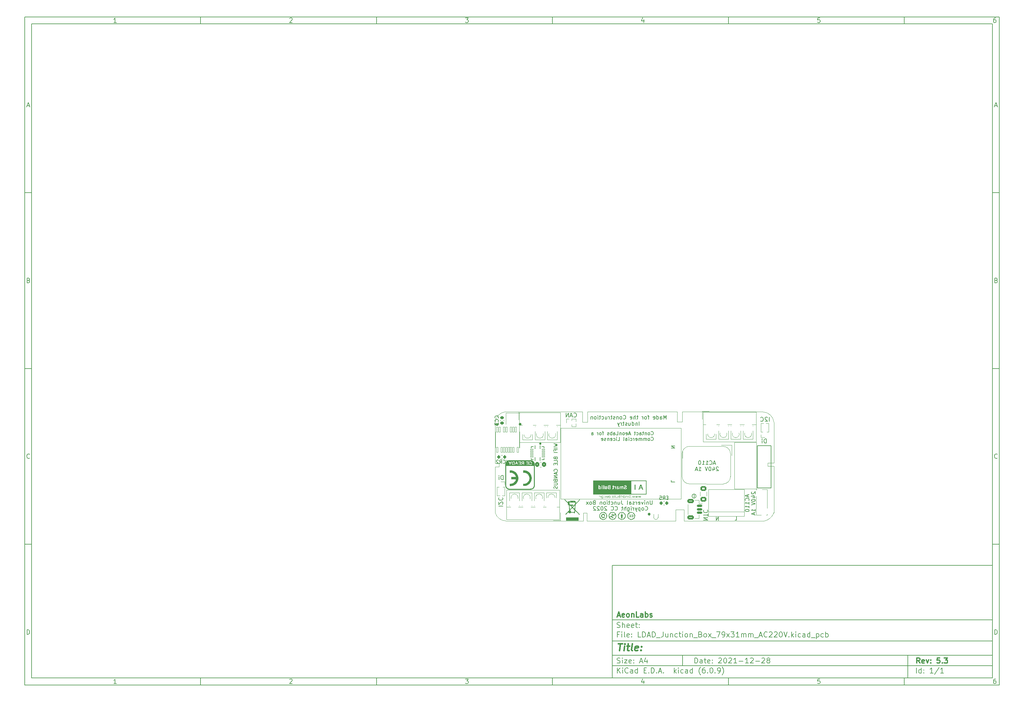
<source format=gbr>
G04 #@! TF.GenerationSoftware,KiCad,Pcbnew,(6.0.9)*
G04 #@! TF.CreationDate,2022-11-26T17:41:20+01:00*
G04 #@! TF.ProjectId,LDAD_Junction_Box_79x31mm_AC220V,4c444144-5f4a-4756-9e63-74696f6e5f42,5.3*
G04 #@! TF.SameCoordinates,Original*
G04 #@! TF.FileFunction,Legend,Bot*
G04 #@! TF.FilePolarity,Positive*
%FSLAX46Y46*%
G04 Gerber Fmt 4.6, Leading zero omitted, Abs format (unit mm)*
G04 Created by KiCad (PCBNEW (6.0.9)) date 2022-11-26 17:41:20*
%MOMM*%
%LPD*%
G01*
G04 APERTURE LIST*
G04 Aperture macros list*
%AMRoundRect*
0 Rectangle with rounded corners*
0 $1 Rounding radius*
0 $2 $3 $4 $5 $6 $7 $8 $9 X,Y pos of 4 corners*
0 Add a 4 corners polygon primitive as box body*
4,1,4,$2,$3,$4,$5,$6,$7,$8,$9,$2,$3,0*
0 Add four circle primitives for the rounded corners*
1,1,$1+$1,$2,$3*
1,1,$1+$1,$4,$5*
1,1,$1+$1,$6,$7*
1,1,$1+$1,$8,$9*
0 Add four rect primitives between the rounded corners*
20,1,$1+$1,$2,$3,$4,$5,0*
20,1,$1+$1,$4,$5,$6,$7,0*
20,1,$1+$1,$6,$7,$8,$9,0*
20,1,$1+$1,$8,$9,$2,$3,0*%
G04 Aperture macros list end*
%ADD10C,0.100000*%
%ADD11C,0.150000*%
%ADD12C,0.300000*%
%ADD13C,0.400000*%
%ADD14C,0.280000*%
%ADD15C,0.350000*%
%ADD16C,0.200000*%
G04 #@! TA.AperFunction,Profile*
%ADD17C,0.120000*%
G04 #@! TD*
%ADD18C,0.120000*%
%ADD19C,0.010000*%
%ADD20C,0.127000*%
%ADD21R,2.300000X2.000000*%
%ADD22C,2.300000*%
%ADD23RoundRect,0.150000X-0.625000X0.150000X-0.625000X-0.150000X0.625000X-0.150000X0.625000X0.150000X0*%
%ADD24RoundRect,0.250000X-0.650000X0.350000X-0.650000X-0.350000X0.650000X-0.350000X0.650000X0.350000X0*%
%ADD25C,2.010000*%
%ADD26R,1.300000X1.000000*%
%ADD27RoundRect,0.250000X0.350000X0.450000X-0.350000X0.450000X-0.350000X-0.450000X0.350000X-0.450000X0*%
%ADD28R,1.000000X1.000000*%
%ADD29O,1.000000X1.000000*%
%ADD30R,2.600000X2.600000*%
%ADD31C,2.600000*%
%ADD32RoundRect,0.225000X-0.250000X0.225000X-0.250000X-0.225000X0.250000X-0.225000X0.250000X0.225000X0*%
%ADD33R,2.000000X2.000000*%
%ADD34C,2.000000*%
%ADD35C,0.700000*%
%ADD36O,0.800000X1.500000*%
%ADD37RoundRect,0.200000X0.200000X0.275000X-0.200000X0.275000X-0.200000X-0.275000X0.200000X-0.275000X0*%
%ADD38RoundRect,0.250001X-0.624999X0.462499X-0.624999X-0.462499X0.624999X-0.462499X0.624999X0.462499X0*%
%ADD39C,1.800000*%
%ADD40RoundRect,0.200000X-0.200000X-0.275000X0.200000X-0.275000X0.200000X0.275000X-0.200000X0.275000X0*%
%ADD41RoundRect,0.020500X-0.184500X0.729500X-0.184500X-0.729500X0.184500X-0.729500X0.184500X0.729500X0*%
%ADD42RoundRect,0.000050X-0.000450X0.000450X-0.000450X-0.000450X0.000450X-0.000450X0.000450X0.000450X0*%
%ADD43RoundRect,0.018200X-0.111800X0.421800X-0.111800X-0.421800X0.111800X-0.421800X0.111800X0.421800X0*%
%ADD44RoundRect,0.018200X0.421800X0.111800X-0.421800X0.111800X-0.421800X-0.111800X0.421800X-0.111800X0*%
%ADD45RoundRect,0.018200X-0.421800X-0.111800X0.421800X-0.111800X0.421800X0.111800X-0.421800X0.111800X0*%
%ADD46R,2.050000X2.050000*%
%ADD47C,0.400000*%
%ADD48R,3.000000X3.000000*%
%ADD49C,3.000000*%
G04 APERTURE END LIST*
D10*
D11*
X177002200Y-166007200D02*
X177002200Y-198007200D01*
X285002200Y-198007200D01*
X285002200Y-166007200D01*
X177002200Y-166007200D01*
D10*
D11*
X10000000Y-10000000D02*
X10000000Y-200007200D01*
X287002200Y-200007200D01*
X287002200Y-10000000D01*
X10000000Y-10000000D01*
D10*
D11*
X12000000Y-12000000D02*
X12000000Y-198007200D01*
X285002200Y-198007200D01*
X285002200Y-12000000D01*
X12000000Y-12000000D01*
D10*
D11*
X60000000Y-12000000D02*
X60000000Y-10000000D01*
D10*
D11*
X110000000Y-12000000D02*
X110000000Y-10000000D01*
D10*
D11*
X160000000Y-12000000D02*
X160000000Y-10000000D01*
D10*
D11*
X210000000Y-12000000D02*
X210000000Y-10000000D01*
D10*
D11*
X260000000Y-12000000D02*
X260000000Y-10000000D01*
D10*
D11*
X36065476Y-11588095D02*
X35322619Y-11588095D01*
X35694047Y-11588095D02*
X35694047Y-10288095D01*
X35570238Y-10473809D01*
X35446428Y-10597619D01*
X35322619Y-10659523D01*
D10*
D11*
X85322619Y-10411904D02*
X85384523Y-10350000D01*
X85508333Y-10288095D01*
X85817857Y-10288095D01*
X85941666Y-10350000D01*
X86003571Y-10411904D01*
X86065476Y-10535714D01*
X86065476Y-10659523D01*
X86003571Y-10845238D01*
X85260714Y-11588095D01*
X86065476Y-11588095D01*
D10*
D11*
X135260714Y-10288095D02*
X136065476Y-10288095D01*
X135632142Y-10783333D01*
X135817857Y-10783333D01*
X135941666Y-10845238D01*
X136003571Y-10907142D01*
X136065476Y-11030952D01*
X136065476Y-11340476D01*
X136003571Y-11464285D01*
X135941666Y-11526190D01*
X135817857Y-11588095D01*
X135446428Y-11588095D01*
X135322619Y-11526190D01*
X135260714Y-11464285D01*
D10*
D11*
X185941666Y-10721428D02*
X185941666Y-11588095D01*
X185632142Y-10226190D02*
X185322619Y-11154761D01*
X186127380Y-11154761D01*
D10*
D11*
X236003571Y-10288095D02*
X235384523Y-10288095D01*
X235322619Y-10907142D01*
X235384523Y-10845238D01*
X235508333Y-10783333D01*
X235817857Y-10783333D01*
X235941666Y-10845238D01*
X236003571Y-10907142D01*
X236065476Y-11030952D01*
X236065476Y-11340476D01*
X236003571Y-11464285D01*
X235941666Y-11526190D01*
X235817857Y-11588095D01*
X235508333Y-11588095D01*
X235384523Y-11526190D01*
X235322619Y-11464285D01*
D10*
D11*
X285941666Y-10288095D02*
X285694047Y-10288095D01*
X285570238Y-10350000D01*
X285508333Y-10411904D01*
X285384523Y-10597619D01*
X285322619Y-10845238D01*
X285322619Y-11340476D01*
X285384523Y-11464285D01*
X285446428Y-11526190D01*
X285570238Y-11588095D01*
X285817857Y-11588095D01*
X285941666Y-11526190D01*
X286003571Y-11464285D01*
X286065476Y-11340476D01*
X286065476Y-11030952D01*
X286003571Y-10907142D01*
X285941666Y-10845238D01*
X285817857Y-10783333D01*
X285570238Y-10783333D01*
X285446428Y-10845238D01*
X285384523Y-10907142D01*
X285322619Y-11030952D01*
D10*
D11*
X60000000Y-198007200D02*
X60000000Y-200007200D01*
D10*
D11*
X110000000Y-198007200D02*
X110000000Y-200007200D01*
D10*
D11*
X160000000Y-198007200D02*
X160000000Y-200007200D01*
D10*
D11*
X210000000Y-198007200D02*
X210000000Y-200007200D01*
D10*
D11*
X260000000Y-198007200D02*
X260000000Y-200007200D01*
D10*
D11*
X36065476Y-199595295D02*
X35322619Y-199595295D01*
X35694047Y-199595295D02*
X35694047Y-198295295D01*
X35570238Y-198481009D01*
X35446428Y-198604819D01*
X35322619Y-198666723D01*
D10*
D11*
X85322619Y-198419104D02*
X85384523Y-198357200D01*
X85508333Y-198295295D01*
X85817857Y-198295295D01*
X85941666Y-198357200D01*
X86003571Y-198419104D01*
X86065476Y-198542914D01*
X86065476Y-198666723D01*
X86003571Y-198852438D01*
X85260714Y-199595295D01*
X86065476Y-199595295D01*
D10*
D11*
X135260714Y-198295295D02*
X136065476Y-198295295D01*
X135632142Y-198790533D01*
X135817857Y-198790533D01*
X135941666Y-198852438D01*
X136003571Y-198914342D01*
X136065476Y-199038152D01*
X136065476Y-199347676D01*
X136003571Y-199471485D01*
X135941666Y-199533390D01*
X135817857Y-199595295D01*
X135446428Y-199595295D01*
X135322619Y-199533390D01*
X135260714Y-199471485D01*
D10*
D11*
X185941666Y-198728628D02*
X185941666Y-199595295D01*
X185632142Y-198233390D02*
X185322619Y-199161961D01*
X186127380Y-199161961D01*
D10*
D11*
X236003571Y-198295295D02*
X235384523Y-198295295D01*
X235322619Y-198914342D01*
X235384523Y-198852438D01*
X235508333Y-198790533D01*
X235817857Y-198790533D01*
X235941666Y-198852438D01*
X236003571Y-198914342D01*
X236065476Y-199038152D01*
X236065476Y-199347676D01*
X236003571Y-199471485D01*
X235941666Y-199533390D01*
X235817857Y-199595295D01*
X235508333Y-199595295D01*
X235384523Y-199533390D01*
X235322619Y-199471485D01*
D10*
D11*
X285941666Y-198295295D02*
X285694047Y-198295295D01*
X285570238Y-198357200D01*
X285508333Y-198419104D01*
X285384523Y-198604819D01*
X285322619Y-198852438D01*
X285322619Y-199347676D01*
X285384523Y-199471485D01*
X285446428Y-199533390D01*
X285570238Y-199595295D01*
X285817857Y-199595295D01*
X285941666Y-199533390D01*
X286003571Y-199471485D01*
X286065476Y-199347676D01*
X286065476Y-199038152D01*
X286003571Y-198914342D01*
X285941666Y-198852438D01*
X285817857Y-198790533D01*
X285570238Y-198790533D01*
X285446428Y-198852438D01*
X285384523Y-198914342D01*
X285322619Y-199038152D01*
D10*
D11*
X10000000Y-60000000D02*
X12000000Y-60000000D01*
D10*
D11*
X10000000Y-110000000D02*
X12000000Y-110000000D01*
D10*
D11*
X10000000Y-160000000D02*
X12000000Y-160000000D01*
D10*
D11*
X10690476Y-35216666D02*
X11309523Y-35216666D01*
X10566666Y-35588095D02*
X11000000Y-34288095D01*
X11433333Y-35588095D01*
D10*
D11*
X11092857Y-84907142D02*
X11278571Y-84969047D01*
X11340476Y-85030952D01*
X11402380Y-85154761D01*
X11402380Y-85340476D01*
X11340476Y-85464285D01*
X11278571Y-85526190D01*
X11154761Y-85588095D01*
X10659523Y-85588095D01*
X10659523Y-84288095D01*
X11092857Y-84288095D01*
X11216666Y-84350000D01*
X11278571Y-84411904D01*
X11340476Y-84535714D01*
X11340476Y-84659523D01*
X11278571Y-84783333D01*
X11216666Y-84845238D01*
X11092857Y-84907142D01*
X10659523Y-84907142D01*
D10*
D11*
X11402380Y-135464285D02*
X11340476Y-135526190D01*
X11154761Y-135588095D01*
X11030952Y-135588095D01*
X10845238Y-135526190D01*
X10721428Y-135402380D01*
X10659523Y-135278571D01*
X10597619Y-135030952D01*
X10597619Y-134845238D01*
X10659523Y-134597619D01*
X10721428Y-134473809D01*
X10845238Y-134350000D01*
X11030952Y-134288095D01*
X11154761Y-134288095D01*
X11340476Y-134350000D01*
X11402380Y-134411904D01*
D10*
D11*
X10659523Y-185588095D02*
X10659523Y-184288095D01*
X10969047Y-184288095D01*
X11154761Y-184350000D01*
X11278571Y-184473809D01*
X11340476Y-184597619D01*
X11402380Y-184845238D01*
X11402380Y-185030952D01*
X11340476Y-185278571D01*
X11278571Y-185402380D01*
X11154761Y-185526190D01*
X10969047Y-185588095D01*
X10659523Y-185588095D01*
D10*
D11*
X287002200Y-60000000D02*
X285002200Y-60000000D01*
D10*
D11*
X287002200Y-110000000D02*
X285002200Y-110000000D01*
D10*
D11*
X287002200Y-160000000D02*
X285002200Y-160000000D01*
D10*
D11*
X285692676Y-35216666D02*
X286311723Y-35216666D01*
X285568866Y-35588095D02*
X286002200Y-34288095D01*
X286435533Y-35588095D01*
D10*
D11*
X286095057Y-84907142D02*
X286280771Y-84969047D01*
X286342676Y-85030952D01*
X286404580Y-85154761D01*
X286404580Y-85340476D01*
X286342676Y-85464285D01*
X286280771Y-85526190D01*
X286156961Y-85588095D01*
X285661723Y-85588095D01*
X285661723Y-84288095D01*
X286095057Y-84288095D01*
X286218866Y-84350000D01*
X286280771Y-84411904D01*
X286342676Y-84535714D01*
X286342676Y-84659523D01*
X286280771Y-84783333D01*
X286218866Y-84845238D01*
X286095057Y-84907142D01*
X285661723Y-84907142D01*
D10*
D11*
X286404580Y-135464285D02*
X286342676Y-135526190D01*
X286156961Y-135588095D01*
X286033152Y-135588095D01*
X285847438Y-135526190D01*
X285723628Y-135402380D01*
X285661723Y-135278571D01*
X285599819Y-135030952D01*
X285599819Y-134845238D01*
X285661723Y-134597619D01*
X285723628Y-134473809D01*
X285847438Y-134350000D01*
X286033152Y-134288095D01*
X286156961Y-134288095D01*
X286342676Y-134350000D01*
X286404580Y-134411904D01*
D10*
D11*
X285661723Y-185588095D02*
X285661723Y-184288095D01*
X285971247Y-184288095D01*
X286156961Y-184350000D01*
X286280771Y-184473809D01*
X286342676Y-184597619D01*
X286404580Y-184845238D01*
X286404580Y-185030952D01*
X286342676Y-185278571D01*
X286280771Y-185402380D01*
X286156961Y-185526190D01*
X285971247Y-185588095D01*
X285661723Y-185588095D01*
D10*
D11*
X200434342Y-193785771D02*
X200434342Y-192285771D01*
X200791485Y-192285771D01*
X201005771Y-192357200D01*
X201148628Y-192500057D01*
X201220057Y-192642914D01*
X201291485Y-192928628D01*
X201291485Y-193142914D01*
X201220057Y-193428628D01*
X201148628Y-193571485D01*
X201005771Y-193714342D01*
X200791485Y-193785771D01*
X200434342Y-193785771D01*
X202577200Y-193785771D02*
X202577200Y-193000057D01*
X202505771Y-192857200D01*
X202362914Y-192785771D01*
X202077200Y-192785771D01*
X201934342Y-192857200D01*
X202577200Y-193714342D02*
X202434342Y-193785771D01*
X202077200Y-193785771D01*
X201934342Y-193714342D01*
X201862914Y-193571485D01*
X201862914Y-193428628D01*
X201934342Y-193285771D01*
X202077200Y-193214342D01*
X202434342Y-193214342D01*
X202577200Y-193142914D01*
X203077200Y-192785771D02*
X203648628Y-192785771D01*
X203291485Y-192285771D02*
X203291485Y-193571485D01*
X203362914Y-193714342D01*
X203505771Y-193785771D01*
X203648628Y-193785771D01*
X204720057Y-193714342D02*
X204577200Y-193785771D01*
X204291485Y-193785771D01*
X204148628Y-193714342D01*
X204077200Y-193571485D01*
X204077200Y-193000057D01*
X204148628Y-192857200D01*
X204291485Y-192785771D01*
X204577200Y-192785771D01*
X204720057Y-192857200D01*
X204791485Y-193000057D01*
X204791485Y-193142914D01*
X204077200Y-193285771D01*
X205434342Y-193642914D02*
X205505771Y-193714342D01*
X205434342Y-193785771D01*
X205362914Y-193714342D01*
X205434342Y-193642914D01*
X205434342Y-193785771D01*
X205434342Y-192857200D02*
X205505771Y-192928628D01*
X205434342Y-193000057D01*
X205362914Y-192928628D01*
X205434342Y-192857200D01*
X205434342Y-193000057D01*
X207220057Y-192428628D02*
X207291485Y-192357200D01*
X207434342Y-192285771D01*
X207791485Y-192285771D01*
X207934342Y-192357200D01*
X208005771Y-192428628D01*
X208077200Y-192571485D01*
X208077200Y-192714342D01*
X208005771Y-192928628D01*
X207148628Y-193785771D01*
X208077200Y-193785771D01*
X209005771Y-192285771D02*
X209148628Y-192285771D01*
X209291485Y-192357200D01*
X209362914Y-192428628D01*
X209434342Y-192571485D01*
X209505771Y-192857200D01*
X209505771Y-193214342D01*
X209434342Y-193500057D01*
X209362914Y-193642914D01*
X209291485Y-193714342D01*
X209148628Y-193785771D01*
X209005771Y-193785771D01*
X208862914Y-193714342D01*
X208791485Y-193642914D01*
X208720057Y-193500057D01*
X208648628Y-193214342D01*
X208648628Y-192857200D01*
X208720057Y-192571485D01*
X208791485Y-192428628D01*
X208862914Y-192357200D01*
X209005771Y-192285771D01*
X210077200Y-192428628D02*
X210148628Y-192357200D01*
X210291485Y-192285771D01*
X210648628Y-192285771D01*
X210791485Y-192357200D01*
X210862914Y-192428628D01*
X210934342Y-192571485D01*
X210934342Y-192714342D01*
X210862914Y-192928628D01*
X210005771Y-193785771D01*
X210934342Y-193785771D01*
X212362914Y-193785771D02*
X211505771Y-193785771D01*
X211934342Y-193785771D02*
X211934342Y-192285771D01*
X211791485Y-192500057D01*
X211648628Y-192642914D01*
X211505771Y-192714342D01*
X213005771Y-193214342D02*
X214148628Y-193214342D01*
X215648628Y-193785771D02*
X214791485Y-193785771D01*
X215220057Y-193785771D02*
X215220057Y-192285771D01*
X215077200Y-192500057D01*
X214934342Y-192642914D01*
X214791485Y-192714342D01*
X216220057Y-192428628D02*
X216291485Y-192357200D01*
X216434342Y-192285771D01*
X216791485Y-192285771D01*
X216934342Y-192357200D01*
X217005771Y-192428628D01*
X217077200Y-192571485D01*
X217077200Y-192714342D01*
X217005771Y-192928628D01*
X216148628Y-193785771D01*
X217077200Y-193785771D01*
X217720057Y-193214342D02*
X218862914Y-193214342D01*
X219505771Y-192428628D02*
X219577200Y-192357200D01*
X219720057Y-192285771D01*
X220077200Y-192285771D01*
X220220057Y-192357200D01*
X220291485Y-192428628D01*
X220362914Y-192571485D01*
X220362914Y-192714342D01*
X220291485Y-192928628D01*
X219434342Y-193785771D01*
X220362914Y-193785771D01*
X221220057Y-192928628D02*
X221077200Y-192857200D01*
X221005771Y-192785771D01*
X220934342Y-192642914D01*
X220934342Y-192571485D01*
X221005771Y-192428628D01*
X221077200Y-192357200D01*
X221220057Y-192285771D01*
X221505771Y-192285771D01*
X221648628Y-192357200D01*
X221720057Y-192428628D01*
X221791485Y-192571485D01*
X221791485Y-192642914D01*
X221720057Y-192785771D01*
X221648628Y-192857200D01*
X221505771Y-192928628D01*
X221220057Y-192928628D01*
X221077200Y-193000057D01*
X221005771Y-193071485D01*
X220934342Y-193214342D01*
X220934342Y-193500057D01*
X221005771Y-193642914D01*
X221077200Y-193714342D01*
X221220057Y-193785771D01*
X221505771Y-193785771D01*
X221648628Y-193714342D01*
X221720057Y-193642914D01*
X221791485Y-193500057D01*
X221791485Y-193214342D01*
X221720057Y-193071485D01*
X221648628Y-193000057D01*
X221505771Y-192928628D01*
D10*
D11*
X177002200Y-194507200D02*
X285002200Y-194507200D01*
D10*
D11*
X178434342Y-196585771D02*
X178434342Y-195085771D01*
X179291485Y-196585771D02*
X178648628Y-195728628D01*
X179291485Y-195085771D02*
X178434342Y-195942914D01*
X179934342Y-196585771D02*
X179934342Y-195585771D01*
X179934342Y-195085771D02*
X179862914Y-195157200D01*
X179934342Y-195228628D01*
X180005771Y-195157200D01*
X179934342Y-195085771D01*
X179934342Y-195228628D01*
X181505771Y-196442914D02*
X181434342Y-196514342D01*
X181220057Y-196585771D01*
X181077200Y-196585771D01*
X180862914Y-196514342D01*
X180720057Y-196371485D01*
X180648628Y-196228628D01*
X180577200Y-195942914D01*
X180577200Y-195728628D01*
X180648628Y-195442914D01*
X180720057Y-195300057D01*
X180862914Y-195157200D01*
X181077200Y-195085771D01*
X181220057Y-195085771D01*
X181434342Y-195157200D01*
X181505771Y-195228628D01*
X182791485Y-196585771D02*
X182791485Y-195800057D01*
X182720057Y-195657200D01*
X182577200Y-195585771D01*
X182291485Y-195585771D01*
X182148628Y-195657200D01*
X182791485Y-196514342D02*
X182648628Y-196585771D01*
X182291485Y-196585771D01*
X182148628Y-196514342D01*
X182077200Y-196371485D01*
X182077200Y-196228628D01*
X182148628Y-196085771D01*
X182291485Y-196014342D01*
X182648628Y-196014342D01*
X182791485Y-195942914D01*
X184148628Y-196585771D02*
X184148628Y-195085771D01*
X184148628Y-196514342D02*
X184005771Y-196585771D01*
X183720057Y-196585771D01*
X183577200Y-196514342D01*
X183505771Y-196442914D01*
X183434342Y-196300057D01*
X183434342Y-195871485D01*
X183505771Y-195728628D01*
X183577200Y-195657200D01*
X183720057Y-195585771D01*
X184005771Y-195585771D01*
X184148628Y-195657200D01*
X186005771Y-195800057D02*
X186505771Y-195800057D01*
X186720057Y-196585771D02*
X186005771Y-196585771D01*
X186005771Y-195085771D01*
X186720057Y-195085771D01*
X187362914Y-196442914D02*
X187434342Y-196514342D01*
X187362914Y-196585771D01*
X187291485Y-196514342D01*
X187362914Y-196442914D01*
X187362914Y-196585771D01*
X188077200Y-196585771D02*
X188077200Y-195085771D01*
X188434342Y-195085771D01*
X188648628Y-195157200D01*
X188791485Y-195300057D01*
X188862914Y-195442914D01*
X188934342Y-195728628D01*
X188934342Y-195942914D01*
X188862914Y-196228628D01*
X188791485Y-196371485D01*
X188648628Y-196514342D01*
X188434342Y-196585771D01*
X188077200Y-196585771D01*
X189577200Y-196442914D02*
X189648628Y-196514342D01*
X189577200Y-196585771D01*
X189505771Y-196514342D01*
X189577200Y-196442914D01*
X189577200Y-196585771D01*
X190220057Y-196157200D02*
X190934342Y-196157200D01*
X190077200Y-196585771D02*
X190577200Y-195085771D01*
X191077200Y-196585771D01*
X191577200Y-196442914D02*
X191648628Y-196514342D01*
X191577200Y-196585771D01*
X191505771Y-196514342D01*
X191577200Y-196442914D01*
X191577200Y-196585771D01*
X194577200Y-196585771D02*
X194577200Y-195085771D01*
X194720057Y-196014342D02*
X195148628Y-196585771D01*
X195148628Y-195585771D02*
X194577200Y-196157200D01*
X195791485Y-196585771D02*
X195791485Y-195585771D01*
X195791485Y-195085771D02*
X195720057Y-195157200D01*
X195791485Y-195228628D01*
X195862914Y-195157200D01*
X195791485Y-195085771D01*
X195791485Y-195228628D01*
X197148628Y-196514342D02*
X197005771Y-196585771D01*
X196720057Y-196585771D01*
X196577200Y-196514342D01*
X196505771Y-196442914D01*
X196434342Y-196300057D01*
X196434342Y-195871485D01*
X196505771Y-195728628D01*
X196577200Y-195657200D01*
X196720057Y-195585771D01*
X197005771Y-195585771D01*
X197148628Y-195657200D01*
X198434342Y-196585771D02*
X198434342Y-195800057D01*
X198362914Y-195657200D01*
X198220057Y-195585771D01*
X197934342Y-195585771D01*
X197791485Y-195657200D01*
X198434342Y-196514342D02*
X198291485Y-196585771D01*
X197934342Y-196585771D01*
X197791485Y-196514342D01*
X197720057Y-196371485D01*
X197720057Y-196228628D01*
X197791485Y-196085771D01*
X197934342Y-196014342D01*
X198291485Y-196014342D01*
X198434342Y-195942914D01*
X199791485Y-196585771D02*
X199791485Y-195085771D01*
X199791485Y-196514342D02*
X199648628Y-196585771D01*
X199362914Y-196585771D01*
X199220057Y-196514342D01*
X199148628Y-196442914D01*
X199077200Y-196300057D01*
X199077200Y-195871485D01*
X199148628Y-195728628D01*
X199220057Y-195657200D01*
X199362914Y-195585771D01*
X199648628Y-195585771D01*
X199791485Y-195657200D01*
X202077200Y-197157200D02*
X202005771Y-197085771D01*
X201862914Y-196871485D01*
X201791485Y-196728628D01*
X201720057Y-196514342D01*
X201648628Y-196157200D01*
X201648628Y-195871485D01*
X201720057Y-195514342D01*
X201791485Y-195300057D01*
X201862914Y-195157200D01*
X202005771Y-194942914D01*
X202077200Y-194871485D01*
X203291485Y-195085771D02*
X203005771Y-195085771D01*
X202862914Y-195157200D01*
X202791485Y-195228628D01*
X202648628Y-195442914D01*
X202577200Y-195728628D01*
X202577200Y-196300057D01*
X202648628Y-196442914D01*
X202720057Y-196514342D01*
X202862914Y-196585771D01*
X203148628Y-196585771D01*
X203291485Y-196514342D01*
X203362914Y-196442914D01*
X203434342Y-196300057D01*
X203434342Y-195942914D01*
X203362914Y-195800057D01*
X203291485Y-195728628D01*
X203148628Y-195657200D01*
X202862914Y-195657200D01*
X202720057Y-195728628D01*
X202648628Y-195800057D01*
X202577200Y-195942914D01*
X204077200Y-196442914D02*
X204148628Y-196514342D01*
X204077200Y-196585771D01*
X204005771Y-196514342D01*
X204077200Y-196442914D01*
X204077200Y-196585771D01*
X205077200Y-195085771D02*
X205220057Y-195085771D01*
X205362914Y-195157200D01*
X205434342Y-195228628D01*
X205505771Y-195371485D01*
X205577200Y-195657200D01*
X205577200Y-196014342D01*
X205505771Y-196300057D01*
X205434342Y-196442914D01*
X205362914Y-196514342D01*
X205220057Y-196585771D01*
X205077200Y-196585771D01*
X204934342Y-196514342D01*
X204862914Y-196442914D01*
X204791485Y-196300057D01*
X204720057Y-196014342D01*
X204720057Y-195657200D01*
X204791485Y-195371485D01*
X204862914Y-195228628D01*
X204934342Y-195157200D01*
X205077200Y-195085771D01*
X206220057Y-196442914D02*
X206291485Y-196514342D01*
X206220057Y-196585771D01*
X206148628Y-196514342D01*
X206220057Y-196442914D01*
X206220057Y-196585771D01*
X207005771Y-196585771D02*
X207291485Y-196585771D01*
X207434342Y-196514342D01*
X207505771Y-196442914D01*
X207648628Y-196228628D01*
X207720057Y-195942914D01*
X207720057Y-195371485D01*
X207648628Y-195228628D01*
X207577200Y-195157200D01*
X207434342Y-195085771D01*
X207148628Y-195085771D01*
X207005771Y-195157200D01*
X206934342Y-195228628D01*
X206862914Y-195371485D01*
X206862914Y-195728628D01*
X206934342Y-195871485D01*
X207005771Y-195942914D01*
X207148628Y-196014342D01*
X207434342Y-196014342D01*
X207577200Y-195942914D01*
X207648628Y-195871485D01*
X207720057Y-195728628D01*
X208220057Y-197157200D02*
X208291485Y-197085771D01*
X208434342Y-196871485D01*
X208505771Y-196728628D01*
X208577200Y-196514342D01*
X208648628Y-196157200D01*
X208648628Y-195871485D01*
X208577200Y-195514342D01*
X208505771Y-195300057D01*
X208434342Y-195157200D01*
X208291485Y-194942914D01*
X208220057Y-194871485D01*
D10*
D11*
X177002200Y-191507200D02*
X285002200Y-191507200D01*
D10*
D12*
X264411485Y-193785771D02*
X263911485Y-193071485D01*
X263554342Y-193785771D02*
X263554342Y-192285771D01*
X264125771Y-192285771D01*
X264268628Y-192357200D01*
X264340057Y-192428628D01*
X264411485Y-192571485D01*
X264411485Y-192785771D01*
X264340057Y-192928628D01*
X264268628Y-193000057D01*
X264125771Y-193071485D01*
X263554342Y-193071485D01*
X265625771Y-193714342D02*
X265482914Y-193785771D01*
X265197200Y-193785771D01*
X265054342Y-193714342D01*
X264982914Y-193571485D01*
X264982914Y-193000057D01*
X265054342Y-192857200D01*
X265197200Y-192785771D01*
X265482914Y-192785771D01*
X265625771Y-192857200D01*
X265697200Y-193000057D01*
X265697200Y-193142914D01*
X264982914Y-193285771D01*
X266197200Y-192785771D02*
X266554342Y-193785771D01*
X266911485Y-192785771D01*
X267482914Y-193642914D02*
X267554342Y-193714342D01*
X267482914Y-193785771D01*
X267411485Y-193714342D01*
X267482914Y-193642914D01*
X267482914Y-193785771D01*
X267482914Y-192857200D02*
X267554342Y-192928628D01*
X267482914Y-193000057D01*
X267411485Y-192928628D01*
X267482914Y-192857200D01*
X267482914Y-193000057D01*
X270054342Y-192285771D02*
X269340057Y-192285771D01*
X269268628Y-193000057D01*
X269340057Y-192928628D01*
X269482914Y-192857200D01*
X269840057Y-192857200D01*
X269982914Y-192928628D01*
X270054342Y-193000057D01*
X270125771Y-193142914D01*
X270125771Y-193500057D01*
X270054342Y-193642914D01*
X269982914Y-193714342D01*
X269840057Y-193785771D01*
X269482914Y-193785771D01*
X269340057Y-193714342D01*
X269268628Y-193642914D01*
X270768628Y-193642914D02*
X270840057Y-193714342D01*
X270768628Y-193785771D01*
X270697200Y-193714342D01*
X270768628Y-193642914D01*
X270768628Y-193785771D01*
X271340057Y-192285771D02*
X272268628Y-192285771D01*
X271768628Y-192857200D01*
X271982914Y-192857200D01*
X272125771Y-192928628D01*
X272197200Y-193000057D01*
X272268628Y-193142914D01*
X272268628Y-193500057D01*
X272197200Y-193642914D01*
X272125771Y-193714342D01*
X271982914Y-193785771D01*
X271554342Y-193785771D01*
X271411485Y-193714342D01*
X271340057Y-193642914D01*
D10*
D11*
X178362914Y-193714342D02*
X178577200Y-193785771D01*
X178934342Y-193785771D01*
X179077200Y-193714342D01*
X179148628Y-193642914D01*
X179220057Y-193500057D01*
X179220057Y-193357200D01*
X179148628Y-193214342D01*
X179077200Y-193142914D01*
X178934342Y-193071485D01*
X178648628Y-193000057D01*
X178505771Y-192928628D01*
X178434342Y-192857200D01*
X178362914Y-192714342D01*
X178362914Y-192571485D01*
X178434342Y-192428628D01*
X178505771Y-192357200D01*
X178648628Y-192285771D01*
X179005771Y-192285771D01*
X179220057Y-192357200D01*
X179862914Y-193785771D02*
X179862914Y-192785771D01*
X179862914Y-192285771D02*
X179791485Y-192357200D01*
X179862914Y-192428628D01*
X179934342Y-192357200D01*
X179862914Y-192285771D01*
X179862914Y-192428628D01*
X180434342Y-192785771D02*
X181220057Y-192785771D01*
X180434342Y-193785771D01*
X181220057Y-193785771D01*
X182362914Y-193714342D02*
X182220057Y-193785771D01*
X181934342Y-193785771D01*
X181791485Y-193714342D01*
X181720057Y-193571485D01*
X181720057Y-193000057D01*
X181791485Y-192857200D01*
X181934342Y-192785771D01*
X182220057Y-192785771D01*
X182362914Y-192857200D01*
X182434342Y-193000057D01*
X182434342Y-193142914D01*
X181720057Y-193285771D01*
X183077200Y-193642914D02*
X183148628Y-193714342D01*
X183077200Y-193785771D01*
X183005771Y-193714342D01*
X183077200Y-193642914D01*
X183077200Y-193785771D01*
X183077200Y-192857200D02*
X183148628Y-192928628D01*
X183077200Y-193000057D01*
X183005771Y-192928628D01*
X183077200Y-192857200D01*
X183077200Y-193000057D01*
X184862914Y-193357200D02*
X185577200Y-193357200D01*
X184720057Y-193785771D02*
X185220057Y-192285771D01*
X185720057Y-193785771D01*
X186862914Y-192785771D02*
X186862914Y-193785771D01*
X186505771Y-192214342D02*
X186148628Y-193285771D01*
X187077200Y-193285771D01*
D10*
D11*
X263434342Y-196585771D02*
X263434342Y-195085771D01*
X264791485Y-196585771D02*
X264791485Y-195085771D01*
X264791485Y-196514342D02*
X264648628Y-196585771D01*
X264362914Y-196585771D01*
X264220057Y-196514342D01*
X264148628Y-196442914D01*
X264077200Y-196300057D01*
X264077200Y-195871485D01*
X264148628Y-195728628D01*
X264220057Y-195657200D01*
X264362914Y-195585771D01*
X264648628Y-195585771D01*
X264791485Y-195657200D01*
X265505771Y-196442914D02*
X265577200Y-196514342D01*
X265505771Y-196585771D01*
X265434342Y-196514342D01*
X265505771Y-196442914D01*
X265505771Y-196585771D01*
X265505771Y-195657200D02*
X265577200Y-195728628D01*
X265505771Y-195800057D01*
X265434342Y-195728628D01*
X265505771Y-195657200D01*
X265505771Y-195800057D01*
X268148628Y-196585771D02*
X267291485Y-196585771D01*
X267720057Y-196585771D02*
X267720057Y-195085771D01*
X267577200Y-195300057D01*
X267434342Y-195442914D01*
X267291485Y-195514342D01*
X269862914Y-195014342D02*
X268577200Y-196942914D01*
X271148628Y-196585771D02*
X270291485Y-196585771D01*
X270720057Y-196585771D02*
X270720057Y-195085771D01*
X270577200Y-195300057D01*
X270434342Y-195442914D01*
X270291485Y-195514342D01*
D10*
D11*
X177002200Y-187507200D02*
X285002200Y-187507200D01*
D10*
D13*
X178714580Y-188211961D02*
X179857438Y-188211961D01*
X179036009Y-190211961D02*
X179286009Y-188211961D01*
X180274104Y-190211961D02*
X180440771Y-188878628D01*
X180524104Y-188211961D02*
X180416961Y-188307200D01*
X180500295Y-188402438D01*
X180607438Y-188307200D01*
X180524104Y-188211961D01*
X180500295Y-188402438D01*
X181107438Y-188878628D02*
X181869342Y-188878628D01*
X181476485Y-188211961D02*
X181262200Y-189926247D01*
X181333628Y-190116723D01*
X181512200Y-190211961D01*
X181702676Y-190211961D01*
X182655057Y-190211961D02*
X182476485Y-190116723D01*
X182405057Y-189926247D01*
X182619342Y-188211961D01*
X184190771Y-190116723D02*
X183988390Y-190211961D01*
X183607438Y-190211961D01*
X183428866Y-190116723D01*
X183357438Y-189926247D01*
X183452676Y-189164342D01*
X183571723Y-188973866D01*
X183774104Y-188878628D01*
X184155057Y-188878628D01*
X184333628Y-188973866D01*
X184405057Y-189164342D01*
X184381247Y-189354819D01*
X183405057Y-189545295D01*
X185155057Y-190021485D02*
X185238390Y-190116723D01*
X185131247Y-190211961D01*
X185047914Y-190116723D01*
X185155057Y-190021485D01*
X185131247Y-190211961D01*
X185286009Y-188973866D02*
X185369342Y-189069104D01*
X185262200Y-189164342D01*
X185178866Y-189069104D01*
X185286009Y-188973866D01*
X185262200Y-189164342D01*
D10*
D11*
X178934342Y-185600057D02*
X178434342Y-185600057D01*
X178434342Y-186385771D02*
X178434342Y-184885771D01*
X179148628Y-184885771D01*
X179720057Y-186385771D02*
X179720057Y-185385771D01*
X179720057Y-184885771D02*
X179648628Y-184957200D01*
X179720057Y-185028628D01*
X179791485Y-184957200D01*
X179720057Y-184885771D01*
X179720057Y-185028628D01*
X180648628Y-186385771D02*
X180505771Y-186314342D01*
X180434342Y-186171485D01*
X180434342Y-184885771D01*
X181791485Y-186314342D02*
X181648628Y-186385771D01*
X181362914Y-186385771D01*
X181220057Y-186314342D01*
X181148628Y-186171485D01*
X181148628Y-185600057D01*
X181220057Y-185457200D01*
X181362914Y-185385771D01*
X181648628Y-185385771D01*
X181791485Y-185457200D01*
X181862914Y-185600057D01*
X181862914Y-185742914D01*
X181148628Y-185885771D01*
X182505771Y-186242914D02*
X182577200Y-186314342D01*
X182505771Y-186385771D01*
X182434342Y-186314342D01*
X182505771Y-186242914D01*
X182505771Y-186385771D01*
X182505771Y-185457200D02*
X182577200Y-185528628D01*
X182505771Y-185600057D01*
X182434342Y-185528628D01*
X182505771Y-185457200D01*
X182505771Y-185600057D01*
X185077200Y-186385771D02*
X184362914Y-186385771D01*
X184362914Y-184885771D01*
X185577200Y-186385771D02*
X185577200Y-184885771D01*
X185934342Y-184885771D01*
X186148628Y-184957200D01*
X186291485Y-185100057D01*
X186362914Y-185242914D01*
X186434342Y-185528628D01*
X186434342Y-185742914D01*
X186362914Y-186028628D01*
X186291485Y-186171485D01*
X186148628Y-186314342D01*
X185934342Y-186385771D01*
X185577200Y-186385771D01*
X187005771Y-185957200D02*
X187720057Y-185957200D01*
X186862914Y-186385771D02*
X187362914Y-184885771D01*
X187862914Y-186385771D01*
X188362914Y-186385771D02*
X188362914Y-184885771D01*
X188720057Y-184885771D01*
X188934342Y-184957200D01*
X189077200Y-185100057D01*
X189148628Y-185242914D01*
X189220057Y-185528628D01*
X189220057Y-185742914D01*
X189148628Y-186028628D01*
X189077200Y-186171485D01*
X188934342Y-186314342D01*
X188720057Y-186385771D01*
X188362914Y-186385771D01*
X189505771Y-186528628D02*
X190648628Y-186528628D01*
X191434342Y-184885771D02*
X191434342Y-185957200D01*
X191362914Y-186171485D01*
X191220057Y-186314342D01*
X191005771Y-186385771D01*
X190862914Y-186385771D01*
X192791485Y-185385771D02*
X192791485Y-186385771D01*
X192148628Y-185385771D02*
X192148628Y-186171485D01*
X192220057Y-186314342D01*
X192362914Y-186385771D01*
X192577200Y-186385771D01*
X192720057Y-186314342D01*
X192791485Y-186242914D01*
X193505771Y-185385771D02*
X193505771Y-186385771D01*
X193505771Y-185528628D02*
X193577200Y-185457200D01*
X193720057Y-185385771D01*
X193934342Y-185385771D01*
X194077200Y-185457200D01*
X194148628Y-185600057D01*
X194148628Y-186385771D01*
X195505771Y-186314342D02*
X195362914Y-186385771D01*
X195077200Y-186385771D01*
X194934342Y-186314342D01*
X194862914Y-186242914D01*
X194791485Y-186100057D01*
X194791485Y-185671485D01*
X194862914Y-185528628D01*
X194934342Y-185457200D01*
X195077200Y-185385771D01*
X195362914Y-185385771D01*
X195505771Y-185457200D01*
X195934342Y-185385771D02*
X196505771Y-185385771D01*
X196148628Y-184885771D02*
X196148628Y-186171485D01*
X196220057Y-186314342D01*
X196362914Y-186385771D01*
X196505771Y-186385771D01*
X197005771Y-186385771D02*
X197005771Y-185385771D01*
X197005771Y-184885771D02*
X196934342Y-184957200D01*
X197005771Y-185028628D01*
X197077200Y-184957200D01*
X197005771Y-184885771D01*
X197005771Y-185028628D01*
X197934342Y-186385771D02*
X197791485Y-186314342D01*
X197720057Y-186242914D01*
X197648628Y-186100057D01*
X197648628Y-185671485D01*
X197720057Y-185528628D01*
X197791485Y-185457200D01*
X197934342Y-185385771D01*
X198148628Y-185385771D01*
X198291485Y-185457200D01*
X198362914Y-185528628D01*
X198434342Y-185671485D01*
X198434342Y-186100057D01*
X198362914Y-186242914D01*
X198291485Y-186314342D01*
X198148628Y-186385771D01*
X197934342Y-186385771D01*
X199077200Y-185385771D02*
X199077200Y-186385771D01*
X199077200Y-185528628D02*
X199148628Y-185457200D01*
X199291485Y-185385771D01*
X199505771Y-185385771D01*
X199648628Y-185457200D01*
X199720057Y-185600057D01*
X199720057Y-186385771D01*
X200077200Y-186528628D02*
X201220057Y-186528628D01*
X202077200Y-185600057D02*
X202291485Y-185671485D01*
X202362914Y-185742914D01*
X202434342Y-185885771D01*
X202434342Y-186100057D01*
X202362914Y-186242914D01*
X202291485Y-186314342D01*
X202148628Y-186385771D01*
X201577200Y-186385771D01*
X201577200Y-184885771D01*
X202077200Y-184885771D01*
X202220057Y-184957200D01*
X202291485Y-185028628D01*
X202362914Y-185171485D01*
X202362914Y-185314342D01*
X202291485Y-185457200D01*
X202220057Y-185528628D01*
X202077200Y-185600057D01*
X201577200Y-185600057D01*
X203291485Y-186385771D02*
X203148628Y-186314342D01*
X203077200Y-186242914D01*
X203005771Y-186100057D01*
X203005771Y-185671485D01*
X203077200Y-185528628D01*
X203148628Y-185457200D01*
X203291485Y-185385771D01*
X203505771Y-185385771D01*
X203648628Y-185457200D01*
X203720057Y-185528628D01*
X203791485Y-185671485D01*
X203791485Y-186100057D01*
X203720057Y-186242914D01*
X203648628Y-186314342D01*
X203505771Y-186385771D01*
X203291485Y-186385771D01*
X204291485Y-186385771D02*
X205077200Y-185385771D01*
X204291485Y-185385771D02*
X205077200Y-186385771D01*
X205291485Y-186528628D02*
X206434342Y-186528628D01*
X206648628Y-184885771D02*
X207648628Y-184885771D01*
X207005771Y-186385771D01*
X208291485Y-186385771D02*
X208577200Y-186385771D01*
X208720057Y-186314342D01*
X208791485Y-186242914D01*
X208934342Y-186028628D01*
X209005771Y-185742914D01*
X209005771Y-185171485D01*
X208934342Y-185028628D01*
X208862914Y-184957200D01*
X208720057Y-184885771D01*
X208434342Y-184885771D01*
X208291485Y-184957200D01*
X208220057Y-185028628D01*
X208148628Y-185171485D01*
X208148628Y-185528628D01*
X208220057Y-185671485D01*
X208291485Y-185742914D01*
X208434342Y-185814342D01*
X208720057Y-185814342D01*
X208862914Y-185742914D01*
X208934342Y-185671485D01*
X209005771Y-185528628D01*
X209505771Y-186385771D02*
X210291485Y-185385771D01*
X209505771Y-185385771D02*
X210291485Y-186385771D01*
X210720057Y-184885771D02*
X211648628Y-184885771D01*
X211148628Y-185457200D01*
X211362914Y-185457200D01*
X211505771Y-185528628D01*
X211577200Y-185600057D01*
X211648628Y-185742914D01*
X211648628Y-186100057D01*
X211577200Y-186242914D01*
X211505771Y-186314342D01*
X211362914Y-186385771D01*
X210934342Y-186385771D01*
X210791485Y-186314342D01*
X210720057Y-186242914D01*
X213077200Y-186385771D02*
X212220057Y-186385771D01*
X212648628Y-186385771D02*
X212648628Y-184885771D01*
X212505771Y-185100057D01*
X212362914Y-185242914D01*
X212220057Y-185314342D01*
X213720057Y-186385771D02*
X213720057Y-185385771D01*
X213720057Y-185528628D02*
X213791485Y-185457200D01*
X213934342Y-185385771D01*
X214148628Y-185385771D01*
X214291485Y-185457200D01*
X214362914Y-185600057D01*
X214362914Y-186385771D01*
X214362914Y-185600057D02*
X214434342Y-185457200D01*
X214577200Y-185385771D01*
X214791485Y-185385771D01*
X214934342Y-185457200D01*
X215005771Y-185600057D01*
X215005771Y-186385771D01*
X215720057Y-186385771D02*
X215720057Y-185385771D01*
X215720057Y-185528628D02*
X215791485Y-185457200D01*
X215934342Y-185385771D01*
X216148628Y-185385771D01*
X216291485Y-185457200D01*
X216362914Y-185600057D01*
X216362914Y-186385771D01*
X216362914Y-185600057D02*
X216434342Y-185457200D01*
X216577200Y-185385771D01*
X216791485Y-185385771D01*
X216934342Y-185457200D01*
X217005771Y-185600057D01*
X217005771Y-186385771D01*
X217362914Y-186528628D02*
X218505771Y-186528628D01*
X218791485Y-185957200D02*
X219505771Y-185957200D01*
X218648628Y-186385771D02*
X219148628Y-184885771D01*
X219648628Y-186385771D01*
X221005771Y-186242914D02*
X220934342Y-186314342D01*
X220720057Y-186385771D01*
X220577200Y-186385771D01*
X220362914Y-186314342D01*
X220220057Y-186171485D01*
X220148628Y-186028628D01*
X220077200Y-185742914D01*
X220077200Y-185528628D01*
X220148628Y-185242914D01*
X220220057Y-185100057D01*
X220362914Y-184957200D01*
X220577200Y-184885771D01*
X220720057Y-184885771D01*
X220934342Y-184957200D01*
X221005771Y-185028628D01*
X221577200Y-185028628D02*
X221648628Y-184957200D01*
X221791485Y-184885771D01*
X222148628Y-184885771D01*
X222291485Y-184957200D01*
X222362914Y-185028628D01*
X222434342Y-185171485D01*
X222434342Y-185314342D01*
X222362914Y-185528628D01*
X221505771Y-186385771D01*
X222434342Y-186385771D01*
X223005771Y-185028628D02*
X223077200Y-184957200D01*
X223220057Y-184885771D01*
X223577200Y-184885771D01*
X223720057Y-184957200D01*
X223791485Y-185028628D01*
X223862914Y-185171485D01*
X223862914Y-185314342D01*
X223791485Y-185528628D01*
X222934342Y-186385771D01*
X223862914Y-186385771D01*
X224791485Y-184885771D02*
X224934342Y-184885771D01*
X225077199Y-184957200D01*
X225148628Y-185028628D01*
X225220057Y-185171485D01*
X225291485Y-185457200D01*
X225291485Y-185814342D01*
X225220057Y-186100057D01*
X225148628Y-186242914D01*
X225077199Y-186314342D01*
X224934342Y-186385771D01*
X224791485Y-186385771D01*
X224648628Y-186314342D01*
X224577199Y-186242914D01*
X224505771Y-186100057D01*
X224434342Y-185814342D01*
X224434342Y-185457200D01*
X224505771Y-185171485D01*
X224577199Y-185028628D01*
X224648628Y-184957200D01*
X224791485Y-184885771D01*
X225720057Y-184885771D02*
X226220057Y-186385771D01*
X226720057Y-184885771D01*
X227220057Y-186242914D02*
X227291485Y-186314342D01*
X227220057Y-186385771D01*
X227148628Y-186314342D01*
X227220057Y-186242914D01*
X227220057Y-186385771D01*
X227934342Y-186385771D02*
X227934342Y-184885771D01*
X228077199Y-185814342D02*
X228505771Y-186385771D01*
X228505771Y-185385771D02*
X227934342Y-185957200D01*
X229148628Y-186385771D02*
X229148628Y-185385771D01*
X229148628Y-184885771D02*
X229077199Y-184957200D01*
X229148628Y-185028628D01*
X229220057Y-184957200D01*
X229148628Y-184885771D01*
X229148628Y-185028628D01*
X230505771Y-186314342D02*
X230362914Y-186385771D01*
X230077200Y-186385771D01*
X229934342Y-186314342D01*
X229862914Y-186242914D01*
X229791485Y-186100057D01*
X229791485Y-185671485D01*
X229862914Y-185528628D01*
X229934342Y-185457200D01*
X230077200Y-185385771D01*
X230362914Y-185385771D01*
X230505771Y-185457200D01*
X231791485Y-186385771D02*
X231791485Y-185600057D01*
X231720057Y-185457200D01*
X231577199Y-185385771D01*
X231291485Y-185385771D01*
X231148628Y-185457200D01*
X231791485Y-186314342D02*
X231648628Y-186385771D01*
X231291485Y-186385771D01*
X231148628Y-186314342D01*
X231077199Y-186171485D01*
X231077199Y-186028628D01*
X231148628Y-185885771D01*
X231291485Y-185814342D01*
X231648628Y-185814342D01*
X231791485Y-185742914D01*
X233148628Y-186385771D02*
X233148628Y-184885771D01*
X233148628Y-186314342D02*
X233005771Y-186385771D01*
X232720057Y-186385771D01*
X232577199Y-186314342D01*
X232505771Y-186242914D01*
X232434342Y-186100057D01*
X232434342Y-185671485D01*
X232505771Y-185528628D01*
X232577199Y-185457200D01*
X232720057Y-185385771D01*
X233005771Y-185385771D01*
X233148628Y-185457200D01*
X233505771Y-186528628D02*
X234648628Y-186528628D01*
X235005771Y-185385771D02*
X235005771Y-186885771D01*
X235005771Y-185457200D02*
X235148628Y-185385771D01*
X235434342Y-185385771D01*
X235577199Y-185457200D01*
X235648628Y-185528628D01*
X235720057Y-185671485D01*
X235720057Y-186100057D01*
X235648628Y-186242914D01*
X235577199Y-186314342D01*
X235434342Y-186385771D01*
X235148628Y-186385771D01*
X235005771Y-186314342D01*
X237005771Y-186314342D02*
X236862914Y-186385771D01*
X236577200Y-186385771D01*
X236434342Y-186314342D01*
X236362914Y-186242914D01*
X236291485Y-186100057D01*
X236291485Y-185671485D01*
X236362914Y-185528628D01*
X236434342Y-185457200D01*
X236577200Y-185385771D01*
X236862914Y-185385771D01*
X237005771Y-185457200D01*
X237648628Y-186385771D02*
X237648628Y-184885771D01*
X237648628Y-185457200D02*
X237791485Y-185385771D01*
X238077199Y-185385771D01*
X238220057Y-185457200D01*
X238291485Y-185528628D01*
X238362914Y-185671485D01*
X238362914Y-186100057D01*
X238291485Y-186242914D01*
X238220057Y-186314342D01*
X238077199Y-186385771D01*
X237791485Y-186385771D01*
X237648628Y-186314342D01*
D10*
D11*
X177002200Y-181507200D02*
X285002200Y-181507200D01*
D10*
D11*
X178362914Y-183614342D02*
X178577200Y-183685771D01*
X178934342Y-183685771D01*
X179077200Y-183614342D01*
X179148628Y-183542914D01*
X179220057Y-183400057D01*
X179220057Y-183257200D01*
X179148628Y-183114342D01*
X179077200Y-183042914D01*
X178934342Y-182971485D01*
X178648628Y-182900057D01*
X178505771Y-182828628D01*
X178434342Y-182757200D01*
X178362914Y-182614342D01*
X178362914Y-182471485D01*
X178434342Y-182328628D01*
X178505771Y-182257200D01*
X178648628Y-182185771D01*
X179005771Y-182185771D01*
X179220057Y-182257200D01*
X179862914Y-183685771D02*
X179862914Y-182185771D01*
X180505771Y-183685771D02*
X180505771Y-182900057D01*
X180434342Y-182757200D01*
X180291485Y-182685771D01*
X180077200Y-182685771D01*
X179934342Y-182757200D01*
X179862914Y-182828628D01*
X181791485Y-183614342D02*
X181648628Y-183685771D01*
X181362914Y-183685771D01*
X181220057Y-183614342D01*
X181148628Y-183471485D01*
X181148628Y-182900057D01*
X181220057Y-182757200D01*
X181362914Y-182685771D01*
X181648628Y-182685771D01*
X181791485Y-182757200D01*
X181862914Y-182900057D01*
X181862914Y-183042914D01*
X181148628Y-183185771D01*
X183077200Y-183614342D02*
X182934342Y-183685771D01*
X182648628Y-183685771D01*
X182505771Y-183614342D01*
X182434342Y-183471485D01*
X182434342Y-182900057D01*
X182505771Y-182757200D01*
X182648628Y-182685771D01*
X182934342Y-182685771D01*
X183077200Y-182757200D01*
X183148628Y-182900057D01*
X183148628Y-183042914D01*
X182434342Y-183185771D01*
X183577200Y-182685771D02*
X184148628Y-182685771D01*
X183791485Y-182185771D02*
X183791485Y-183471485D01*
X183862914Y-183614342D01*
X184005771Y-183685771D01*
X184148628Y-183685771D01*
X184648628Y-183542914D02*
X184720057Y-183614342D01*
X184648628Y-183685771D01*
X184577200Y-183614342D01*
X184648628Y-183542914D01*
X184648628Y-183685771D01*
X184648628Y-182757200D02*
X184720057Y-182828628D01*
X184648628Y-182900057D01*
X184577200Y-182828628D01*
X184648628Y-182757200D01*
X184648628Y-182900057D01*
D10*
D12*
X178482914Y-180257200D02*
X179197200Y-180257200D01*
X178340057Y-180685771D02*
X178840057Y-179185771D01*
X179340057Y-180685771D01*
X180411485Y-180614342D02*
X180268628Y-180685771D01*
X179982914Y-180685771D01*
X179840057Y-180614342D01*
X179768628Y-180471485D01*
X179768628Y-179900057D01*
X179840057Y-179757200D01*
X179982914Y-179685771D01*
X180268628Y-179685771D01*
X180411485Y-179757200D01*
X180482914Y-179900057D01*
X180482914Y-180042914D01*
X179768628Y-180185771D01*
X181340057Y-180685771D02*
X181197200Y-180614342D01*
X181125771Y-180542914D01*
X181054342Y-180400057D01*
X181054342Y-179971485D01*
X181125771Y-179828628D01*
X181197200Y-179757200D01*
X181340057Y-179685771D01*
X181554342Y-179685771D01*
X181697200Y-179757200D01*
X181768628Y-179828628D01*
X181840057Y-179971485D01*
X181840057Y-180400057D01*
X181768628Y-180542914D01*
X181697200Y-180614342D01*
X181554342Y-180685771D01*
X181340057Y-180685771D01*
X182482914Y-179685771D02*
X182482914Y-180685771D01*
X182482914Y-179828628D02*
X182554342Y-179757200D01*
X182697200Y-179685771D01*
X182911485Y-179685771D01*
X183054342Y-179757200D01*
X183125771Y-179900057D01*
X183125771Y-180685771D01*
X184554342Y-180685771D02*
X183840057Y-180685771D01*
X183840057Y-179185771D01*
X185697200Y-180685771D02*
X185697200Y-179900057D01*
X185625771Y-179757200D01*
X185482914Y-179685771D01*
X185197200Y-179685771D01*
X185054342Y-179757200D01*
X185697200Y-180614342D02*
X185554342Y-180685771D01*
X185197200Y-180685771D01*
X185054342Y-180614342D01*
X184982914Y-180471485D01*
X184982914Y-180328628D01*
X185054342Y-180185771D01*
X185197200Y-180114342D01*
X185554342Y-180114342D01*
X185697200Y-180042914D01*
X186411485Y-180685771D02*
X186411485Y-179185771D01*
X186411485Y-179757200D02*
X186554342Y-179685771D01*
X186840057Y-179685771D01*
X186982914Y-179757200D01*
X187054342Y-179828628D01*
X187125771Y-179971485D01*
X187125771Y-180400057D01*
X187054342Y-180542914D01*
X186982914Y-180614342D01*
X186840057Y-180685771D01*
X186554342Y-180685771D01*
X186411485Y-180614342D01*
X187697200Y-180614342D02*
X187840057Y-180685771D01*
X188125771Y-180685771D01*
X188268628Y-180614342D01*
X188340057Y-180471485D01*
X188340057Y-180400057D01*
X188268628Y-180257200D01*
X188125771Y-180185771D01*
X187911485Y-180185771D01*
X187768628Y-180114342D01*
X187697200Y-179971485D01*
X187697200Y-179900057D01*
X187768628Y-179757200D01*
X187911485Y-179685771D01*
X188125771Y-179685771D01*
X188268628Y-179757200D01*
D10*
D11*
D10*
D11*
D10*
D11*
D10*
D11*
D10*
D11*
X197002200Y-191507200D02*
X197002200Y-194507200D01*
D10*
D11*
X261002200Y-191507200D02*
X261002200Y-198007200D01*
D14*
X156731050Y-131380000D02*
G75*
G03*
X156731050Y-131380000I-191050J0D01*
G01*
D11*
X200827797Y-146267797D02*
G75*
G03*
X200827797Y-146267797I-597797J0D01*
G01*
D15*
X151040451Y-125830000D02*
G75*
G03*
X151040451Y-125830000I-230451J0D01*
G01*
X144450451Y-125920000D02*
G75*
G03*
X144450451Y-125920000I-230451J0D01*
G01*
X187700451Y-151420000D02*
G75*
G03*
X187700451Y-151420000I-230451J0D01*
G01*
D16*
X220770000Y-131212857D02*
X220770000Y-130012857D01*
X220484285Y-130012857D01*
X220312857Y-130070000D01*
X220198571Y-130184285D01*
X220141428Y-130298571D01*
X220084285Y-130527142D01*
X220084285Y-130698571D01*
X220141428Y-130927142D01*
X220198571Y-131041428D01*
X220312857Y-131155714D01*
X220484285Y-131212857D01*
X220770000Y-131212857D01*
X219570000Y-131212857D02*
X219570000Y-130412857D01*
X219570000Y-130012857D02*
X219627142Y-130070000D01*
X219570000Y-130127142D01*
X219512857Y-130070000D01*
X219570000Y-130012857D01*
X219570000Y-130127142D01*
X188353809Y-147547619D02*
X188353809Y-148438095D01*
X188301428Y-148542857D01*
X188249047Y-148595238D01*
X188144285Y-148647619D01*
X187934761Y-148647619D01*
X187830000Y-148595238D01*
X187777619Y-148542857D01*
X187725238Y-148438095D01*
X187725238Y-147547619D01*
X187201428Y-147914285D02*
X187201428Y-148647619D01*
X187201428Y-148019047D02*
X187149047Y-147966666D01*
X187044285Y-147914285D01*
X186887142Y-147914285D01*
X186782380Y-147966666D01*
X186730000Y-148071428D01*
X186730000Y-148647619D01*
X186206190Y-148647619D02*
X186206190Y-147914285D01*
X186206190Y-147547619D02*
X186258571Y-147600000D01*
X186206190Y-147652380D01*
X186153809Y-147600000D01*
X186206190Y-147547619D01*
X186206190Y-147652380D01*
X185787142Y-147914285D02*
X185525238Y-148647619D01*
X185263333Y-147914285D01*
X184425238Y-148595238D02*
X184530000Y-148647619D01*
X184739523Y-148647619D01*
X184844285Y-148595238D01*
X184896666Y-148490476D01*
X184896666Y-148071428D01*
X184844285Y-147966666D01*
X184739523Y-147914285D01*
X184530000Y-147914285D01*
X184425238Y-147966666D01*
X184372857Y-148071428D01*
X184372857Y-148176190D01*
X184896666Y-148280952D01*
X183901428Y-148647619D02*
X183901428Y-147914285D01*
X183901428Y-148123809D02*
X183849047Y-148019047D01*
X183796666Y-147966666D01*
X183691904Y-147914285D01*
X183587142Y-147914285D01*
X183272857Y-148595238D02*
X183168095Y-148647619D01*
X182958571Y-148647619D01*
X182853809Y-148595238D01*
X182801428Y-148490476D01*
X182801428Y-148438095D01*
X182853809Y-148333333D01*
X182958571Y-148280952D01*
X183115714Y-148280952D01*
X183220476Y-148228571D01*
X183272857Y-148123809D01*
X183272857Y-148071428D01*
X183220476Y-147966666D01*
X183115714Y-147914285D01*
X182958571Y-147914285D01*
X182853809Y-147966666D01*
X181858571Y-148647619D02*
X181858571Y-148071428D01*
X181910952Y-147966666D01*
X182015714Y-147914285D01*
X182225238Y-147914285D01*
X182330000Y-147966666D01*
X181858571Y-148595238D02*
X181963333Y-148647619D01*
X182225238Y-148647619D01*
X182330000Y-148595238D01*
X182382380Y-148490476D01*
X182382380Y-148385714D01*
X182330000Y-148280952D01*
X182225238Y-148228571D01*
X181963333Y-148228571D01*
X181858571Y-148176190D01*
X181177619Y-148647619D02*
X181282380Y-148595238D01*
X181334761Y-148490476D01*
X181334761Y-147547619D01*
X179606190Y-147547619D02*
X179606190Y-148333333D01*
X179658571Y-148490476D01*
X179763333Y-148595238D01*
X179920476Y-148647619D01*
X180025238Y-148647619D01*
X178610952Y-147914285D02*
X178610952Y-148647619D01*
X179082380Y-147914285D02*
X179082380Y-148490476D01*
X179030000Y-148595238D01*
X178925238Y-148647619D01*
X178768095Y-148647619D01*
X178663333Y-148595238D01*
X178610952Y-148542857D01*
X178087142Y-147914285D02*
X178087142Y-148647619D01*
X178087142Y-148019047D02*
X178034761Y-147966666D01*
X177930000Y-147914285D01*
X177772857Y-147914285D01*
X177668095Y-147966666D01*
X177615714Y-148071428D01*
X177615714Y-148647619D01*
X176620476Y-148595238D02*
X176725238Y-148647619D01*
X176934761Y-148647619D01*
X177039523Y-148595238D01*
X177091904Y-148542857D01*
X177144285Y-148438095D01*
X177144285Y-148123809D01*
X177091904Y-148019047D01*
X177039523Y-147966666D01*
X176934761Y-147914285D01*
X176725238Y-147914285D01*
X176620476Y-147966666D01*
X176306190Y-147914285D02*
X175887142Y-147914285D01*
X176149047Y-147547619D02*
X176149047Y-148490476D01*
X176096666Y-148595238D01*
X175991904Y-148647619D01*
X175887142Y-148647619D01*
X175520476Y-148647619D02*
X175520476Y-147914285D01*
X175520476Y-147547619D02*
X175572857Y-147600000D01*
X175520476Y-147652380D01*
X175468095Y-147600000D01*
X175520476Y-147547619D01*
X175520476Y-147652380D01*
X174839523Y-148647619D02*
X174944285Y-148595238D01*
X174996666Y-148542857D01*
X175049047Y-148438095D01*
X175049047Y-148123809D01*
X174996666Y-148019047D01*
X174944285Y-147966666D01*
X174839523Y-147914285D01*
X174682380Y-147914285D01*
X174577619Y-147966666D01*
X174525238Y-148019047D01*
X174472857Y-148123809D01*
X174472857Y-148438095D01*
X174525238Y-148542857D01*
X174577619Y-148595238D01*
X174682380Y-148647619D01*
X174839523Y-148647619D01*
X174001428Y-147914285D02*
X174001428Y-148647619D01*
X174001428Y-148019047D02*
X173949047Y-147966666D01*
X173844285Y-147914285D01*
X173687142Y-147914285D01*
X173582380Y-147966666D01*
X173530000Y-148071428D01*
X173530000Y-148647619D01*
X171801428Y-148071428D02*
X171644285Y-148123809D01*
X171591904Y-148176190D01*
X171539523Y-148280952D01*
X171539523Y-148438095D01*
X171591904Y-148542857D01*
X171644285Y-148595238D01*
X171749047Y-148647619D01*
X172168095Y-148647619D01*
X172168095Y-147547619D01*
X171801428Y-147547619D01*
X171696666Y-147600000D01*
X171644285Y-147652380D01*
X171591904Y-147757142D01*
X171591904Y-147861904D01*
X171644285Y-147966666D01*
X171696666Y-148019047D01*
X171801428Y-148071428D01*
X172168095Y-148071428D01*
X170910952Y-148647619D02*
X171015714Y-148595238D01*
X171068095Y-148542857D01*
X171120476Y-148438095D01*
X171120476Y-148123809D01*
X171068095Y-148019047D01*
X171015714Y-147966666D01*
X170910952Y-147914285D01*
X170753809Y-147914285D01*
X170649047Y-147966666D01*
X170596666Y-148019047D01*
X170544285Y-148123809D01*
X170544285Y-148438095D01*
X170596666Y-148542857D01*
X170649047Y-148595238D01*
X170753809Y-148647619D01*
X170910952Y-148647619D01*
X170177619Y-148647619D02*
X169601428Y-147914285D01*
X170177619Y-147914285D02*
X169601428Y-148647619D01*
D11*
X207115714Y-153182380D02*
X207115714Y-152182380D01*
X206544285Y-153182380D01*
X206544285Y-152182380D01*
D16*
X145980000Y-141582857D02*
X145980000Y-140382857D01*
X145694285Y-140382857D01*
X145522857Y-140440000D01*
X145408571Y-140554285D01*
X145351428Y-140668571D01*
X145294285Y-140897142D01*
X145294285Y-141068571D01*
X145351428Y-141297142D01*
X145408571Y-141411428D01*
X145522857Y-141525714D01*
X145694285Y-141582857D01*
X145980000Y-141582857D01*
X144780000Y-141582857D02*
X144780000Y-140782857D01*
X144780000Y-140382857D02*
X144837142Y-140440000D01*
X144780000Y-140497142D01*
X144722857Y-140440000D01*
X144780000Y-140382857D01*
X144780000Y-140497142D01*
X206273333Y-136997833D02*
X205749523Y-136997833D01*
X206378095Y-137312119D02*
X206011428Y-136212119D01*
X205644761Y-137312119D01*
X204649523Y-137207357D02*
X204701904Y-137259738D01*
X204859047Y-137312119D01*
X204963809Y-137312119D01*
X205120952Y-137259738D01*
X205225714Y-137154976D01*
X205278095Y-137050214D01*
X205330476Y-136840690D01*
X205330476Y-136683547D01*
X205278095Y-136474023D01*
X205225714Y-136369261D01*
X205120952Y-136264500D01*
X204963809Y-136212119D01*
X204859047Y-136212119D01*
X204701904Y-136264500D01*
X204649523Y-136316880D01*
X203601904Y-137312119D02*
X204230476Y-137312119D01*
X203916190Y-137312119D02*
X203916190Y-136212119D01*
X204020952Y-136369261D01*
X204125714Y-136474023D01*
X204230476Y-136526404D01*
X202554285Y-137312119D02*
X203182857Y-137312119D01*
X202868571Y-137312119D02*
X202868571Y-136212119D01*
X202973333Y-136369261D01*
X203078095Y-136474023D01*
X203182857Y-136526404D01*
X201873333Y-136212119D02*
X201768571Y-136212119D01*
X201663809Y-136264500D01*
X201611428Y-136316880D01*
X201559047Y-136421642D01*
X201506666Y-136631166D01*
X201506666Y-136893071D01*
X201559047Y-137102595D01*
X201611428Y-137207357D01*
X201663809Y-137259738D01*
X201768571Y-137312119D01*
X201873333Y-137312119D01*
X201978095Y-137259738D01*
X202030476Y-137207357D01*
X202082857Y-137102595D01*
X202135238Y-136893071D01*
X202135238Y-136631166D01*
X202082857Y-136421642D01*
X202030476Y-136316880D01*
X201978095Y-136264500D01*
X201873333Y-136212119D01*
X207137619Y-138087880D02*
X207085238Y-138035500D01*
X206980476Y-137983119D01*
X206718571Y-137983119D01*
X206613809Y-138035500D01*
X206561428Y-138087880D01*
X206509047Y-138192642D01*
X206509047Y-138297404D01*
X206561428Y-138454547D01*
X207190000Y-139083119D01*
X206509047Y-139083119D01*
X205566190Y-138349785D02*
X205566190Y-139083119D01*
X205828095Y-137930738D02*
X206090000Y-138716452D01*
X205409047Y-138716452D01*
X204780476Y-137983119D02*
X204675714Y-137983119D01*
X204570952Y-138035500D01*
X204518571Y-138087880D01*
X204466190Y-138192642D01*
X204413809Y-138402166D01*
X204413809Y-138664071D01*
X204466190Y-138873595D01*
X204518571Y-138978357D01*
X204570952Y-139030738D01*
X204675714Y-139083119D01*
X204780476Y-139083119D01*
X204885238Y-139030738D01*
X204937619Y-138978357D01*
X204990000Y-138873595D01*
X205042380Y-138664071D01*
X205042380Y-138402166D01*
X204990000Y-138192642D01*
X204937619Y-138087880D01*
X204885238Y-138035500D01*
X204780476Y-137983119D01*
X204099523Y-137983119D02*
X203732857Y-139083119D01*
X203366190Y-137983119D01*
X201585238Y-139083119D02*
X202213809Y-139083119D01*
X201899523Y-139083119D02*
X201899523Y-137983119D01*
X202004285Y-138140261D01*
X202109047Y-138245023D01*
X202213809Y-138297404D01*
X201166190Y-138768833D02*
X200642380Y-138768833D01*
X201270952Y-139083119D02*
X200904285Y-137983119D01*
X200537619Y-139083119D01*
X188020476Y-128792142D02*
X188068095Y-128839761D01*
X188210952Y-128887380D01*
X188306190Y-128887380D01*
X188449047Y-128839761D01*
X188544285Y-128744523D01*
X188591904Y-128649285D01*
X188639523Y-128458809D01*
X188639523Y-128315952D01*
X188591904Y-128125476D01*
X188544285Y-128030238D01*
X188449047Y-127935000D01*
X188306190Y-127887380D01*
X188210952Y-127887380D01*
X188068095Y-127935000D01*
X188020476Y-127982619D01*
X187449047Y-128887380D02*
X187544285Y-128839761D01*
X187591904Y-128792142D01*
X187639523Y-128696904D01*
X187639523Y-128411190D01*
X187591904Y-128315952D01*
X187544285Y-128268333D01*
X187449047Y-128220714D01*
X187306190Y-128220714D01*
X187210952Y-128268333D01*
X187163333Y-128315952D01*
X187115714Y-128411190D01*
X187115714Y-128696904D01*
X187163333Y-128792142D01*
X187210952Y-128839761D01*
X187306190Y-128887380D01*
X187449047Y-128887380D01*
X186687142Y-128220714D02*
X186687142Y-128887380D01*
X186687142Y-128315952D02*
X186639523Y-128268333D01*
X186544285Y-128220714D01*
X186401428Y-128220714D01*
X186306190Y-128268333D01*
X186258571Y-128363571D01*
X186258571Y-128887380D01*
X185925238Y-128220714D02*
X185544285Y-128220714D01*
X185782380Y-127887380D02*
X185782380Y-128744523D01*
X185734761Y-128839761D01*
X185639523Y-128887380D01*
X185544285Y-128887380D01*
X184782380Y-128887380D02*
X184782380Y-128363571D01*
X184830000Y-128268333D01*
X184925238Y-128220714D01*
X185115714Y-128220714D01*
X185210952Y-128268333D01*
X184782380Y-128839761D02*
X184877619Y-128887380D01*
X185115714Y-128887380D01*
X185210952Y-128839761D01*
X185258571Y-128744523D01*
X185258571Y-128649285D01*
X185210952Y-128554047D01*
X185115714Y-128506428D01*
X184877619Y-128506428D01*
X184782380Y-128458809D01*
X183877619Y-128839761D02*
X183972857Y-128887380D01*
X184163333Y-128887380D01*
X184258571Y-128839761D01*
X184306190Y-128792142D01*
X184353809Y-128696904D01*
X184353809Y-128411190D01*
X184306190Y-128315952D01*
X184258571Y-128268333D01*
X184163333Y-128220714D01*
X183972857Y-128220714D01*
X183877619Y-128268333D01*
X183591904Y-128220714D02*
X183210952Y-128220714D01*
X183449047Y-127887380D02*
X183449047Y-128744523D01*
X183401428Y-128839761D01*
X183306190Y-128887380D01*
X183210952Y-128887380D01*
X182163333Y-128601666D02*
X181687142Y-128601666D01*
X182258571Y-128887380D02*
X181925238Y-127887380D01*
X181591904Y-128887380D01*
X180877619Y-128839761D02*
X180972857Y-128887380D01*
X181163333Y-128887380D01*
X181258571Y-128839761D01*
X181306190Y-128744523D01*
X181306190Y-128363571D01*
X181258571Y-128268333D01*
X181163333Y-128220714D01*
X180972857Y-128220714D01*
X180877619Y-128268333D01*
X180830000Y-128363571D01*
X180830000Y-128458809D01*
X181306190Y-128554047D01*
X180258571Y-128887380D02*
X180353809Y-128839761D01*
X180401428Y-128792142D01*
X180449047Y-128696904D01*
X180449047Y-128411190D01*
X180401428Y-128315952D01*
X180353809Y-128268333D01*
X180258571Y-128220714D01*
X180115714Y-128220714D01*
X180020476Y-128268333D01*
X179972857Y-128315952D01*
X179925238Y-128411190D01*
X179925238Y-128696904D01*
X179972857Y-128792142D01*
X180020476Y-128839761D01*
X180115714Y-128887380D01*
X180258571Y-128887380D01*
X179496666Y-128220714D02*
X179496666Y-128887380D01*
X179496666Y-128315952D02*
X179449047Y-128268333D01*
X179353809Y-128220714D01*
X179210952Y-128220714D01*
X179115714Y-128268333D01*
X179068095Y-128363571D01*
X179068095Y-128887380D01*
X178115714Y-128887380D02*
X178591904Y-128887380D01*
X178591904Y-127887380D01*
X177353809Y-128887380D02*
X177353809Y-128363571D01*
X177401428Y-128268333D01*
X177496666Y-128220714D01*
X177687142Y-128220714D01*
X177782380Y-128268333D01*
X177353809Y-128839761D02*
X177449047Y-128887380D01*
X177687142Y-128887380D01*
X177782380Y-128839761D01*
X177830000Y-128744523D01*
X177830000Y-128649285D01*
X177782380Y-128554047D01*
X177687142Y-128506428D01*
X177449047Y-128506428D01*
X177353809Y-128458809D01*
X176877619Y-128887380D02*
X176877619Y-127887380D01*
X176877619Y-128268333D02*
X176782380Y-128220714D01*
X176591904Y-128220714D01*
X176496666Y-128268333D01*
X176449047Y-128315952D01*
X176401428Y-128411190D01*
X176401428Y-128696904D01*
X176449047Y-128792142D01*
X176496666Y-128839761D01*
X176591904Y-128887380D01*
X176782380Y-128887380D01*
X176877619Y-128839761D01*
X176020476Y-128839761D02*
X175925238Y-128887380D01*
X175734761Y-128887380D01*
X175639523Y-128839761D01*
X175591904Y-128744523D01*
X175591904Y-128696904D01*
X175639523Y-128601666D01*
X175734761Y-128554047D01*
X175877619Y-128554047D01*
X175972857Y-128506428D01*
X176020476Y-128411190D01*
X176020476Y-128363571D01*
X175972857Y-128268333D01*
X175877619Y-128220714D01*
X175734761Y-128220714D01*
X175639523Y-128268333D01*
X174544285Y-128220714D02*
X174163333Y-128220714D01*
X174401428Y-128887380D02*
X174401428Y-128030238D01*
X174353809Y-127935000D01*
X174258571Y-127887380D01*
X174163333Y-127887380D01*
X173687142Y-128887380D02*
X173782380Y-128839761D01*
X173830000Y-128792142D01*
X173877619Y-128696904D01*
X173877619Y-128411190D01*
X173830000Y-128315952D01*
X173782380Y-128268333D01*
X173687142Y-128220714D01*
X173544285Y-128220714D01*
X173449047Y-128268333D01*
X173401428Y-128315952D01*
X173353809Y-128411190D01*
X173353809Y-128696904D01*
X173401428Y-128792142D01*
X173449047Y-128839761D01*
X173544285Y-128887380D01*
X173687142Y-128887380D01*
X172925238Y-128887380D02*
X172925238Y-128220714D01*
X172925238Y-128411190D02*
X172877619Y-128315952D01*
X172830000Y-128268333D01*
X172734761Y-128220714D01*
X172639523Y-128220714D01*
X171115714Y-128887380D02*
X171115714Y-128363571D01*
X171163333Y-128268333D01*
X171258571Y-128220714D01*
X171449047Y-128220714D01*
X171544285Y-128268333D01*
X171115714Y-128839761D02*
X171210952Y-128887380D01*
X171449047Y-128887380D01*
X171544285Y-128839761D01*
X171591904Y-128744523D01*
X171591904Y-128649285D01*
X171544285Y-128554047D01*
X171449047Y-128506428D01*
X171210952Y-128506428D01*
X171115714Y-128458809D01*
X188020476Y-130402142D02*
X188068095Y-130449761D01*
X188210952Y-130497380D01*
X188306190Y-130497380D01*
X188449047Y-130449761D01*
X188544285Y-130354523D01*
X188591904Y-130259285D01*
X188639523Y-130068809D01*
X188639523Y-129925952D01*
X188591904Y-129735476D01*
X188544285Y-129640238D01*
X188449047Y-129545000D01*
X188306190Y-129497380D01*
X188210952Y-129497380D01*
X188068095Y-129545000D01*
X188020476Y-129592619D01*
X187449047Y-130497380D02*
X187544285Y-130449761D01*
X187591904Y-130402142D01*
X187639523Y-130306904D01*
X187639523Y-130021190D01*
X187591904Y-129925952D01*
X187544285Y-129878333D01*
X187449047Y-129830714D01*
X187306190Y-129830714D01*
X187210952Y-129878333D01*
X187163333Y-129925952D01*
X187115714Y-130021190D01*
X187115714Y-130306904D01*
X187163333Y-130402142D01*
X187210952Y-130449761D01*
X187306190Y-130497380D01*
X187449047Y-130497380D01*
X186687142Y-130497380D02*
X186687142Y-129830714D01*
X186687142Y-129925952D02*
X186639523Y-129878333D01*
X186544285Y-129830714D01*
X186401428Y-129830714D01*
X186306190Y-129878333D01*
X186258571Y-129973571D01*
X186258571Y-130497380D01*
X186258571Y-129973571D02*
X186210952Y-129878333D01*
X186115714Y-129830714D01*
X185972857Y-129830714D01*
X185877619Y-129878333D01*
X185830000Y-129973571D01*
X185830000Y-130497380D01*
X185353809Y-130497380D02*
X185353809Y-129830714D01*
X185353809Y-129925952D02*
X185306190Y-129878333D01*
X185210952Y-129830714D01*
X185068095Y-129830714D01*
X184972857Y-129878333D01*
X184925238Y-129973571D01*
X184925238Y-130497380D01*
X184925238Y-129973571D02*
X184877619Y-129878333D01*
X184782380Y-129830714D01*
X184639523Y-129830714D01*
X184544285Y-129878333D01*
X184496666Y-129973571D01*
X184496666Y-130497380D01*
X183639523Y-130449761D02*
X183734761Y-130497380D01*
X183925238Y-130497380D01*
X184020476Y-130449761D01*
X184068095Y-130354523D01*
X184068095Y-129973571D01*
X184020476Y-129878333D01*
X183925238Y-129830714D01*
X183734761Y-129830714D01*
X183639523Y-129878333D01*
X183591904Y-129973571D01*
X183591904Y-130068809D01*
X184068095Y-130164047D01*
X183163333Y-130497380D02*
X183163333Y-129830714D01*
X183163333Y-130021190D02*
X183115714Y-129925952D01*
X183068095Y-129878333D01*
X182972857Y-129830714D01*
X182877619Y-129830714D01*
X182115714Y-130449761D02*
X182210952Y-130497380D01*
X182401428Y-130497380D01*
X182496666Y-130449761D01*
X182544285Y-130402142D01*
X182591904Y-130306904D01*
X182591904Y-130021190D01*
X182544285Y-129925952D01*
X182496666Y-129878333D01*
X182401428Y-129830714D01*
X182210952Y-129830714D01*
X182115714Y-129878333D01*
X181687142Y-130497380D02*
X181687142Y-129830714D01*
X181687142Y-129497380D02*
X181734761Y-129545000D01*
X181687142Y-129592619D01*
X181639523Y-129545000D01*
X181687142Y-129497380D01*
X181687142Y-129592619D01*
X180782380Y-130497380D02*
X180782380Y-129973571D01*
X180830000Y-129878333D01*
X180925238Y-129830714D01*
X181115714Y-129830714D01*
X181210952Y-129878333D01*
X180782380Y-130449761D02*
X180877619Y-130497380D01*
X181115714Y-130497380D01*
X181210952Y-130449761D01*
X181258571Y-130354523D01*
X181258571Y-130259285D01*
X181210952Y-130164047D01*
X181115714Y-130116428D01*
X180877619Y-130116428D01*
X180782380Y-130068809D01*
X180163333Y-130497380D02*
X180258571Y-130449761D01*
X180306190Y-130354523D01*
X180306190Y-129497380D01*
X178544285Y-130497380D02*
X179020476Y-130497380D01*
X179020476Y-129497380D01*
X178210952Y-130497380D02*
X178210952Y-129830714D01*
X178210952Y-129497380D02*
X178258571Y-129545000D01*
X178210952Y-129592619D01*
X178163333Y-129545000D01*
X178210952Y-129497380D01*
X178210952Y-129592619D01*
X177306190Y-130449761D02*
X177401428Y-130497380D01*
X177591904Y-130497380D01*
X177687142Y-130449761D01*
X177734761Y-130402142D01*
X177782380Y-130306904D01*
X177782380Y-130021190D01*
X177734761Y-129925952D01*
X177687142Y-129878333D01*
X177591904Y-129830714D01*
X177401428Y-129830714D01*
X177306190Y-129878333D01*
X176496666Y-130449761D02*
X176591904Y-130497380D01*
X176782380Y-130497380D01*
X176877619Y-130449761D01*
X176925238Y-130354523D01*
X176925238Y-129973571D01*
X176877619Y-129878333D01*
X176782380Y-129830714D01*
X176591904Y-129830714D01*
X176496666Y-129878333D01*
X176449047Y-129973571D01*
X176449047Y-130068809D01*
X176925238Y-130164047D01*
X176020476Y-129830714D02*
X176020476Y-130497380D01*
X176020476Y-129925952D02*
X175972857Y-129878333D01*
X175877619Y-129830714D01*
X175734761Y-129830714D01*
X175639523Y-129878333D01*
X175591904Y-129973571D01*
X175591904Y-130497380D01*
X175163333Y-130449761D02*
X175068095Y-130497380D01*
X174877619Y-130497380D01*
X174782380Y-130449761D01*
X174734761Y-130354523D01*
X174734761Y-130306904D01*
X174782380Y-130211666D01*
X174877619Y-130164047D01*
X175020476Y-130164047D01*
X175115714Y-130116428D01*
X175163333Y-130021190D01*
X175163333Y-129973571D01*
X175115714Y-129878333D01*
X175020476Y-129830714D01*
X174877619Y-129830714D01*
X174782380Y-129878333D01*
X173925238Y-130449761D02*
X174020476Y-130497380D01*
X174210952Y-130497380D01*
X174306190Y-130449761D01*
X174353809Y-130354523D01*
X174353809Y-129973571D01*
X174306190Y-129878333D01*
X174210952Y-129830714D01*
X174020476Y-129830714D01*
X173925238Y-129878333D01*
X173877619Y-129973571D01*
X173877619Y-130068809D01*
X174353809Y-130164047D01*
X144697142Y-149121428D02*
X145897142Y-149121428D01*
X145782857Y-148607142D02*
X145840000Y-148550000D01*
X145897142Y-148435714D01*
X145897142Y-148150000D01*
X145840000Y-148035714D01*
X145782857Y-147978571D01*
X145668571Y-147921428D01*
X145554285Y-147921428D01*
X145382857Y-147978571D01*
X144697142Y-148664285D01*
X144697142Y-147921428D01*
X144811428Y-146721428D02*
X144754285Y-146778571D01*
X144697142Y-146950000D01*
X144697142Y-147064285D01*
X144754285Y-147235714D01*
X144868571Y-147350000D01*
X144982857Y-147407142D01*
X145211428Y-147464285D01*
X145382857Y-147464285D01*
X145611428Y-147407142D01*
X145725714Y-147350000D01*
X145840000Y-147235714D01*
X145897142Y-147064285D01*
X145897142Y-146950000D01*
X145840000Y-146778571D01*
X145782857Y-146721428D01*
X192341904Y-124402119D02*
X192341904Y-123302119D01*
X191975238Y-124087833D01*
X191608571Y-123302119D01*
X191608571Y-124402119D01*
X190613333Y-124402119D02*
X190613333Y-123825928D01*
X190665714Y-123721166D01*
X190770476Y-123668785D01*
X190980000Y-123668785D01*
X191084761Y-123721166D01*
X190613333Y-124349738D02*
X190718095Y-124402119D01*
X190980000Y-124402119D01*
X191084761Y-124349738D01*
X191137142Y-124244976D01*
X191137142Y-124140214D01*
X191084761Y-124035452D01*
X190980000Y-123983071D01*
X190718095Y-123983071D01*
X190613333Y-123930690D01*
X189618095Y-124402119D02*
X189618095Y-123302119D01*
X189618095Y-124349738D02*
X189722857Y-124402119D01*
X189932380Y-124402119D01*
X190037142Y-124349738D01*
X190089523Y-124297357D01*
X190141904Y-124192595D01*
X190141904Y-123878309D01*
X190089523Y-123773547D01*
X190037142Y-123721166D01*
X189932380Y-123668785D01*
X189722857Y-123668785D01*
X189618095Y-123721166D01*
X188675238Y-124349738D02*
X188780000Y-124402119D01*
X188989523Y-124402119D01*
X189094285Y-124349738D01*
X189146666Y-124244976D01*
X189146666Y-123825928D01*
X189094285Y-123721166D01*
X188989523Y-123668785D01*
X188780000Y-123668785D01*
X188675238Y-123721166D01*
X188622857Y-123825928D01*
X188622857Y-123930690D01*
X189146666Y-124035452D01*
X187470476Y-123668785D02*
X187051428Y-123668785D01*
X187313333Y-124402119D02*
X187313333Y-123459261D01*
X187260952Y-123354500D01*
X187156190Y-123302119D01*
X187051428Y-123302119D01*
X186527619Y-124402119D02*
X186632380Y-124349738D01*
X186684761Y-124297357D01*
X186737142Y-124192595D01*
X186737142Y-123878309D01*
X186684761Y-123773547D01*
X186632380Y-123721166D01*
X186527619Y-123668785D01*
X186370476Y-123668785D01*
X186265714Y-123721166D01*
X186213333Y-123773547D01*
X186160952Y-123878309D01*
X186160952Y-124192595D01*
X186213333Y-124297357D01*
X186265714Y-124349738D01*
X186370476Y-124402119D01*
X186527619Y-124402119D01*
X185689523Y-124402119D02*
X185689523Y-123668785D01*
X185689523Y-123878309D02*
X185637142Y-123773547D01*
X185584761Y-123721166D01*
X185480000Y-123668785D01*
X185375238Y-123668785D01*
X184327619Y-123668785D02*
X183908571Y-123668785D01*
X184170476Y-123302119D02*
X184170476Y-124244976D01*
X184118095Y-124349738D01*
X184013333Y-124402119D01*
X183908571Y-124402119D01*
X183541904Y-124402119D02*
X183541904Y-123302119D01*
X183070476Y-124402119D02*
X183070476Y-123825928D01*
X183122857Y-123721166D01*
X183227619Y-123668785D01*
X183384761Y-123668785D01*
X183489523Y-123721166D01*
X183541904Y-123773547D01*
X182127619Y-124349738D02*
X182232380Y-124402119D01*
X182441904Y-124402119D01*
X182546666Y-124349738D01*
X182599047Y-124244976D01*
X182599047Y-123825928D01*
X182546666Y-123721166D01*
X182441904Y-123668785D01*
X182232380Y-123668785D01*
X182127619Y-123721166D01*
X182075238Y-123825928D01*
X182075238Y-123930690D01*
X182599047Y-124035452D01*
X180137142Y-124297357D02*
X180189523Y-124349738D01*
X180346666Y-124402119D01*
X180451428Y-124402119D01*
X180608571Y-124349738D01*
X180713333Y-124244976D01*
X180765714Y-124140214D01*
X180818095Y-123930690D01*
X180818095Y-123773547D01*
X180765714Y-123564023D01*
X180713333Y-123459261D01*
X180608571Y-123354500D01*
X180451428Y-123302119D01*
X180346666Y-123302119D01*
X180189523Y-123354500D01*
X180137142Y-123406880D01*
X179508571Y-124402119D02*
X179613333Y-124349738D01*
X179665714Y-124297357D01*
X179718095Y-124192595D01*
X179718095Y-123878309D01*
X179665714Y-123773547D01*
X179613333Y-123721166D01*
X179508571Y-123668785D01*
X179351428Y-123668785D01*
X179246666Y-123721166D01*
X179194285Y-123773547D01*
X179141904Y-123878309D01*
X179141904Y-124192595D01*
X179194285Y-124297357D01*
X179246666Y-124349738D01*
X179351428Y-124402119D01*
X179508571Y-124402119D01*
X178670476Y-123668785D02*
X178670476Y-124402119D01*
X178670476Y-123773547D02*
X178618095Y-123721166D01*
X178513333Y-123668785D01*
X178356190Y-123668785D01*
X178251428Y-123721166D01*
X178199047Y-123825928D01*
X178199047Y-124402119D01*
X177727619Y-124349738D02*
X177622857Y-124402119D01*
X177413333Y-124402119D01*
X177308571Y-124349738D01*
X177256190Y-124244976D01*
X177256190Y-124192595D01*
X177308571Y-124087833D01*
X177413333Y-124035452D01*
X177570476Y-124035452D01*
X177675238Y-123983071D01*
X177727619Y-123878309D01*
X177727619Y-123825928D01*
X177675238Y-123721166D01*
X177570476Y-123668785D01*
X177413333Y-123668785D01*
X177308571Y-123721166D01*
X176941904Y-123668785D02*
X176522857Y-123668785D01*
X176784761Y-123302119D02*
X176784761Y-124244976D01*
X176732380Y-124349738D01*
X176627619Y-124402119D01*
X176522857Y-124402119D01*
X176156190Y-124402119D02*
X176156190Y-123668785D01*
X176156190Y-123878309D02*
X176103809Y-123773547D01*
X176051428Y-123721166D01*
X175946666Y-123668785D01*
X175841904Y-123668785D01*
X175003809Y-123668785D02*
X175003809Y-124402119D01*
X175475238Y-123668785D02*
X175475238Y-124244976D01*
X175422857Y-124349738D01*
X175318095Y-124402119D01*
X175160952Y-124402119D01*
X175056190Y-124349738D01*
X175003809Y-124297357D01*
X174008571Y-124349738D02*
X174113333Y-124402119D01*
X174322857Y-124402119D01*
X174427619Y-124349738D01*
X174480000Y-124297357D01*
X174532380Y-124192595D01*
X174532380Y-123878309D01*
X174480000Y-123773547D01*
X174427619Y-123721166D01*
X174322857Y-123668785D01*
X174113333Y-123668785D01*
X174008571Y-123721166D01*
X173694285Y-123668785D02*
X173275238Y-123668785D01*
X173537142Y-123302119D02*
X173537142Y-124244976D01*
X173484761Y-124349738D01*
X173380000Y-124402119D01*
X173275238Y-124402119D01*
X172908571Y-124402119D02*
X172908571Y-123668785D01*
X172908571Y-123302119D02*
X172960952Y-123354500D01*
X172908571Y-123406880D01*
X172856190Y-123354500D01*
X172908571Y-123302119D01*
X172908571Y-123406880D01*
X172227619Y-124402119D02*
X172332380Y-124349738D01*
X172384761Y-124297357D01*
X172437142Y-124192595D01*
X172437142Y-123878309D01*
X172384761Y-123773547D01*
X172332380Y-123721166D01*
X172227619Y-123668785D01*
X172070476Y-123668785D01*
X171965714Y-123721166D01*
X171913333Y-123773547D01*
X171860952Y-123878309D01*
X171860952Y-124192595D01*
X171913333Y-124297357D01*
X171965714Y-124349738D01*
X172070476Y-124402119D01*
X172227619Y-124402119D01*
X171389523Y-123668785D02*
X171389523Y-124402119D01*
X171389523Y-123773547D02*
X171337142Y-123721166D01*
X171232380Y-123668785D01*
X171075238Y-123668785D01*
X170970476Y-123721166D01*
X170918095Y-123825928D01*
X170918095Y-124402119D01*
X184641904Y-126173119D02*
X184641904Y-125073119D01*
X184118095Y-125439785D02*
X184118095Y-126173119D01*
X184118095Y-125544547D02*
X184065714Y-125492166D01*
X183960952Y-125439785D01*
X183803809Y-125439785D01*
X183699047Y-125492166D01*
X183646666Y-125596928D01*
X183646666Y-126173119D01*
X182651428Y-126173119D02*
X182651428Y-125073119D01*
X182651428Y-126120738D02*
X182756190Y-126173119D01*
X182965714Y-126173119D01*
X183070476Y-126120738D01*
X183122857Y-126068357D01*
X183175238Y-125963595D01*
X183175238Y-125649309D01*
X183122857Y-125544547D01*
X183070476Y-125492166D01*
X182965714Y-125439785D01*
X182756190Y-125439785D01*
X182651428Y-125492166D01*
X181656190Y-125439785D02*
X181656190Y-126173119D01*
X182127619Y-125439785D02*
X182127619Y-126015976D01*
X182075238Y-126120738D01*
X181970476Y-126173119D01*
X181813333Y-126173119D01*
X181708571Y-126120738D01*
X181656190Y-126068357D01*
X181184761Y-126120738D02*
X181080000Y-126173119D01*
X180870476Y-126173119D01*
X180765714Y-126120738D01*
X180713333Y-126015976D01*
X180713333Y-125963595D01*
X180765714Y-125858833D01*
X180870476Y-125806452D01*
X181027619Y-125806452D01*
X181132380Y-125754071D01*
X181184761Y-125649309D01*
X181184761Y-125596928D01*
X181132380Y-125492166D01*
X181027619Y-125439785D01*
X180870476Y-125439785D01*
X180765714Y-125492166D01*
X180399047Y-125439785D02*
X179980000Y-125439785D01*
X180241904Y-125073119D02*
X180241904Y-126015976D01*
X180189523Y-126120738D01*
X180084761Y-126173119D01*
X179980000Y-126173119D01*
X179613333Y-126173119D02*
X179613333Y-125439785D01*
X179613333Y-125649309D02*
X179560952Y-125544547D01*
X179508571Y-125492166D01*
X179403809Y-125439785D01*
X179299047Y-125439785D01*
X179037142Y-125439785D02*
X178775238Y-126173119D01*
X178513333Y-125439785D02*
X178775238Y-126173119D01*
X178880000Y-126435023D01*
X178932380Y-126487404D01*
X179037142Y-126539785D01*
D11*
X193747619Y-132635714D02*
X194747619Y-132635714D01*
X193747619Y-132064285D01*
X194747619Y-132064285D01*
D16*
X160422380Y-131355238D02*
X161422380Y-131593333D01*
X160708095Y-131783809D01*
X161422380Y-131974285D01*
X160422380Y-132212380D01*
X161422380Y-132593333D02*
X160422380Y-132593333D01*
X160898571Y-133402857D02*
X160898571Y-133069523D01*
X161422380Y-133069523D02*
X160422380Y-133069523D01*
X160422380Y-133545714D01*
X161422380Y-133926666D02*
X160422380Y-133926666D01*
X160898571Y-135498095D02*
X160946190Y-135640952D01*
X160993809Y-135688571D01*
X161089047Y-135736190D01*
X161231904Y-135736190D01*
X161327142Y-135688571D01*
X161374761Y-135640952D01*
X161422380Y-135545714D01*
X161422380Y-135164761D01*
X160422380Y-135164761D01*
X160422380Y-135498095D01*
X160470000Y-135593333D01*
X160517619Y-135640952D01*
X160612857Y-135688571D01*
X160708095Y-135688571D01*
X160803333Y-135640952D01*
X160850952Y-135593333D01*
X160898571Y-135498095D01*
X160898571Y-135164761D01*
X161422380Y-136640952D02*
X161422380Y-136164761D01*
X160422380Y-136164761D01*
X160898571Y-136974285D02*
X160898571Y-137307619D01*
X161422380Y-137450476D02*
X161422380Y-136974285D01*
X160422380Y-136974285D01*
X160422380Y-137450476D01*
X161327142Y-139212380D02*
X161374761Y-139164761D01*
X161422380Y-139021904D01*
X161422380Y-138926666D01*
X161374761Y-138783809D01*
X161279523Y-138688571D01*
X161184285Y-138640952D01*
X160993809Y-138593333D01*
X160850952Y-138593333D01*
X160660476Y-138640952D01*
X160565238Y-138688571D01*
X160470000Y-138783809D01*
X160422380Y-138926666D01*
X160422380Y-139021904D01*
X160470000Y-139164761D01*
X160517619Y-139212380D01*
X161136666Y-139593333D02*
X161136666Y-140069523D01*
X161422380Y-139498095D02*
X160422380Y-139831428D01*
X161422380Y-140164761D01*
X161422380Y-140498095D02*
X160422380Y-140498095D01*
X161422380Y-141069523D01*
X160422380Y-141069523D01*
X160898571Y-141879047D02*
X160946190Y-142021904D01*
X160993809Y-142069523D01*
X161089047Y-142117142D01*
X161231904Y-142117142D01*
X161327142Y-142069523D01*
X161374761Y-142021904D01*
X161422380Y-141926666D01*
X161422380Y-141545714D01*
X160422380Y-141545714D01*
X160422380Y-141879047D01*
X160470000Y-141974285D01*
X160517619Y-142021904D01*
X160612857Y-142069523D01*
X160708095Y-142069523D01*
X160803333Y-142021904D01*
X160850952Y-141974285D01*
X160898571Y-141879047D01*
X160898571Y-141545714D01*
X160422380Y-142545714D02*
X161231904Y-142545714D01*
X161327142Y-142593333D01*
X161374761Y-142640952D01*
X161422380Y-142736190D01*
X161422380Y-142926666D01*
X161374761Y-143021904D01*
X161327142Y-143069523D01*
X161231904Y-143117142D01*
X160422380Y-143117142D01*
X161374761Y-143545714D02*
X161422380Y-143688571D01*
X161422380Y-143926666D01*
X161374761Y-144021904D01*
X161327142Y-144069523D01*
X161231904Y-144117142D01*
X161136666Y-144117142D01*
X161041428Y-144069523D01*
X160993809Y-144021904D01*
X160946190Y-143926666D01*
X160898571Y-143736190D01*
X160850952Y-143640952D01*
X160803333Y-143593333D01*
X160708095Y-143545714D01*
X160612857Y-143545714D01*
X160517619Y-143593333D01*
X160470000Y-143640952D01*
X160422380Y-143736190D01*
X160422380Y-143974285D01*
X160470000Y-144117142D01*
D11*
X193747619Y-141800476D02*
X193747619Y-142276666D01*
X194747619Y-142276666D01*
D16*
X202927142Y-153100000D02*
X204127142Y-153100000D01*
X202927142Y-152414285D01*
X204127142Y-152414285D01*
X204127142Y-152014285D02*
X204127142Y-151328571D01*
X202927142Y-151671428D02*
X204127142Y-151671428D01*
X203041428Y-150242857D02*
X202984285Y-150300000D01*
X202927142Y-150471428D01*
X202927142Y-150585714D01*
X202984285Y-150757142D01*
X203098571Y-150871428D01*
X203212857Y-150928571D01*
X203441428Y-150985714D01*
X203612857Y-150985714D01*
X203841428Y-150928571D01*
X203955714Y-150871428D01*
X204070000Y-150757142D01*
X204127142Y-150585714D01*
X204127142Y-150471428D01*
X204070000Y-150300000D01*
X204012857Y-150242857D01*
X221581428Y-125032857D02*
X221581428Y-123832857D01*
X221067142Y-123947142D02*
X221010000Y-123890000D01*
X220895714Y-123832857D01*
X220610000Y-123832857D01*
X220495714Y-123890000D01*
X220438571Y-123947142D01*
X220381428Y-124061428D01*
X220381428Y-124175714D01*
X220438571Y-124347142D01*
X221124285Y-125032857D01*
X220381428Y-125032857D01*
X219181428Y-124918571D02*
X219238571Y-124975714D01*
X219410000Y-125032857D01*
X219524285Y-125032857D01*
X219695714Y-124975714D01*
X219810000Y-124861428D01*
X219867142Y-124747142D01*
X219924285Y-124518571D01*
X219924285Y-124347142D01*
X219867142Y-124118571D01*
X219810000Y-124004285D01*
X219695714Y-123890000D01*
X219524285Y-123832857D01*
X219410000Y-123832857D01*
X219238571Y-123890000D01*
X219181428Y-123947142D01*
D11*
X211830476Y-153122380D02*
X212306666Y-153122380D01*
X212306666Y-152122380D01*
D16*
X215547833Y-145916666D02*
X215547833Y-146440476D01*
X215862119Y-145811904D02*
X214762119Y-146178571D01*
X215862119Y-146545238D01*
X215757357Y-147540476D02*
X215809738Y-147488095D01*
X215862119Y-147330952D01*
X215862119Y-147226190D01*
X215809738Y-147069047D01*
X215704976Y-146964285D01*
X215600214Y-146911904D01*
X215390690Y-146859523D01*
X215233547Y-146859523D01*
X215024023Y-146911904D01*
X214919261Y-146964285D01*
X214814500Y-147069047D01*
X214762119Y-147226190D01*
X214762119Y-147330952D01*
X214814500Y-147488095D01*
X214866880Y-147540476D01*
X215862119Y-148588095D02*
X215862119Y-147959523D01*
X215862119Y-148273809D02*
X214762119Y-148273809D01*
X214919261Y-148169047D01*
X215024023Y-148064285D01*
X215076404Y-147959523D01*
X215862119Y-149635714D02*
X215862119Y-149007142D01*
X215862119Y-149321428D02*
X214762119Y-149321428D01*
X214919261Y-149216666D01*
X215024023Y-149111904D01*
X215076404Y-149007142D01*
X214762119Y-150316666D02*
X214762119Y-150421428D01*
X214814500Y-150526190D01*
X214866880Y-150578571D01*
X214971642Y-150630952D01*
X215181166Y-150683333D01*
X215443071Y-150683333D01*
X215652595Y-150630952D01*
X215757357Y-150578571D01*
X215809738Y-150526190D01*
X215862119Y-150421428D01*
X215862119Y-150316666D01*
X215809738Y-150211904D01*
X215757357Y-150159523D01*
X215652595Y-150107142D01*
X215443071Y-150054761D01*
X215181166Y-150054761D01*
X214971642Y-150107142D01*
X214866880Y-150159523D01*
X214814500Y-150211904D01*
X214762119Y-150316666D01*
X216637880Y-145052380D02*
X216585500Y-145104761D01*
X216533119Y-145209523D01*
X216533119Y-145471428D01*
X216585500Y-145576190D01*
X216637880Y-145628571D01*
X216742642Y-145680952D01*
X216847404Y-145680952D01*
X217004547Y-145628571D01*
X217633119Y-145000000D01*
X217633119Y-145680952D01*
X216899785Y-146623809D02*
X217633119Y-146623809D01*
X216480738Y-146361904D02*
X217266452Y-146100000D01*
X217266452Y-146780952D01*
X216533119Y-147409523D02*
X216533119Y-147514285D01*
X216585500Y-147619047D01*
X216637880Y-147671428D01*
X216742642Y-147723809D01*
X216952166Y-147776190D01*
X217214071Y-147776190D01*
X217423595Y-147723809D01*
X217528357Y-147671428D01*
X217580738Y-147619047D01*
X217633119Y-147514285D01*
X217633119Y-147409523D01*
X217580738Y-147304761D01*
X217528357Y-147252380D01*
X217423595Y-147200000D01*
X217214071Y-147147619D01*
X216952166Y-147147619D01*
X216742642Y-147200000D01*
X216637880Y-147252380D01*
X216585500Y-147304761D01*
X216533119Y-147409523D01*
X216533119Y-148090476D02*
X217633119Y-148457142D01*
X216533119Y-148823809D01*
X217633119Y-150604761D02*
X217633119Y-149976190D01*
X217633119Y-150290476D02*
X216533119Y-150290476D01*
X216690261Y-150185714D01*
X216795023Y-150080952D01*
X216847404Y-149976190D01*
X217318833Y-151023809D02*
X217318833Y-151547619D01*
X217633119Y-150919047D02*
X216533119Y-151285714D01*
X217633119Y-151652380D01*
X166051428Y-123718571D02*
X166108571Y-123775714D01*
X166280000Y-123832857D01*
X166394285Y-123832857D01*
X166565714Y-123775714D01*
X166680000Y-123661428D01*
X166737142Y-123547142D01*
X166794285Y-123318571D01*
X166794285Y-123147142D01*
X166737142Y-122918571D01*
X166680000Y-122804285D01*
X166565714Y-122690000D01*
X166394285Y-122632857D01*
X166280000Y-122632857D01*
X166108571Y-122690000D01*
X166051428Y-122747142D01*
X165594285Y-123490000D02*
X165022857Y-123490000D01*
X165708571Y-123832857D02*
X165308571Y-122632857D01*
X164908571Y-123832857D01*
X164508571Y-123832857D02*
X164508571Y-122632857D01*
X163822857Y-123832857D01*
X163822857Y-122632857D01*
X186359047Y-150212857D02*
X186411428Y-150265238D01*
X186568571Y-150317619D01*
X186673333Y-150317619D01*
X186830476Y-150265238D01*
X186935238Y-150160476D01*
X186987619Y-150055714D01*
X187040000Y-149846190D01*
X187040000Y-149689047D01*
X186987619Y-149479523D01*
X186935238Y-149374761D01*
X186830476Y-149270000D01*
X186673333Y-149217619D01*
X186568571Y-149217619D01*
X186411428Y-149270000D01*
X186359047Y-149322380D01*
X185730476Y-150317619D02*
X185835238Y-150265238D01*
X185887619Y-150212857D01*
X185940000Y-150108095D01*
X185940000Y-149793809D01*
X185887619Y-149689047D01*
X185835238Y-149636666D01*
X185730476Y-149584285D01*
X185573333Y-149584285D01*
X185468571Y-149636666D01*
X185416190Y-149689047D01*
X185363809Y-149793809D01*
X185363809Y-150108095D01*
X185416190Y-150212857D01*
X185468571Y-150265238D01*
X185573333Y-150317619D01*
X185730476Y-150317619D01*
X184892380Y-149584285D02*
X184892380Y-150684285D01*
X184892380Y-149636666D02*
X184787619Y-149584285D01*
X184578095Y-149584285D01*
X184473333Y-149636666D01*
X184420952Y-149689047D01*
X184368571Y-149793809D01*
X184368571Y-150108095D01*
X184420952Y-150212857D01*
X184473333Y-150265238D01*
X184578095Y-150317619D01*
X184787619Y-150317619D01*
X184892380Y-150265238D01*
X184001904Y-149584285D02*
X183740000Y-150317619D01*
X183478095Y-149584285D02*
X183740000Y-150317619D01*
X183844761Y-150579523D01*
X183897142Y-150631904D01*
X184001904Y-150684285D01*
X183059047Y-150317619D02*
X183059047Y-149584285D01*
X183059047Y-149793809D02*
X183006666Y-149689047D01*
X182954285Y-149636666D01*
X182849523Y-149584285D01*
X182744761Y-149584285D01*
X182378095Y-150317619D02*
X182378095Y-149584285D01*
X182378095Y-149217619D02*
X182430476Y-149270000D01*
X182378095Y-149322380D01*
X182325714Y-149270000D01*
X182378095Y-149217619D01*
X182378095Y-149322380D01*
X181382857Y-149584285D02*
X181382857Y-150474761D01*
X181435238Y-150579523D01*
X181487619Y-150631904D01*
X181592380Y-150684285D01*
X181749523Y-150684285D01*
X181854285Y-150631904D01*
X181382857Y-150265238D02*
X181487619Y-150317619D01*
X181697142Y-150317619D01*
X181801904Y-150265238D01*
X181854285Y-150212857D01*
X181906666Y-150108095D01*
X181906666Y-149793809D01*
X181854285Y-149689047D01*
X181801904Y-149636666D01*
X181697142Y-149584285D01*
X181487619Y-149584285D01*
X181382857Y-149636666D01*
X180859047Y-150317619D02*
X180859047Y-149217619D01*
X180387619Y-150317619D02*
X180387619Y-149741428D01*
X180440000Y-149636666D01*
X180544761Y-149584285D01*
X180701904Y-149584285D01*
X180806666Y-149636666D01*
X180859047Y-149689047D01*
X180020952Y-149584285D02*
X179601904Y-149584285D01*
X179863809Y-149217619D02*
X179863809Y-150160476D01*
X179811428Y-150265238D01*
X179706666Y-150317619D01*
X179601904Y-150317619D01*
X177768571Y-150212857D02*
X177820952Y-150265238D01*
X177978095Y-150317619D01*
X178082857Y-150317619D01*
X178240000Y-150265238D01*
X178344761Y-150160476D01*
X178397142Y-150055714D01*
X178449523Y-149846190D01*
X178449523Y-149689047D01*
X178397142Y-149479523D01*
X178344761Y-149374761D01*
X178240000Y-149270000D01*
X178082857Y-149217619D01*
X177978095Y-149217619D01*
X177820952Y-149270000D01*
X177768571Y-149322380D01*
X176668571Y-150212857D02*
X176720952Y-150265238D01*
X176878095Y-150317619D01*
X176982857Y-150317619D01*
X177140000Y-150265238D01*
X177244761Y-150160476D01*
X177297142Y-150055714D01*
X177349523Y-149846190D01*
X177349523Y-149689047D01*
X177297142Y-149479523D01*
X177244761Y-149374761D01*
X177140000Y-149270000D01*
X176982857Y-149217619D01*
X176878095Y-149217619D01*
X176720952Y-149270000D01*
X176668571Y-149322380D01*
X175411428Y-149322380D02*
X175359047Y-149270000D01*
X175254285Y-149217619D01*
X174992380Y-149217619D01*
X174887619Y-149270000D01*
X174835238Y-149322380D01*
X174782857Y-149427142D01*
X174782857Y-149531904D01*
X174835238Y-149689047D01*
X175463809Y-150317619D01*
X174782857Y-150317619D01*
X174101904Y-149217619D02*
X173997142Y-149217619D01*
X173892380Y-149270000D01*
X173840000Y-149322380D01*
X173787619Y-149427142D01*
X173735238Y-149636666D01*
X173735238Y-149898571D01*
X173787619Y-150108095D01*
X173840000Y-150212857D01*
X173892380Y-150265238D01*
X173997142Y-150317619D01*
X174101904Y-150317619D01*
X174206666Y-150265238D01*
X174259047Y-150212857D01*
X174311428Y-150108095D01*
X174363809Y-149898571D01*
X174363809Y-149636666D01*
X174311428Y-149427142D01*
X174259047Y-149322380D01*
X174206666Y-149270000D01*
X174101904Y-149217619D01*
X173316190Y-149322380D02*
X173263809Y-149270000D01*
X173159047Y-149217619D01*
X172897142Y-149217619D01*
X172792380Y-149270000D01*
X172740000Y-149322380D01*
X172687619Y-149427142D01*
X172687619Y-149531904D01*
X172740000Y-149689047D01*
X173368571Y-150317619D01*
X172687619Y-150317619D01*
X172268571Y-149322380D02*
X172216190Y-149270000D01*
X172111428Y-149217619D01*
X171849523Y-149217619D01*
X171744761Y-149270000D01*
X171692380Y-149322380D01*
X171640000Y-149427142D01*
X171640000Y-149531904D01*
X171692380Y-149689047D01*
X172320952Y-150317619D01*
X171640000Y-150317619D01*
D11*
X200249345Y-145904939D02*
X200249345Y-146590654D01*
G04 #@! TO.C,*
G04 #@! TO.C,CC3*
X144557142Y-124073333D02*
X144604761Y-124025714D01*
X144652380Y-123882857D01*
X144652380Y-123787619D01*
X144604761Y-123644761D01*
X144509523Y-123549523D01*
X144414285Y-123501904D01*
X144223809Y-123454285D01*
X144080952Y-123454285D01*
X143890476Y-123501904D01*
X143795238Y-123549523D01*
X143700000Y-123644761D01*
X143652380Y-123787619D01*
X143652380Y-123882857D01*
X143700000Y-124025714D01*
X143747619Y-124073333D01*
X144557142Y-125073333D02*
X144604761Y-125025714D01*
X144652380Y-124882857D01*
X144652380Y-124787619D01*
X144604761Y-124644761D01*
X144509523Y-124549523D01*
X144414285Y-124501904D01*
X144223809Y-124454285D01*
X144080952Y-124454285D01*
X143890476Y-124501904D01*
X143795238Y-124549523D01*
X143700000Y-124644761D01*
X143652380Y-124787619D01*
X143652380Y-124882857D01*
X143700000Y-125025714D01*
X143747619Y-125073333D01*
X143652380Y-125406666D02*
X143652380Y-126025714D01*
X144033333Y-125692380D01*
X144033333Y-125835238D01*
X144080952Y-125930476D01*
X144128571Y-125978095D01*
X144223809Y-126025714D01*
X144461904Y-126025714D01*
X144557142Y-125978095D01*
X144604761Y-125930476D01*
X144652380Y-125835238D01*
X144652380Y-125549523D01*
X144604761Y-125454285D01*
X144557142Y-125406666D01*
G04 #@! TO.C,ER5*
X192860476Y-146748571D02*
X192527142Y-146748571D01*
X192384285Y-147272380D02*
X192860476Y-147272380D01*
X192860476Y-146272380D01*
X192384285Y-146272380D01*
X191384285Y-147272380D02*
X191717619Y-146796190D01*
X191955714Y-147272380D02*
X191955714Y-146272380D01*
X191574761Y-146272380D01*
X191479523Y-146320000D01*
X191431904Y-146367619D01*
X191384285Y-146462857D01*
X191384285Y-146605714D01*
X191431904Y-146700952D01*
X191479523Y-146748571D01*
X191574761Y-146796190D01*
X191955714Y-146796190D01*
X190479523Y-146272380D02*
X190955714Y-146272380D01*
X191003333Y-146748571D01*
X190955714Y-146700952D01*
X190860476Y-146653333D01*
X190622380Y-146653333D01*
X190527142Y-146700952D01*
X190479523Y-146748571D01*
X190431904Y-146843809D01*
X190431904Y-147081904D01*
X190479523Y-147177142D01*
X190527142Y-147224761D01*
X190622380Y-147272380D01*
X190860476Y-147272380D01*
X190955714Y-147224761D01*
X191003333Y-147177142D01*
G04 #@! TO.C,*
G04 #@! TO.C,ICR2*
X147036190Y-137022380D02*
X147036190Y-136022380D01*
X145988571Y-136927142D02*
X146036190Y-136974761D01*
X146179047Y-137022380D01*
X146274285Y-137022380D01*
X146417142Y-136974761D01*
X146512380Y-136879523D01*
X146560000Y-136784285D01*
X146607619Y-136593809D01*
X146607619Y-136450952D01*
X146560000Y-136260476D01*
X146512380Y-136165238D01*
X146417142Y-136070000D01*
X146274285Y-136022380D01*
X146179047Y-136022380D01*
X146036190Y-136070000D01*
X145988571Y-136117619D01*
X144988571Y-137022380D02*
X145321904Y-136546190D01*
X145560000Y-137022380D02*
X145560000Y-136022380D01*
X145179047Y-136022380D01*
X145083809Y-136070000D01*
X145036190Y-136117619D01*
X144988571Y-136212857D01*
X144988571Y-136355714D01*
X145036190Y-136450952D01*
X145083809Y-136498571D01*
X145179047Y-136546190D01*
X145560000Y-136546190D01*
X144607619Y-136117619D02*
X144560000Y-136070000D01*
X144464761Y-136022380D01*
X144226666Y-136022380D01*
X144131428Y-136070000D01*
X144083809Y-136117619D01*
X144036190Y-136212857D01*
X144036190Y-136308095D01*
X144083809Y-136450952D01*
X144655238Y-137022380D01*
X144036190Y-137022380D01*
D17*
G04 #@! TO.C,G\u002A\u002A\u002A*
X169930000Y-122315000D02*
X169925000Y-125235000D01*
X222945000Y-137820000D02*
X222955000Y-150965000D01*
X143720000Y-150965000D02*
X143710000Y-137915000D01*
X169775000Y-153355000D02*
X169755000Y-151115000D01*
X168540000Y-122325000D02*
X146590000Y-122305000D01*
X197425000Y-153375000D02*
X220155000Y-153395000D01*
X169755000Y-151115000D02*
X168745000Y-151115000D01*
X195485000Y-125164700D02*
X195480000Y-122314700D01*
X143700000Y-136915000D02*
X143700000Y-125495000D01*
X169775000Y-153355000D02*
X195035000Y-153365000D01*
X221165000Y-137815000D02*
X221165000Y-136817500D01*
X169925000Y-125235000D02*
X168545000Y-125235000D01*
X168545000Y-125235000D02*
X168540000Y-122325000D01*
X196870000Y-122314700D02*
X219700000Y-122324700D01*
X196875000Y-125164700D02*
X195485000Y-125164700D01*
X196870000Y-122314700D02*
X196875000Y-125164700D01*
X197425000Y-150105000D02*
X195035000Y-150100000D01*
X168745000Y-151115000D02*
X168745000Y-153355000D01*
X143700000Y-136915000D02*
X144815000Y-136925000D01*
X144815000Y-136925000D02*
X144815000Y-137925000D01*
X144815000Y-137925000D02*
X143710000Y-137915000D01*
X221165000Y-136817500D02*
X222945000Y-136820000D01*
X222945000Y-136820000D02*
X222940000Y-125294700D01*
X195480000Y-122314700D02*
X169930000Y-122315000D01*
X168745000Y-153355000D02*
X146780000Y-153345000D01*
X197425000Y-153375000D02*
X197425000Y-150105000D01*
X195035000Y-150100000D02*
X195035000Y-153365000D01*
X222945000Y-137820000D02*
X221165000Y-137815000D01*
X146590000Y-122305000D02*
G75*
G03*
X143700000Y-125495000I375481J-3244276D01*
G01*
X143720000Y-150965000D02*
G75*
G03*
X146780000Y-153345000I3113656J846129D01*
G01*
X220154997Y-153394985D02*
G75*
G03*
X222955000Y-150965000I-855797J3814285D01*
G01*
X222940000Y-125294700D02*
G75*
G03*
X219700000Y-122324700I-3295300J-342600D01*
G01*
D18*
G04 #@! TO.C,HiLink1*
X162370000Y-147120000D02*
X162370000Y-126920000D01*
X196960000Y-133520000D02*
X196960000Y-135530000D01*
X196570000Y-147120000D02*
X162370000Y-147120000D01*
X162370000Y-126920000D02*
X196570000Y-126920000D01*
X196570000Y-126920000D02*
X196570000Y-147120000D01*
G04 #@! TO.C,BAT3*
X200450000Y-147410000D02*
X201600000Y-147410000D01*
X200450000Y-152630000D02*
X201600000Y-152630000D01*
X201600000Y-147410000D02*
X201600000Y-148460000D01*
X201600000Y-148460000D02*
X202590000Y-148460000D01*
X201600000Y-152630000D02*
X201600000Y-151580000D01*
X198480000Y-148580000D02*
X198480000Y-151460000D01*
G04 #@! TO.C,PF1*
X221050000Y-149681000D02*
X221050000Y-144360000D01*
X218100000Y-144360000D02*
X217850000Y-144360000D01*
X221050000Y-151660000D02*
X220800000Y-151660000D01*
X217850000Y-151660000D02*
X217850000Y-146338000D01*
X217850000Y-144581000D02*
X217850000Y-144360000D01*
X221050000Y-151660000D02*
X221050000Y-151439000D01*
X219300000Y-151660000D02*
X217850000Y-151660000D01*
X221050000Y-144360000D02*
X219599000Y-144360000D01*
G04 #@! TO.C,MCY1*
X146750000Y-125830000D02*
X146750000Y-122630000D01*
X146750000Y-122630000D02*
X150650000Y-122630000D01*
G04 #@! TO.C,TXR1*
X156857064Y-136565000D02*
X156402936Y-136565000D01*
X156857064Y-138035000D02*
X156402936Y-138035000D01*
G04 #@! TO.C,G\u002A\u002A\u002A*
G36*
X179780954Y-151552664D02*
G01*
X179865305Y-151557432D01*
X179929411Y-151565743D01*
X179962301Y-151577598D01*
X179965130Y-151581232D01*
X179977554Y-151625261D01*
X179985135Y-151709298D01*
X179987701Y-151831598D01*
X179987697Y-151843456D01*
X179986908Y-151940891D01*
X179983917Y-152004005D01*
X179977511Y-152040076D01*
X179966477Y-152056381D01*
X179949601Y-152060198D01*
X179929622Y-152061496D01*
X179899979Y-152073580D01*
X179880078Y-152103424D01*
X179868106Y-152157153D01*
X179862251Y-152240891D01*
X179860701Y-152360765D01*
X179860701Y-152610532D01*
X179543201Y-152610532D01*
X179543201Y-152360765D01*
X179542818Y-152293214D01*
X179539243Y-152192995D01*
X179530416Y-152125709D01*
X179514525Y-152085231D01*
X179489757Y-152065435D01*
X179454301Y-152060198D01*
X179452325Y-152060171D01*
X179436086Y-152055437D01*
X179425567Y-152037490D01*
X179419555Y-151999054D01*
X179416838Y-151932849D01*
X179416201Y-151831598D01*
X179416291Y-151806048D01*
X179419803Y-151690729D01*
X179428298Y-151613997D01*
X179441602Y-151577598D01*
X179460491Y-151569027D01*
X179516126Y-151559621D01*
X179595394Y-151553758D01*
X179687327Y-151551439D01*
X179780954Y-151552664D01*
G37*
G36*
X180773324Y-152157989D02*
G01*
X180757161Y-152215445D01*
X180691661Y-152382377D01*
X180600003Y-152530792D01*
X180474487Y-152673984D01*
X180461953Y-152686387D01*
X180314011Y-152812057D01*
X180157987Y-152904040D01*
X179981182Y-152969955D01*
X179957510Y-152976444D01*
X179766731Y-153005146D01*
X179567828Y-152996763D01*
X179369595Y-152952360D01*
X179180827Y-152873003D01*
X179148591Y-152854357D01*
X179048952Y-152782471D01*
X178945442Y-152690713D01*
X178848191Y-152589348D01*
X178767327Y-152488644D01*
X178712982Y-152398865D01*
X178659913Y-152269355D01*
X178606424Y-152060559D01*
X178596558Y-151887970D01*
X178785310Y-151887970D01*
X178800120Y-152076949D01*
X178853577Y-152253990D01*
X178943260Y-152415438D01*
X179066746Y-152557638D01*
X179221614Y-152676935D01*
X179405441Y-152769674D01*
X179479535Y-152789836D01*
X179581640Y-152804964D01*
X179693630Y-152813164D01*
X179799156Y-152813256D01*
X179881868Y-152804061D01*
X179921782Y-152793928D01*
X180059663Y-152739854D01*
X180197275Y-152660300D01*
X180318627Y-152564052D01*
X180386664Y-152495964D01*
X180490948Y-152364716D01*
X180560352Y-152228285D01*
X180599125Y-152077065D01*
X180611511Y-151901448D01*
X180608228Y-151784533D01*
X180595361Y-151687243D01*
X180571000Y-151605115D01*
X180563019Y-151585114D01*
X180466832Y-151402142D01*
X180340488Y-151248872D01*
X180184226Y-151125545D01*
X179998285Y-151032399D01*
X179906898Y-151007743D01*
X179780539Y-150992918D01*
X179644238Y-150991681D01*
X179513947Y-151004091D01*
X179405618Y-151030206D01*
X179309560Y-151070211D01*
X179142059Y-151172448D01*
X179003614Y-151303665D01*
X178896768Y-151460537D01*
X178824062Y-151639740D01*
X178788038Y-151837948D01*
X178785310Y-151887970D01*
X178596558Y-151887970D01*
X178594724Y-151855893D01*
X178624707Y-151654449D01*
X178672541Y-151504053D01*
X178769364Y-151309408D01*
X178897620Y-151142496D01*
X179055707Y-151004922D01*
X179242019Y-150898290D01*
X179454953Y-150824204D01*
X179517503Y-150810324D01*
X179721428Y-150792261D01*
X179922041Y-150815076D01*
X180115588Y-150877682D01*
X180298314Y-150978986D01*
X180466464Y-151117899D01*
X180537817Y-151192655D01*
X180639694Y-151325763D01*
X180715276Y-151470155D01*
X180773414Y-151640917D01*
X180779475Y-151663569D01*
X180807973Y-151826266D01*
X180807006Y-151901448D01*
X180805923Y-151985634D01*
X180773324Y-152157989D01*
G37*
G36*
X182070604Y-151569515D02*
G01*
X182165982Y-151598213D01*
X182248849Y-151651437D01*
X182310340Y-151726417D01*
X182341592Y-151820385D01*
X182343908Y-151840872D01*
X182340838Y-151972898D01*
X182304487Y-152081282D01*
X182235899Y-152164001D01*
X182136118Y-152219027D01*
X182119924Y-152224753D01*
X182067492Y-152242194D01*
X182031570Y-152246987D01*
X181993209Y-152239072D01*
X181933455Y-152218391D01*
X181877948Y-152196153D01*
X181807979Y-152155301D01*
X181773027Y-152114199D01*
X181775195Y-152075987D01*
X181816586Y-152043809D01*
X181828416Y-152038746D01*
X181868668Y-152033794D01*
X181904533Y-152061578D01*
X181926198Y-152079855D01*
X181990272Y-152101217D01*
X182059737Y-152093825D01*
X182116963Y-152057976D01*
X182131856Y-152036314D01*
X182153836Y-151966505D01*
X182158681Y-151883030D01*
X182146389Y-151803349D01*
X182116963Y-151744920D01*
X182100872Y-151730255D01*
X182043102Y-151704720D01*
X181982007Y-151704930D01*
X181935035Y-151732115D01*
X181913280Y-151751161D01*
X181858668Y-151761517D01*
X181796205Y-151733821D01*
X181792068Y-151730786D01*
X181768781Y-151709434D01*
X181772132Y-151688395D01*
X181803498Y-151652278D01*
X181877768Y-151596773D01*
X181971578Y-151568112D01*
X182070604Y-151569515D01*
G37*
G36*
X183447916Y-152131226D02*
G01*
X183392438Y-152298732D01*
X183293360Y-152486306D01*
X183163760Y-152651885D01*
X183008076Y-152790876D01*
X182830748Y-152898688D01*
X182636218Y-152970728D01*
X182478002Y-153001695D01*
X182310756Y-153006415D01*
X182143119Y-152978896D01*
X182061547Y-152956153D01*
X181884236Y-152886568D01*
X181729495Y-152791950D01*
X181585403Y-152665603D01*
X181519208Y-152593206D01*
X181396421Y-152417135D01*
X181312894Y-152228039D01*
X181269135Y-152029049D01*
X181265648Y-151823297D01*
X181265872Y-151822037D01*
X181458126Y-151822037D01*
X181458397Y-152007195D01*
X181494907Y-152187515D01*
X181568498Y-152356010D01*
X181622974Y-152438244D01*
X181750090Y-152574272D01*
X181906644Y-152686005D01*
X182086525Y-152768579D01*
X182087366Y-152768873D01*
X182192241Y-152794658D01*
X182316617Y-152809502D01*
X182440810Y-152812019D01*
X182545137Y-152800826D01*
X182687909Y-152755619D01*
X182847629Y-152669369D01*
X182993268Y-152553125D01*
X183116728Y-152413511D01*
X183209914Y-152257147D01*
X183235661Y-152199407D01*
X183257638Y-152138307D01*
X183270011Y-152077817D01*
X183275465Y-152003632D01*
X183276687Y-151901448D01*
X183276023Y-151820067D01*
X183271777Y-151740496D01*
X183261255Y-151678066D01*
X183241802Y-151618525D01*
X183210763Y-151547623D01*
X183120833Y-151388544D01*
X182992465Y-151235412D01*
X182839009Y-151115019D01*
X182662708Y-151029488D01*
X182562071Y-151005392D01*
X182436594Y-150993163D01*
X182303046Y-150993016D01*
X182177638Y-151004963D01*
X182076580Y-151029018D01*
X181983906Y-151069716D01*
X181874820Y-151131657D01*
X181774754Y-151201428D01*
X181699463Y-151269001D01*
X181666327Y-151307425D01*
X181562933Y-151465164D01*
X181493252Y-151639031D01*
X181458126Y-151822037D01*
X181265872Y-151822037D01*
X181302940Y-151613914D01*
X181381518Y-151404032D01*
X181386702Y-151393358D01*
X181476520Y-151250245D01*
X181596545Y-151114523D01*
X181735701Y-150997127D01*
X181882912Y-150908991D01*
X181967187Y-150872643D01*
X182175727Y-150812325D01*
X182382861Y-150793209D01*
X182585344Y-150814750D01*
X182779933Y-150876407D01*
X182963382Y-150977638D01*
X183132447Y-151117899D01*
X183193879Y-151183221D01*
X183320615Y-151355976D01*
X183410753Y-151541546D01*
X183462928Y-151735539D01*
X183473688Y-151901448D01*
X183475771Y-151933563D01*
X183447916Y-152131226D01*
G37*
G36*
X174460369Y-151334410D02*
G01*
X174536996Y-151340859D01*
X174597739Y-151358051D01*
X174660314Y-151390002D01*
X174742296Y-151447912D01*
X174818002Y-151537173D01*
X174869212Y-151654168D01*
X174879266Y-151683236D01*
X174905657Y-151729041D01*
X174938518Y-151742698D01*
X174951656Y-151744987D01*
X174952986Y-151759796D01*
X174928657Y-151792724D01*
X174875695Y-151848792D01*
X174771196Y-151954886D01*
X174675407Y-151858805D01*
X174660753Y-151843935D01*
X174615761Y-151793417D01*
X174599440Y-151762318D01*
X174608342Y-151744770D01*
X174619239Y-151734703D01*
X174625571Y-151695373D01*
X174602707Y-151645415D01*
X174554346Y-151595084D01*
X174535416Y-151582023D01*
X174472999Y-151559066D01*
X174384173Y-151552198D01*
X174355149Y-151552501D01*
X174293539Y-151558618D01*
X174250860Y-151577367D01*
X174209907Y-151614942D01*
X174199623Y-151626457D01*
X174155717Y-151696337D01*
X174131783Y-151784327D01*
X174124535Y-151901448D01*
X174126434Y-151967823D01*
X174141558Y-152064617D01*
X174175738Y-152141444D01*
X174233675Y-152211672D01*
X174282141Y-152255584D01*
X174334076Y-152284983D01*
X174390169Y-152293032D01*
X174390553Y-152293031D01*
X174490694Y-152275737D01*
X174571445Y-152227642D01*
X174623903Y-152154042D01*
X174641976Y-152115362D01*
X174664660Y-152092070D01*
X174703029Y-152082940D01*
X174770402Y-152081365D01*
X174833785Y-152082371D01*
X174869942Y-152088927D01*
X174883826Y-152106254D01*
X174885785Y-152139573D01*
X174867647Y-152221508D01*
X174815355Y-152309971D01*
X174736246Y-152390633D01*
X174637665Y-152454180D01*
X174589622Y-152474307D01*
X174454785Y-152501649D01*
X174314216Y-152494003D01*
X174178729Y-152452768D01*
X174059138Y-152379342D01*
X174026331Y-152347608D01*
X173970859Y-152279460D01*
X173922980Y-152205307D01*
X173912133Y-152185336D01*
X173884720Y-152127303D01*
X173869291Y-152072522D01*
X173862676Y-152005822D01*
X173861707Y-151912032D01*
X173863960Y-151824755D01*
X173872188Y-151749808D01*
X173889386Y-151688005D01*
X173918634Y-151623747D01*
X173933258Y-151596620D01*
X174019268Y-151479451D01*
X174125879Y-151397796D01*
X174256113Y-151349887D01*
X174412989Y-151333951D01*
X174460369Y-151334410D01*
G37*
G36*
X179774859Y-151216721D02*
G01*
X179820934Y-151259385D01*
X179846503Y-151316798D01*
X179844544Y-151381516D01*
X179808032Y-151446092D01*
X179770653Y-151473046D01*
X179701951Y-151488698D01*
X179686580Y-151487909D01*
X179621538Y-151463975D01*
X179576666Y-151415030D01*
X179556209Y-151352401D01*
X179564411Y-151287416D01*
X179605519Y-151231400D01*
X179649290Y-151205428D01*
X179715303Y-151196253D01*
X179774859Y-151216721D01*
G37*
G36*
X178126412Y-152166197D02*
G01*
X178108465Y-152226359D01*
X178042058Y-152390029D01*
X177951646Y-152534362D01*
X177828654Y-152673984D01*
X177816120Y-152686387D01*
X177668178Y-152812057D01*
X177512154Y-152904040D01*
X177335349Y-152969955D01*
X177311677Y-152976444D01*
X177120898Y-153005146D01*
X176921995Y-152996763D01*
X176723762Y-152952360D01*
X176534994Y-152873003D01*
X176502758Y-152854357D01*
X176403119Y-152782471D01*
X176299609Y-152690713D01*
X176202357Y-152589348D01*
X176121494Y-152488644D01*
X176067149Y-152398865D01*
X176048488Y-152353325D01*
X176262368Y-152353325D01*
X176262850Y-152356298D01*
X176280498Y-152387899D01*
X176317454Y-152438012D01*
X176365361Y-152496374D01*
X176415864Y-152552723D01*
X176460606Y-152596796D01*
X176479150Y-152612568D01*
X176610460Y-152700355D01*
X176759082Y-152766086D01*
X176863832Y-152792386D01*
X176994043Y-152809173D01*
X177123203Y-152812452D01*
X177232303Y-152800826D01*
X177362823Y-152761225D01*
X177525936Y-152677895D01*
X177672794Y-152564052D01*
X177727488Y-152509958D01*
X177836861Y-152376432D01*
X177910280Y-152238249D01*
X177951770Y-152086439D01*
X177965355Y-151912032D01*
X177965395Y-151891716D01*
X177961510Y-151767090D01*
X177949892Y-151681264D01*
X177929981Y-151631660D01*
X177901220Y-151615698D01*
X177884040Y-151618454D01*
X177832799Y-151634819D01*
X177769332Y-151661012D01*
X177741326Y-151673714D01*
X177658441Y-151710779D01*
X177585285Y-151742867D01*
X177564439Y-151751917D01*
X177484126Y-151787329D01*
X177405368Y-151822675D01*
X177388202Y-151830433D01*
X177314948Y-151863125D01*
X177223694Y-151903445D01*
X177130201Y-151944420D01*
X177091015Y-151961853D01*
X177012942Y-151998719D01*
X176952770Y-152030002D01*
X176921082Y-152050340D01*
X176908196Y-152067788D01*
X176902736Y-152116805D01*
X176925619Y-152167421D01*
X176971940Y-152204736D01*
X176974333Y-152205816D01*
X177048253Y-152226855D01*
X177121411Y-152218318D01*
X177207666Y-152178672D01*
X177295713Y-152128323D01*
X177361642Y-152196345D01*
X177383629Y-152219384D01*
X177409974Y-152252812D01*
X177410958Y-152274668D01*
X177390011Y-152297145D01*
X177378559Y-152306779D01*
X177295746Y-152356498D01*
X177189644Y-152386223D01*
X177186666Y-152386764D01*
X177136099Y-152400439D01*
X177113434Y-152426172D01*
X177104978Y-152478967D01*
X177098322Y-152525880D01*
X177081268Y-152551695D01*
X177045535Y-152557615D01*
X177013260Y-152553361D01*
X176994320Y-152530968D01*
X176986054Y-152478324D01*
X176980280Y-152436498D01*
X176961824Y-152402169D01*
X176922554Y-152385586D01*
X176906393Y-152381001D01*
X176825201Y-152339977D01*
X176748973Y-152277374D01*
X176695782Y-152207392D01*
X176681523Y-152182242D01*
X176656491Y-152158830D01*
X176627012Y-152165979D01*
X176619964Y-152169784D01*
X176575039Y-152191791D01*
X176506597Y-152223668D01*
X176426410Y-152259904D01*
X176397546Y-152273075D01*
X176328462Y-152307579D01*
X176280395Y-152336042D01*
X176262368Y-152353325D01*
X176048488Y-152353325D01*
X176014080Y-152269355D01*
X175960590Y-152060559D01*
X175954889Y-151960824D01*
X176140743Y-151960824D01*
X176148490Y-152036084D01*
X176158898Y-152094680D01*
X176169692Y-152123686D01*
X176178851Y-152129735D01*
X176196214Y-152130732D01*
X176226402Y-152122637D01*
X176275771Y-152103183D01*
X176350675Y-152070108D01*
X176457468Y-152021146D01*
X176535697Y-151985559D01*
X176635986Y-151941018D01*
X176722051Y-151903854D01*
X176874783Y-151837733D01*
X177002002Y-151778845D01*
X177095388Y-151730886D01*
X177152909Y-151694901D01*
X177172535Y-151671937D01*
X177171602Y-151662772D01*
X177145974Y-151620358D01*
X177096312Y-151586927D01*
X177037525Y-151573365D01*
X176977816Y-151583244D01*
X176914622Y-151607138D01*
X176888167Y-151620290D01*
X176855309Y-151628640D01*
X176825832Y-151614658D01*
X176783382Y-151574246D01*
X176756721Y-151546879D01*
X176733267Y-151516727D01*
X176735260Y-151497144D01*
X176759785Y-151475993D01*
X176769579Y-151469503D01*
X176824416Y-151443625D01*
X176890931Y-151421994D01*
X176910302Y-151416944D01*
X176957157Y-151399190D01*
X176978287Y-151372037D01*
X176986181Y-151322432D01*
X176992500Y-151277681D01*
X177009528Y-151251356D01*
X177045535Y-151245282D01*
X177076044Y-151248875D01*
X177096268Y-151270210D01*
X177104841Y-151321635D01*
X177105150Y-151325227D01*
X177114527Y-151374661D01*
X177139733Y-151402253D01*
X177193683Y-151422692D01*
X177269104Y-151460458D01*
X177339323Y-151524053D01*
X177369892Y-151560204D01*
X177399691Y-151585400D01*
X177428911Y-151586585D01*
X177472731Y-151568858D01*
X177519743Y-151547576D01*
X177595126Y-151513522D01*
X177675243Y-151477385D01*
X177676649Y-151476750D01*
X177742635Y-151443561D01*
X177789628Y-151413565D01*
X177807535Y-151393183D01*
X177793955Y-151364152D01*
X177754597Y-151315688D01*
X177697713Y-151257084D01*
X177631624Y-151196384D01*
X177564654Y-151141633D01*
X177505123Y-151100874D01*
X177383550Y-151043123D01*
X177208058Y-150996629D01*
X177024924Y-150984442D01*
X176844312Y-151007004D01*
X176676388Y-151064759D01*
X176537135Y-151145666D01*
X176391070Y-151270850D01*
X176275492Y-151419819D01*
X176193308Y-151587711D01*
X176147424Y-151769666D01*
X176140743Y-151960824D01*
X175954889Y-151960824D01*
X175948891Y-151855893D01*
X175978874Y-151654449D01*
X176026708Y-151504053D01*
X176123531Y-151309408D01*
X176251787Y-151142496D01*
X176409873Y-151004922D01*
X176596185Y-150898290D01*
X176809119Y-150824204D01*
X176871670Y-150810324D01*
X177075595Y-150792261D01*
X177276208Y-150815076D01*
X177469755Y-150877682D01*
X177652481Y-150978986D01*
X177820631Y-151117899D01*
X177891984Y-151192655D01*
X177993861Y-151325763D01*
X178029152Y-151393183D01*
X178069442Y-151470155D01*
X178127580Y-151640917D01*
X178160082Y-151805480D01*
X178160767Y-151891716D01*
X178161486Y-151982145D01*
X178126412Y-152166197D01*
G37*
G36*
X175482381Y-152154888D02*
G01*
X175436776Y-152298036D01*
X175380037Y-152425172D01*
X175322128Y-152513575D01*
X175234911Y-152617679D01*
X175133193Y-152719849D01*
X175028631Y-152808442D01*
X174932884Y-152871812D01*
X174881059Y-152897214D01*
X174783079Y-152938016D01*
X174689516Y-152969955D01*
X174638748Y-152983134D01*
X174441971Y-153007740D01*
X174243029Y-152993717D01*
X174047999Y-152943078D01*
X173862959Y-152857836D01*
X173693985Y-152740004D01*
X173547155Y-152591594D01*
X173440879Y-152434099D01*
X173359949Y-152248190D01*
X173313785Y-152051055D01*
X173308224Y-151934494D01*
X173492413Y-151934494D01*
X173516186Y-152108862D01*
X173573127Y-152275499D01*
X173662022Y-152429509D01*
X173781656Y-152565995D01*
X173930811Y-152680060D01*
X174108273Y-152766808D01*
X174159909Y-152782268D01*
X174266484Y-152801657D01*
X174385473Y-152812653D01*
X174499253Y-152813896D01*
X174590201Y-152804023D01*
X174630568Y-152793776D01*
X174768278Y-152739715D01*
X174905731Y-152660216D01*
X175026960Y-152564052D01*
X175096240Y-152494648D01*
X175200229Y-152363433D01*
X175269314Y-152227161D01*
X175307689Y-152076332D01*
X175319548Y-151901448D01*
X175319337Y-151877416D01*
X175301621Y-151699285D01*
X175252853Y-151540984D01*
X175169422Y-151393850D01*
X175047718Y-151249219D01*
X175035501Y-151236900D01*
X174892523Y-151123807D01*
X174731326Y-151044613D01*
X174558271Y-150999197D01*
X174379720Y-150987434D01*
X174202034Y-151009203D01*
X174031574Y-151064382D01*
X173874702Y-151152846D01*
X173737780Y-151274474D01*
X173632268Y-151413969D01*
X173549239Y-151582151D01*
X173503026Y-151757291D01*
X173492413Y-151934494D01*
X173308224Y-151934494D01*
X173304230Y-151850760D01*
X173333129Y-151655369D01*
X173380759Y-151506067D01*
X173477661Y-151310793D01*
X173605836Y-151143600D01*
X173763904Y-151005866D01*
X173950487Y-150898971D01*
X174164206Y-150824292D01*
X174289098Y-150800566D01*
X174491033Y-150796527D01*
X174696633Y-150834259D01*
X174906781Y-150913868D01*
X174935053Y-150928655D01*
X175030641Y-150993721D01*
X175133568Y-151081511D01*
X175233254Y-151181669D01*
X175319123Y-151283842D01*
X175380597Y-151377676D01*
X175431988Y-151491814D01*
X175478640Y-151634089D01*
X175510037Y-151776386D01*
X175521535Y-151901448D01*
X175512156Y-152013114D01*
X175482381Y-152154888D01*
G37*
G36*
X182821841Y-151602445D02*
G01*
X182908674Y-151671817D01*
X182956357Y-151742410D01*
X182988164Y-151852206D01*
X182984378Y-151982869D01*
X182977257Y-152015057D01*
X182931216Y-152106137D01*
X182855772Y-152179932D01*
X182760535Y-152226001D01*
X182704213Y-152241510D01*
X182668584Y-152246994D01*
X182636515Y-152242018D01*
X182589068Y-152226651D01*
X182569835Y-152219024D01*
X182514212Y-152188119D01*
X182459316Y-152148459D01*
X182417397Y-152109525D01*
X182400701Y-152080802D01*
X182415021Y-152064879D01*
X182453930Y-152042741D01*
X182471697Y-152035346D01*
X182511025Y-152032220D01*
X182549180Y-152060510D01*
X182566147Y-152075166D01*
X182632492Y-152101536D01*
X182701517Y-152090946D01*
X182761079Y-152044323D01*
X182762804Y-152042122D01*
X182789687Y-151997817D01*
X182800079Y-151946823D01*
X182797653Y-151871818D01*
X182795181Y-151846842D01*
X182778380Y-151770682D01*
X182749193Y-151728943D01*
X182738900Y-151722238D01*
X182678251Y-151702828D01*
X182615618Y-151706232D01*
X182570035Y-151732115D01*
X182546964Y-151751989D01*
X182492566Y-151761180D01*
X182431205Y-151732163D01*
X182422438Y-151725308D01*
X182403814Y-151704769D01*
X182411620Y-151683574D01*
X182448664Y-151648221D01*
X182508729Y-151605449D01*
X182612300Y-151568770D01*
X182719860Y-151567932D01*
X182821841Y-151602445D01*
G37*
G04 #@! TO.C,PJ2*
X219220000Y-128040000D02*
X219766529Y-128040000D01*
X219220000Y-128800000D02*
X219220000Y-129560000D01*
X219220000Y-129560000D02*
X220330000Y-129560000D01*
X220637530Y-125565000D02*
X221440000Y-125565000D01*
X220893471Y-128040000D02*
X221440000Y-128040000D01*
X221440000Y-128040000D02*
X221440000Y-125565000D01*
X219220000Y-128040000D02*
X219220000Y-125565000D01*
X219220000Y-125565000D02*
X220022470Y-125565000D01*
G04 #@! TO.C,I2C1*
X158310000Y-145295000D02*
X158310000Y-146755000D01*
X158170000Y-149396000D02*
X157343000Y-149396000D01*
X151310000Y-145295000D02*
X151310000Y-147606000D01*
X150610000Y-145295000D02*
X150610000Y-147606000D01*
X151576000Y-149396000D02*
X150343000Y-149396000D01*
X162020000Y-152955000D02*
X146900000Y-152955000D01*
X150610000Y-148984000D02*
X150610000Y-149045000D01*
X146900000Y-144535000D02*
X146900000Y-152955000D01*
X157610000Y-145295000D02*
X154810000Y-145295000D01*
X157610000Y-145295000D02*
X157610000Y-147606000D01*
X157610000Y-149045000D02*
X157609000Y-149045000D01*
X162260000Y-150955000D02*
X162260000Y-153195000D01*
X154810000Y-148984000D02*
X154810000Y-149045000D01*
X151310000Y-149045000D02*
X151310000Y-149045000D01*
X154810000Y-145295000D02*
X154810000Y-147606000D01*
X154810000Y-149045000D02*
X154810000Y-149045000D01*
X154110000Y-145295000D02*
X154110000Y-147606000D01*
X161110000Y-145295000D02*
X161110000Y-146755000D01*
X151310000Y-148984000D02*
X151310000Y-149045000D01*
X162020000Y-149396000D02*
X161250000Y-149396000D01*
X162020000Y-144535000D02*
X146900000Y-144535000D01*
X150610000Y-149045000D02*
X150609000Y-149045000D01*
X154110000Y-148984000D02*
X154110000Y-149045000D01*
X161110000Y-145295000D02*
X158310000Y-145295000D01*
X154110000Y-149045000D02*
X154109000Y-149045000D01*
X154110000Y-145295000D02*
X151310000Y-145295000D01*
X147810000Y-148984000D02*
X147810000Y-149045000D01*
X147810000Y-149045000D02*
X147810000Y-149045000D01*
X162260000Y-153195000D02*
X160260000Y-153195000D01*
X157610000Y-148984000D02*
X157610000Y-149045000D01*
X148076000Y-149396000D02*
X146900000Y-149396000D01*
X147810000Y-145295000D02*
X147810000Y-147606000D01*
X155076000Y-149396000D02*
X153843000Y-149396000D01*
X150610000Y-145295000D02*
X147810000Y-145295000D01*
X162020000Y-144535000D02*
X162020000Y-152955000D01*
X150149915Y-147037233D02*
G75*
G03*
X148270000Y-147037000I-939915J342233D01*
G01*
X157149915Y-147037233D02*
G75*
G03*
X155270000Y-147037000I-939915J342233D01*
G01*
X153649915Y-147037233D02*
G75*
G03*
X151770000Y-147037000I-939915J342233D01*
G01*
X160707890Y-146765566D02*
G75*
G03*
X158712000Y-146764000I-997890J70566D01*
G01*
G04 #@! TO.C,CJ1*
X164720000Y-124290000D02*
X163960000Y-124290000D01*
X165480000Y-124290000D02*
X166685000Y-124290000D01*
X165480000Y-125963471D02*
X165480000Y-126510000D01*
X165480000Y-124290000D02*
X165480000Y-124836529D01*
X166685000Y-124290000D02*
X166685000Y-125092470D01*
X166685000Y-125707530D02*
X166685000Y-126510000D01*
X163960000Y-124290000D02*
X163960000Y-125400000D01*
X165480000Y-126510000D02*
X166685000Y-126510000D01*
G04 #@! TO.C,CC3*
X145120000Y-124599420D02*
X145120000Y-124880580D01*
X146140000Y-124599420D02*
X146140000Y-124880580D01*
G04 #@! TO.C,HLL1*
X196830000Y-134230000D02*
X196833750Y-140696250D01*
X210967500Y-131737500D02*
X207967500Y-131737500D01*
X208467500Y-132117500D02*
X198950000Y-132110000D01*
X210967500Y-131737500D02*
X210967500Y-134737500D01*
X198953750Y-142816250D02*
X208476250Y-142823750D01*
X210596250Y-140703750D02*
X210587500Y-134237500D01*
X196833750Y-140696250D02*
G75*
G03*
X198953750Y-142816250I2120000J0D01*
G01*
X210587500Y-134237500D02*
G75*
G03*
X208467500Y-132117500I-2120001J-1D01*
G01*
X208476250Y-142823750D02*
G75*
G03*
X210596250Y-140703750I-1J2120001D01*
G01*
X198950000Y-132110000D02*
G75*
G03*
X196830000Y-134230000I0J-2120000D01*
G01*
D10*
G04 #@! TO.C,ICSP1*
X190010000Y-152314000D02*
X190010000Y-151425000D01*
X188740000Y-152314000D02*
X188740000Y-151425000D01*
X188740000Y-152314000D02*
G75*
G03*
X190010000Y-152314000I635000J0D01*
G01*
D18*
G04 #@! TO.C,ER5*
X191907258Y-148772500D02*
X191432742Y-148772500D01*
X191907258Y-147727500D02*
X191432742Y-147727500D01*
G04 #@! TO.C,F1*
X203820000Y-145057936D02*
X203820000Y-146262064D01*
X202000000Y-145057936D02*
X202000000Y-146262064D01*
D11*
G04 #@! TO.C,HLV1*
X218220000Y-143930000D02*
X218220000Y-131930000D01*
X222120000Y-143930000D02*
X222120000Y-131930000D01*
X222120000Y-131930000D02*
X218220000Y-131930000D01*
X222120000Y-143930000D02*
X218220000Y-143930000D01*
G04 #@! TO.C,G\u002A\u002A\u002A*
G36*
X149062800Y-136904425D02*
G01*
X149062729Y-136948874D01*
X149062259Y-137024957D01*
X149061398Y-137093147D01*
X149060202Y-137150959D01*
X149058730Y-137195908D01*
X149057037Y-137225508D01*
X149055180Y-137237273D01*
X149053359Y-137238285D01*
X149035432Y-137240677D01*
X149003032Y-137241365D01*
X148960645Y-137240574D01*
X148912754Y-137238529D01*
X148863847Y-137235454D01*
X148818409Y-137231574D01*
X148780925Y-137227113D01*
X148755880Y-137222296D01*
X148739056Y-137216439D01*
X148692110Y-137186162D01*
X148653801Y-137138343D01*
X148624727Y-137073889D01*
X148605485Y-136993712D01*
X148602318Y-136971177D01*
X148598612Y-136883565D01*
X148608318Y-136800713D01*
X148630700Y-136726687D01*
X148665020Y-136665550D01*
X148687078Y-136639953D01*
X148713580Y-136619287D01*
X148746451Y-136604526D01*
X148789165Y-136594557D01*
X148845196Y-136588266D01*
X148918020Y-136584541D01*
X149062800Y-136579598D01*
X149062800Y-136904425D01*
G37*
G36*
X151771366Y-136704320D02*
G01*
X151771388Y-136747308D01*
X151770720Y-136787718D01*
X151769450Y-136816623D01*
X151767709Y-136829618D01*
X151761012Y-136831642D01*
X151736826Y-136833709D01*
X151698346Y-136834974D01*
X151649006Y-136835337D01*
X151592239Y-136834698D01*
X151577871Y-136834402D01*
X151510893Y-136832386D01*
X151460440Y-136828901D01*
X151423307Y-136822884D01*
X151396289Y-136813271D01*
X151376182Y-136798996D01*
X151359780Y-136778995D01*
X151343880Y-136752204D01*
X151339213Y-136743512D01*
X151330054Y-136721231D01*
X151330138Y-136701093D01*
X151338800Y-136672667D01*
X151343722Y-136659317D01*
X151355381Y-136634441D01*
X151370140Y-136616052D01*
X151390867Y-136603181D01*
X151420430Y-136594857D01*
X151461697Y-136590112D01*
X151517537Y-136587976D01*
X151590818Y-136587480D01*
X151770440Y-136587480D01*
X151771366Y-136704320D01*
G37*
G36*
X148037441Y-138963238D02*
G01*
X148108302Y-138964988D01*
X148183058Y-138968346D01*
X148258817Y-138973174D01*
X148332689Y-138979331D01*
X148401782Y-138986677D01*
X148463205Y-138995072D01*
X148514067Y-139004376D01*
X148551477Y-139014449D01*
X148562811Y-139018072D01*
X148601550Y-139027801D01*
X148641160Y-139034954D01*
X148655656Y-139037218D01*
X148695084Y-139045610D01*
X148727520Y-139055279D01*
X148768979Y-139070690D01*
X148820617Y-139089308D01*
X148885779Y-139112294D01*
X148893899Y-139115231D01*
X148947902Y-139137952D01*
X149013764Y-139169832D01*
X149087470Y-139208693D01*
X149165005Y-139252357D01*
X149242353Y-139298646D01*
X149315500Y-139345383D01*
X149338740Y-139360759D01*
X149374264Y-139384109D01*
X149402035Y-139402172D01*
X149417473Y-139411960D01*
X149419906Y-139413431D01*
X149430063Y-139419986D01*
X149441692Y-139428643D01*
X149458251Y-139442218D01*
X149483201Y-139463524D01*
X149520000Y-139495377D01*
X149539130Y-139512425D01*
X149575916Y-139546738D01*
X149618050Y-139587386D01*
X149662663Y-139631465D01*
X149706887Y-139676072D01*
X149747852Y-139718300D01*
X149782691Y-139755247D01*
X149808534Y-139784008D01*
X149822514Y-139801677D01*
X149826951Y-139808410D01*
X149844577Y-139833758D01*
X149868913Y-139867671D01*
X149896081Y-139904720D01*
X149904230Y-139915869D01*
X149934139Y-139959090D01*
X149961698Y-140002016D01*
X149981813Y-140036800D01*
X149995663Y-140062239D01*
X150014741Y-140094572D01*
X150029681Y-140116910D01*
X150042630Y-140136508D01*
X150048320Y-140150930D01*
X150049364Y-140155297D01*
X150057216Y-140175490D01*
X150071084Y-140206967D01*
X150088960Y-140245080D01*
X150097853Y-140263878D01*
X150114134Y-140300359D01*
X150125395Y-140328514D01*
X150129600Y-140343419D01*
X150132426Y-140355995D01*
X150143361Y-140377439D01*
X150145877Y-140381718D01*
X150157057Y-140407353D01*
X150173112Y-140450859D01*
X150193601Y-140510955D01*
X150218083Y-140586359D01*
X150246115Y-140675787D01*
X150249464Y-140687049D01*
X150267360Y-140763810D01*
X150281968Y-140855994D01*
X150292847Y-140959581D01*
X150299560Y-141070550D01*
X150301668Y-141184880D01*
X150301151Y-141238906D01*
X150299722Y-141300140D01*
X150297579Y-141354279D01*
X150294902Y-141396915D01*
X150291873Y-141423640D01*
X150288986Y-141440283D01*
X150282424Y-141480904D01*
X150274849Y-141530257D01*
X150267384Y-141581120D01*
X150266526Y-141587068D01*
X150257687Y-141642083D01*
X150247366Y-141692982D01*
X150234293Y-141744337D01*
X150217198Y-141800723D01*
X150194814Y-141866712D01*
X150165869Y-141946880D01*
X150149453Y-141991272D01*
X150129279Y-142044514D01*
X150112377Y-142086717D01*
X150096689Y-142122752D01*
X150080158Y-142157490D01*
X150060727Y-142195800D01*
X150043026Y-142229997D01*
X150016607Y-142280670D01*
X149996420Y-142318554D01*
X149980522Y-142347092D01*
X149966969Y-142369723D01*
X149953819Y-142389886D01*
X149939126Y-142411022D01*
X149934833Y-142417193D01*
X149921579Y-142437924D01*
X149916240Y-142449214D01*
X149911138Y-142458511D01*
X149896210Y-142480051D01*
X149874528Y-142509602D01*
X149849193Y-142543113D01*
X149823305Y-142576537D01*
X149799967Y-142605824D01*
X149782280Y-142626925D01*
X149773344Y-142635790D01*
X149768551Y-142639992D01*
X149752987Y-142657514D01*
X149730147Y-142685257D01*
X149703060Y-142719610D01*
X149684832Y-142742802D01*
X149660467Y-142772512D01*
X149642419Y-142792913D01*
X149633652Y-142800551D01*
X149626043Y-142805298D01*
X149606516Y-142820914D01*
X149579190Y-142844209D01*
X149547890Y-142871852D01*
X149516441Y-142900510D01*
X149488668Y-142926851D01*
X149477519Y-142936215D01*
X149464730Y-142942560D01*
X149464292Y-142942615D01*
X149452207Y-142949225D01*
X149430652Y-142963874D01*
X149405470Y-142982298D01*
X149382505Y-143000233D01*
X149367600Y-143013417D01*
X149351575Y-143026691D01*
X149321908Y-143047484D01*
X149284166Y-143072029D01*
X149243352Y-143097166D01*
X149204467Y-143119737D01*
X149172513Y-143136586D01*
X149138656Y-143153280D01*
X149103227Y-143171477D01*
X149078040Y-143185220D01*
X149074560Y-143187191D01*
X149043956Y-143202461D01*
X149000917Y-143221853D01*
X148951172Y-143242983D01*
X148900446Y-143263470D01*
X148854466Y-143280932D01*
X148818960Y-143292986D01*
X148788511Y-143302237D01*
X148745521Y-143315399D01*
X148702120Y-143328769D01*
X148664590Y-143339766D01*
X148570903Y-143363286D01*
X148470938Y-143383877D01*
X148373041Y-143399915D01*
X148285560Y-143409776D01*
X148277676Y-143410374D01*
X148215099Y-143413864D01*
X148148908Y-143415681D01*
X148082518Y-143415927D01*
X148019346Y-143414705D01*
X147962808Y-143412116D01*
X147916319Y-143408266D01*
X147883295Y-143403255D01*
X147867153Y-143397187D01*
X147866439Y-143396382D01*
X147862365Y-143387066D01*
X147859055Y-143369118D01*
X147856406Y-143340592D01*
X147854313Y-143299539D01*
X147852672Y-143244010D01*
X147851380Y-143172059D01*
X147850334Y-143081736D01*
X147850130Y-143057504D01*
X147849865Y-142982824D01*
X147850164Y-142915501D01*
X147850981Y-142858126D01*
X147852266Y-142813291D01*
X147853972Y-142783590D01*
X147856051Y-142771613D01*
X147860161Y-142770130D01*
X147881681Y-142767880D01*
X147917862Y-142766619D01*
X147964960Y-142766441D01*
X148019228Y-142767444D01*
X148045200Y-142768130D01*
X148106587Y-142768868D01*
X148157902Y-142767450D01*
X148206622Y-142763323D01*
X148260229Y-142755932D01*
X148326200Y-142744725D01*
X148343208Y-142741620D01*
X148404085Y-142729428D01*
X148462769Y-142716199D01*
X148513301Y-142703334D01*
X148549720Y-142692231D01*
X148589832Y-142677924D01*
X148632465Y-142662693D01*
X148665549Y-142650848D01*
X148677765Y-142646146D01*
X148723252Y-142625370D01*
X148776492Y-142597604D01*
X148830931Y-142566536D01*
X148880015Y-142535853D01*
X148917190Y-142509244D01*
X148934011Y-142496119D01*
X148955043Y-142481062D01*
X148965884Y-142475200D01*
X148981287Y-142468951D01*
X149008448Y-142450302D01*
X149043978Y-142421789D01*
X149085041Y-142385971D01*
X149128800Y-142345405D01*
X149172418Y-142302652D01*
X149213060Y-142260269D01*
X149247888Y-142220815D01*
X149253840Y-142213596D01*
X149279577Y-142181188D01*
X149309308Y-142142406D01*
X149339720Y-142101719D01*
X149367503Y-142063597D01*
X149389345Y-142032507D01*
X149401935Y-142012920D01*
X149410233Y-141998234D01*
X149428899Y-141965928D01*
X149449073Y-141931640D01*
X149461891Y-141909577D01*
X149476827Y-141882374D01*
X149484930Y-141865600D01*
X149486736Y-141860990D01*
X149496342Y-141838418D01*
X149509189Y-141809720D01*
X149518239Y-141789232D01*
X149545041Y-141718837D01*
X149565302Y-141650095D01*
X149576672Y-141590641D01*
X149578576Y-141576784D01*
X149581066Y-141560171D01*
X149582099Y-141546112D01*
X149580224Y-141534398D01*
X149573990Y-141524816D01*
X149561946Y-141517155D01*
X149542641Y-141511205D01*
X149514625Y-141506754D01*
X149476445Y-141503591D01*
X149426652Y-141501506D01*
X149363795Y-141500286D01*
X149286422Y-141499721D01*
X149193083Y-141499599D01*
X149082326Y-141499710D01*
X148952701Y-141499842D01*
X148859478Y-141499889D01*
X148755067Y-141499935D01*
X148657755Y-141499974D01*
X148569432Y-141500003D01*
X148491985Y-141500022D01*
X148427304Y-141500032D01*
X148377277Y-141500031D01*
X148343793Y-141500019D01*
X148328740Y-141499996D01*
X148300800Y-141499840D01*
X148300800Y-140879577D01*
X148323660Y-140870886D01*
X148336741Y-140869393D01*
X148368533Y-140867935D01*
X148417031Y-140866603D01*
X148480389Y-140865422D01*
X148556762Y-140864416D01*
X148644302Y-140863610D01*
X148741165Y-140863026D01*
X148845504Y-140862690D01*
X148955473Y-140862626D01*
X149084975Y-140862801D01*
X149197129Y-140862987D01*
X149291770Y-140862956D01*
X149370308Y-140862480D01*
X149434153Y-140861335D01*
X149484715Y-140859294D01*
X149523406Y-140856130D01*
X149551635Y-140851616D01*
X149570813Y-140845528D01*
X149582351Y-140837638D01*
X149587658Y-140827719D01*
X149588145Y-140815547D01*
X149585223Y-140800894D01*
X149580302Y-140783533D01*
X149574793Y-140763240D01*
X149567289Y-140735579D01*
X149555597Y-140700031D01*
X149545031Y-140675312D01*
X149534897Y-140652390D01*
X149530160Y-140631503D01*
X149529978Y-140629291D01*
X149524389Y-140609202D01*
X149512899Y-140578388D01*
X149498092Y-140543074D01*
X149482551Y-140509483D01*
X149468861Y-140483840D01*
X149468253Y-140482829D01*
X149456955Y-140462522D01*
X149443145Y-140436047D01*
X149442010Y-140433838D01*
X149426637Y-140408588D01*
X149412385Y-140391623D01*
X149405124Y-140384008D01*
X149398037Y-140368295D01*
X149392857Y-140355920D01*
X149378201Y-140332354D01*
X149357397Y-140303293D01*
X149337552Y-140275904D01*
X149322541Y-140252699D01*
X149316800Y-140240298D01*
X149315582Y-140235543D01*
X149303857Y-140222724D01*
X149289765Y-140209129D01*
X149273471Y-140187162D01*
X149265861Y-140176819D01*
X149244590Y-140152310D01*
X149215184Y-140121147D01*
X149180800Y-140086386D01*
X149144598Y-140051088D01*
X149109735Y-140018309D01*
X149079369Y-139991110D01*
X149056659Y-139972547D01*
X149044763Y-139965680D01*
X149039008Y-139964503D01*
X149026455Y-139952057D01*
X149019917Y-139941906D01*
X148995908Y-139919335D01*
X148958217Y-139891452D01*
X148909906Y-139860111D01*
X148854032Y-139827164D01*
X148793657Y-139794463D01*
X148731840Y-139763862D01*
X148671640Y-139737213D01*
X148666417Y-139735052D01*
X148631397Y-139720116D01*
X148604208Y-139707783D01*
X148590360Y-139700540D01*
X148576909Y-139694795D01*
X148549349Y-139686054D01*
X148514160Y-139676480D01*
X148481325Y-139667812D01*
X148439674Y-139655954D01*
X148407480Y-139645850D01*
X148405939Y-139645340D01*
X148378801Y-139638567D01*
X148337317Y-139630535D01*
X148286855Y-139622208D01*
X148232779Y-139614546D01*
X148225930Y-139613668D01*
X148140474Y-139604952D01*
X148064146Y-139602441D01*
X147987471Y-139606185D01*
X147900970Y-139616230D01*
X147878196Y-139618703D01*
X147854617Y-139617360D01*
X147842706Y-139608979D01*
X147840151Y-139595214D01*
X147838011Y-139564161D01*
X147836320Y-139519008D01*
X147835075Y-139462881D01*
X147834273Y-139398911D01*
X147833909Y-139330225D01*
X147833982Y-139259951D01*
X147834486Y-139191219D01*
X147835420Y-139127155D01*
X147836780Y-139070889D01*
X147838561Y-139025549D01*
X147840762Y-138994263D01*
X147843379Y-138980160D01*
X147850766Y-138975129D01*
X147877137Y-138969043D01*
X147918967Y-138965126D01*
X147973366Y-138963237D01*
X148037441Y-138963238D01*
G37*
G36*
X154977501Y-140738002D02*
G01*
X154977279Y-140954567D01*
X154976985Y-141168030D01*
X154976621Y-141377438D01*
X154976185Y-141581838D01*
X154975680Y-141780276D01*
X154975104Y-141971799D01*
X154974457Y-142155452D01*
X154973739Y-142330283D01*
X154972951Y-142495337D01*
X154972094Y-142649662D01*
X154971165Y-142792303D01*
X154970167Y-142922307D01*
X154969100Y-143038720D01*
X154967962Y-143140589D01*
X154966755Y-143226961D01*
X154965478Y-143296881D01*
X154964132Y-143349395D01*
X154962716Y-143383552D01*
X154961231Y-143398396D01*
X154960845Y-143399644D01*
X154951194Y-143434264D01*
X154940071Y-143479019D01*
X154929806Y-143524553D01*
X154928545Y-143530416D01*
X154918572Y-143571934D01*
X154908294Y-143607951D01*
X154899750Y-143631233D01*
X154894090Y-143643302D01*
X154879903Y-143674849D01*
X154864788Y-143709640D01*
X154856232Y-143729231D01*
X154842896Y-143757951D01*
X154833615Y-143775680D01*
X154832185Y-143778030D01*
X154820464Y-143799186D01*
X154806407Y-143826480D01*
X154795164Y-143846796D01*
X154770038Y-143886462D01*
X154738108Y-143932806D01*
X154703084Y-143980501D01*
X154668675Y-144024219D01*
X154618488Y-144078646D01*
X154538457Y-144148967D01*
X154446163Y-144215973D01*
X154346137Y-144276959D01*
X154242911Y-144329217D01*
X154141016Y-144370041D01*
X154044984Y-144396724D01*
X154018171Y-144402417D01*
X153977449Y-144411944D01*
X153946321Y-144420334D01*
X153929972Y-144426257D01*
X153928836Y-144426488D01*
X153911904Y-144427313D01*
X153875345Y-144428088D01*
X153819705Y-144428814D01*
X153745530Y-144429488D01*
X153653366Y-144430110D01*
X153543758Y-144430678D01*
X153417253Y-144431192D01*
X153274396Y-144431649D01*
X153115732Y-144432051D01*
X152941809Y-144432394D01*
X152753170Y-144432678D01*
X152550364Y-144432901D01*
X152333934Y-144433064D01*
X152104427Y-144433164D01*
X151862389Y-144433201D01*
X151608366Y-144433172D01*
X151342903Y-144433079D01*
X151066546Y-144432918D01*
X150779840Y-144432689D01*
X147645480Y-144429862D01*
X147554040Y-144408648D01*
X147518117Y-144399567D01*
X147463131Y-144383387D01*
X147407280Y-144364738D01*
X147353962Y-144344969D01*
X147306577Y-144325427D01*
X147268522Y-144307462D01*
X147243197Y-144292421D01*
X147234000Y-144281655D01*
X147232754Y-144278297D01*
X147220104Y-144273520D01*
X147211666Y-144270546D01*
X147188881Y-144258409D01*
X147157037Y-144239474D01*
X147120515Y-144216510D01*
X147083699Y-144192292D01*
X147050970Y-144169590D01*
X147026709Y-144151177D01*
X146984835Y-144113722D01*
X146939843Y-144068675D01*
X146895635Y-144020398D01*
X146855847Y-143973031D01*
X146824117Y-143930717D01*
X146804079Y-143897600D01*
X146799465Y-143889048D01*
X146785366Y-143865479D01*
X146767116Y-143836640D01*
X146759814Y-143825151D01*
X146715451Y-143744988D01*
X146676149Y-143656836D01*
X146644955Y-143568202D01*
X146624919Y-143486590D01*
X146619187Y-143459096D01*
X146611149Y-143430874D01*
X146604043Y-143415978D01*
X146604015Y-143415943D01*
X146603005Y-143404370D01*
X146602046Y-143373447D01*
X146601138Y-143324116D01*
X146600281Y-143257321D01*
X146599475Y-143174005D01*
X146598719Y-143075113D01*
X146598014Y-142961588D01*
X146597359Y-142834373D01*
X146596754Y-142694411D01*
X146596199Y-142542647D01*
X146595694Y-142380024D01*
X146595239Y-142207485D01*
X146594833Y-142025975D01*
X146594477Y-141836435D01*
X146594170Y-141639811D01*
X146593912Y-141437046D01*
X146593703Y-141229083D01*
X146593543Y-141016865D01*
X146593432Y-140801337D01*
X146593369Y-140583442D01*
X146593368Y-140564883D01*
X146847180Y-140564883D01*
X146847182Y-140772466D01*
X146847240Y-140978969D01*
X146847353Y-141183392D01*
X146847523Y-141384734D01*
X146847749Y-141581996D01*
X146848031Y-141774178D01*
X146848370Y-141960279D01*
X146848766Y-142139300D01*
X146849218Y-142310241D01*
X146849728Y-142472100D01*
X146850295Y-142623880D01*
X146850919Y-142764579D01*
X146851601Y-142893197D01*
X146852341Y-143008734D01*
X146853139Y-143110191D01*
X146853994Y-143196567D01*
X146854909Y-143266863D01*
X146855882Y-143320077D01*
X146856913Y-143355211D01*
X146858003Y-143371264D01*
X146862812Y-143395182D01*
X146885191Y-143477852D01*
X146916282Y-143565517D01*
X146953447Y-143651868D01*
X146994047Y-143730600D01*
X147035442Y-143795402D01*
X147039226Y-143800414D01*
X147064237Y-143830032D01*
X147097427Y-143865623D01*
X147135157Y-143903681D01*
X147173789Y-143940703D01*
X147209686Y-143973183D01*
X147239210Y-143997618D01*
X147258724Y-144010503D01*
X147268347Y-144015232D01*
X147294882Y-144029787D01*
X147325440Y-144047797D01*
X147410433Y-144092568D01*
X147525127Y-144136002D01*
X147650560Y-144167202D01*
X147652370Y-144167525D01*
X147663006Y-144168924D01*
X147678194Y-144170228D01*
X147698592Y-144171440D01*
X147724857Y-144172563D01*
X147757645Y-144173599D01*
X147797613Y-144174552D01*
X147845419Y-144175423D01*
X147901720Y-144176217D01*
X147967172Y-144176935D01*
X148042432Y-144177580D01*
X148128157Y-144178156D01*
X148225005Y-144178664D01*
X148333632Y-144179108D01*
X148454695Y-144179491D01*
X148588852Y-144179814D01*
X148736759Y-144180082D01*
X148899073Y-144180296D01*
X149076451Y-144180460D01*
X149269550Y-144180575D01*
X149479027Y-144180646D01*
X149705540Y-144180675D01*
X149949745Y-144180664D01*
X150212298Y-144180616D01*
X150493858Y-144180534D01*
X150795080Y-144180421D01*
X151035224Y-144180319D01*
X151320331Y-144180181D01*
X151586324Y-144180030D01*
X151833874Y-144179857D01*
X152063655Y-144179657D01*
X152276338Y-144179423D01*
X152472596Y-144179149D01*
X152653101Y-144178829D01*
X152818525Y-144178456D01*
X152969541Y-144178024D01*
X153106822Y-144177526D01*
X153231038Y-144176956D01*
X153342864Y-144176308D01*
X153442971Y-144175575D01*
X153532031Y-144174752D01*
X153610716Y-144173830D01*
X153679700Y-144172805D01*
X153739654Y-144171670D01*
X153791251Y-144170418D01*
X153835163Y-144169044D01*
X153872063Y-144167540D01*
X153902622Y-144165900D01*
X153927513Y-144164118D01*
X153947408Y-144162188D01*
X153962980Y-144160103D01*
X153974901Y-144157858D01*
X153983843Y-144155444D01*
X153990479Y-144152857D01*
X153995480Y-144150089D01*
X154000277Y-144147708D01*
X154021772Y-144140017D01*
X154051360Y-144131389D01*
X154069638Y-144126129D01*
X154144354Y-144097788D01*
X154223290Y-144058745D01*
X154299378Y-144012772D01*
X154365556Y-143963640D01*
X154384493Y-143946782D01*
X154414623Y-143918166D01*
X154448190Y-143885018D01*
X154480623Y-143851938D01*
X154507351Y-143823527D01*
X154523800Y-143804386D01*
X154531897Y-143793440D01*
X154560801Y-143751131D01*
X154587581Y-143707472D01*
X154609767Y-143666900D01*
X154624891Y-143633851D01*
X154630481Y-143612762D01*
X154631413Y-143605492D01*
X154641665Y-143585679D01*
X154641879Y-143585456D01*
X154650250Y-143569976D01*
X154661298Y-143541104D01*
X154672690Y-143504907D01*
X154675445Y-143495384D01*
X154680183Y-143479462D01*
X154684587Y-143464684D01*
X154688670Y-143450309D01*
X154692443Y-143435596D01*
X154695920Y-143419807D01*
X154699112Y-143402200D01*
X154702032Y-143382036D01*
X154704691Y-143358574D01*
X154707102Y-143331075D01*
X154709277Y-143298798D01*
X154711229Y-143261003D01*
X154712969Y-143216951D01*
X154714509Y-143165900D01*
X154715862Y-143107111D01*
X154717040Y-143039844D01*
X154718056Y-142963359D01*
X154718920Y-142876915D01*
X154719646Y-142779772D01*
X154720246Y-142671191D01*
X154720732Y-142550431D01*
X154721116Y-142416752D01*
X154721410Y-142269414D01*
X154721626Y-142107677D01*
X154721778Y-141930801D01*
X154721875Y-141738045D01*
X154721932Y-141528670D01*
X154721961Y-141301935D01*
X154721972Y-141057101D01*
X154721979Y-140793427D01*
X154721994Y-140510173D01*
X154721999Y-140428966D01*
X154721996Y-140143748D01*
X154721958Y-139878065D01*
X154721881Y-139631303D01*
X154721762Y-139402845D01*
X154721599Y-139192076D01*
X154721389Y-138998380D01*
X154721130Y-138821141D01*
X154720817Y-138659743D01*
X154720450Y-138513571D01*
X154720024Y-138382008D01*
X154719537Y-138264439D01*
X154718987Y-138160247D01*
X154718370Y-138068817D01*
X154717684Y-137989534D01*
X154716925Y-137921781D01*
X154716092Y-137864942D01*
X154715181Y-137818402D01*
X154714190Y-137781544D01*
X154713116Y-137753753D01*
X154711955Y-137734414D01*
X154710706Y-137722909D01*
X154709365Y-137718624D01*
X154702288Y-137718158D01*
X154675686Y-137717581D01*
X154630013Y-137717014D01*
X154565964Y-137716460D01*
X154484236Y-137715921D01*
X154385525Y-137715397D01*
X154270527Y-137714890D01*
X154139939Y-137714402D01*
X153994456Y-137713934D01*
X153834775Y-137713487D01*
X153661592Y-137713064D01*
X153475602Y-137712665D01*
X153277503Y-137712292D01*
X153067990Y-137711946D01*
X152847760Y-137711630D01*
X152617508Y-137711343D01*
X152377931Y-137711089D01*
X152129725Y-137710868D01*
X151873586Y-137710682D01*
X151610210Y-137710532D01*
X151340294Y-137710420D01*
X151064533Y-137710347D01*
X150783625Y-137710315D01*
X150623546Y-137710310D01*
X150291921Y-137710313D01*
X149979791Y-137710336D01*
X149686593Y-137710379D01*
X149411760Y-137710446D01*
X149154731Y-137710538D01*
X148914940Y-137710658D01*
X148691823Y-137710807D01*
X148484816Y-137710988D01*
X148293355Y-137711202D01*
X148116876Y-137711451D01*
X147954814Y-137711738D01*
X147806606Y-137712064D01*
X147671687Y-137712432D01*
X147549494Y-137712843D01*
X147439461Y-137713300D01*
X147341026Y-137713804D01*
X147253623Y-137714358D01*
X147176688Y-137714963D01*
X147109658Y-137715621D01*
X147051969Y-137716336D01*
X147003055Y-137717107D01*
X146962354Y-137717939D01*
X146929300Y-137718831D01*
X146903330Y-137719788D01*
X146883879Y-137720809D01*
X146870384Y-137721899D01*
X146862280Y-137723058D01*
X146859003Y-137724288D01*
X146858559Y-137726437D01*
X146857485Y-137745617D01*
X146856462Y-137783716D01*
X146855492Y-137839737D01*
X146854575Y-137912677D01*
X146853710Y-138001539D01*
X146852898Y-138105320D01*
X146852139Y-138223022D01*
X146851434Y-138353644D01*
X146850781Y-138496187D01*
X146850183Y-138649650D01*
X146849638Y-138813033D01*
X146849146Y-138985336D01*
X146848709Y-139165559D01*
X146848327Y-139352703D01*
X146847998Y-139545766D01*
X146847725Y-139743750D01*
X146847506Y-139945653D01*
X146847342Y-140150477D01*
X146847233Y-140357220D01*
X146847180Y-140564883D01*
X146593368Y-140564883D01*
X146593355Y-140364123D01*
X146593389Y-140144324D01*
X146593471Y-139924989D01*
X146593601Y-139707060D01*
X146593779Y-139491482D01*
X146594004Y-139279199D01*
X146594278Y-139071153D01*
X146594598Y-138868288D01*
X146594966Y-138671548D01*
X146595381Y-138481877D01*
X146595843Y-138300217D01*
X146596352Y-138127513D01*
X146596908Y-137964707D01*
X146597510Y-137812745D01*
X146598158Y-137672568D01*
X146598853Y-137545121D01*
X146599594Y-137431347D01*
X146600381Y-137332190D01*
X146601214Y-137248593D01*
X146602092Y-137181500D01*
X146603017Y-137131855D01*
X146603986Y-137100600D01*
X146605001Y-137088680D01*
X146610352Y-137074678D01*
X146618137Y-137043985D01*
X146624620Y-137007565D01*
X146625689Y-137000562D01*
X146638030Y-136945165D01*
X146657216Y-136882561D01*
X146680733Y-136819568D01*
X146706071Y-136763005D01*
X146730714Y-136719689D01*
X146731606Y-136718372D01*
X146751021Y-136686844D01*
X146768970Y-136653649D01*
X146790687Y-136615769D01*
X146824482Y-136565972D01*
X146864994Y-136512078D01*
X146908124Y-136459298D01*
X146911540Y-136455488D01*
X147522360Y-136455488D01*
X147528329Y-136470060D01*
X147544793Y-136499085D01*
X147570621Y-136540773D01*
X147604680Y-136593336D01*
X147645836Y-136654984D01*
X147692958Y-136723928D01*
X147869000Y-136978805D01*
X147874080Y-137179382D01*
X147879160Y-137379960D01*
X147950724Y-137382902D01*
X147952745Y-137382982D01*
X147988904Y-137383381D01*
X148016416Y-137381839D01*
X148029464Y-137378669D01*
X148031718Y-137366797D01*
X148033690Y-137337889D01*
X148035249Y-137295269D01*
X148036272Y-137242248D01*
X148036640Y-137182138D01*
X148036640Y-136992783D01*
X148093579Y-136907520D01*
X148433233Y-136907520D01*
X148433372Y-136921889D01*
X148442597Y-137022689D01*
X148465533Y-137114658D01*
X148501150Y-137195876D01*
X148548418Y-137264424D01*
X148606307Y-137318383D01*
X148673787Y-137355833D01*
X148687782Y-137361169D01*
X148707472Y-137367441D01*
X148729124Y-137372197D01*
X148755799Y-137375714D01*
X148790556Y-137378269D01*
X148836453Y-137380137D01*
X148896552Y-137381594D01*
X148973910Y-137382916D01*
X149020462Y-137383575D01*
X149088954Y-137384170D01*
X149140503Y-137383945D01*
X149177265Y-137382816D01*
X149201397Y-137380697D01*
X149215056Y-137377502D01*
X149220399Y-137373145D01*
X149220675Y-137370350D01*
X149330846Y-137370350D01*
X149333147Y-137374035D01*
X149346282Y-137380540D01*
X149372833Y-137384012D01*
X149416210Y-137385040D01*
X149495938Y-137385040D01*
X149599354Y-137115800D01*
X149951800Y-137110322D01*
X150050800Y-137385040D01*
X150126079Y-137385040D01*
X150141551Y-137384934D01*
X150177728Y-137383055D01*
X150198390Y-137378322D01*
X150207100Y-137370077D01*
X150207148Y-137369908D01*
X150204411Y-137356830D01*
X150195010Y-137326816D01*
X150181146Y-137286207D01*
X150283876Y-137286207D01*
X150283989Y-137320059D01*
X150286561Y-137369908D01*
X150287080Y-137379960D01*
X150640409Y-137382631D01*
X150709936Y-137383088D01*
X150795289Y-137383354D01*
X150863150Y-137383106D01*
X150915192Y-137382294D01*
X150953089Y-137380873D01*
X150978517Y-137378793D01*
X150993148Y-137376009D01*
X150998658Y-137372471D01*
X150998898Y-137369934D01*
X151098526Y-137369934D01*
X151102905Y-137375649D01*
X151117634Y-137381260D01*
X151145475Y-137384193D01*
X151190005Y-137385040D01*
X151275687Y-137385040D01*
X151355276Y-137260944D01*
X151394886Y-137199922D01*
X151438770Y-137134852D01*
X151475106Y-137084572D01*
X151505193Y-137047390D01*
X151530332Y-137021619D01*
X151551824Y-137005568D01*
X151577649Y-136995682D01*
X151615239Y-136987708D01*
X151658022Y-136982391D01*
X151699764Y-136980276D01*
X151734235Y-136981906D01*
X151755200Y-136987824D01*
X151760027Y-136993586D01*
X151764610Y-137007445D01*
X151768191Y-137031355D01*
X151771031Y-137067885D01*
X151773387Y-137119600D01*
X151775520Y-137189068D01*
X151780600Y-137379960D01*
X151847071Y-137382916D01*
X151880239Y-137383441D01*
X151907575Y-137381948D01*
X151920731Y-137378682D01*
X151921990Y-137370221D01*
X151923377Y-137343187D01*
X151923890Y-137325419D01*
X152485299Y-137325419D01*
X152486297Y-137354803D01*
X152490563Y-137372878D01*
X152490829Y-137373186D01*
X152504346Y-137376508D01*
X152535044Y-137379333D01*
X152580039Y-137381656D01*
X152636447Y-137383476D01*
X152701384Y-137384790D01*
X152771965Y-137385596D01*
X152845307Y-137385891D01*
X152918524Y-137385674D01*
X152988734Y-137384941D01*
X153053052Y-137383690D01*
X153108593Y-137381920D01*
X153152473Y-137379627D01*
X153181809Y-137376808D01*
X153193716Y-137373463D01*
X153194095Y-137372370D01*
X153195657Y-137355765D01*
X153196912Y-137322010D01*
X153197871Y-137273605D01*
X153198548Y-137213046D01*
X153198955Y-137142832D01*
X153199057Y-137089536D01*
X153333331Y-137089536D01*
X153339587Y-137122728D01*
X153354804Y-137163131D01*
X153376953Y-137206722D01*
X153404004Y-137249476D01*
X153433927Y-137287371D01*
X153464693Y-137316383D01*
X153474575Y-137323698D01*
X153553308Y-137368368D01*
X153639529Y-137394275D01*
X153665978Y-137398411D01*
X153756665Y-137402178D01*
X153845403Y-137390881D01*
X153925681Y-137365182D01*
X153974345Y-137337558D01*
X154033348Y-137286136D01*
X154084624Y-137220514D01*
X154125694Y-137144004D01*
X154154080Y-137059920D01*
X154159749Y-137029707D01*
X154165287Y-136974227D01*
X154167463Y-136911764D01*
X154166282Y-136849074D01*
X154161748Y-136792913D01*
X154153867Y-136750040D01*
X154144776Y-136720803D01*
X154105014Y-136633042D01*
X154050873Y-136559335D01*
X153983091Y-136500369D01*
X153902405Y-136456831D01*
X153809553Y-136429408D01*
X153762975Y-136423103D01*
X153681374Y-136423708D01*
X153601827Y-136437744D01*
X153529524Y-136464107D01*
X153469652Y-136501693D01*
X153462745Y-136507617D01*
X153430319Y-136541096D01*
X153400219Y-136580388D01*
X153374774Y-136621380D01*
X153356314Y-136659960D01*
X153347171Y-136692015D01*
X153349673Y-136713432D01*
X153350338Y-136714305D01*
X153365464Y-136723295D01*
X153393017Y-136733940D01*
X153426307Y-136744160D01*
X153458642Y-136751873D01*
X153483332Y-136754999D01*
X153485176Y-136754845D01*
X153499357Y-136742913D01*
X153511788Y-136714120D01*
X153519825Y-136694904D01*
X153540745Y-136660698D01*
X153566736Y-136628869D01*
X153567025Y-136628570D01*
X153597947Y-136600288D01*
X153628042Y-136583535D01*
X153667297Y-136572737D01*
X153726607Y-136566672D01*
X153795985Y-136574841D01*
X153859442Y-136598575D01*
X153913292Y-136636405D01*
X153953847Y-136686864D01*
X153975590Y-136732776D01*
X153996794Y-136810635D01*
X154004815Y-136896441D01*
X153999332Y-136985453D01*
X153980022Y-137072931D01*
X153972362Y-137095543D01*
X153944145Y-137152228D01*
X153905550Y-137195004D01*
X153853166Y-137228041D01*
X153787646Y-137250727D01*
X153720096Y-137256148D01*
X153655613Y-137244344D01*
X153597305Y-137216337D01*
X153548281Y-137173148D01*
X153511650Y-137115800D01*
X153507271Y-137105801D01*
X153496997Y-137077734D01*
X153492784Y-137058467D01*
X153490290Y-137049053D01*
X153475596Y-137035264D01*
X153475125Y-137035091D01*
X153453254Y-137033583D01*
X153421021Y-137037752D01*
X153386085Y-137045836D01*
X153356105Y-137056076D01*
X153340782Y-137065461D01*
X153338739Y-137066712D01*
X153338066Y-137067579D01*
X153333331Y-137089536D01*
X153199057Y-137089536D01*
X153199103Y-137065461D01*
X153199006Y-136983431D01*
X153198676Y-136899239D01*
X153198126Y-136815383D01*
X153197367Y-136734362D01*
X153196412Y-136658673D01*
X153195273Y-136590814D01*
X153193963Y-136533284D01*
X153192494Y-136488579D01*
X153190878Y-136459198D01*
X153189129Y-136447638D01*
X153183681Y-136446443D01*
X153160090Y-136444853D01*
X153120215Y-136443591D01*
X153066500Y-136442695D01*
X153001388Y-136442200D01*
X152927324Y-136442142D01*
X152846751Y-136442558D01*
X152512120Y-136445240D01*
X152512120Y-136577320D01*
X153040440Y-136587480D01*
X153040440Y-136821160D01*
X152806882Y-136823147D01*
X152770941Y-136823508D01*
X152705953Y-136824449D01*
X152648714Y-136825649D01*
X152602366Y-136827022D01*
X152570052Y-136828483D01*
X152554916Y-136829948D01*
X152547671Y-136832972D01*
X152541025Y-136842813D01*
X152538675Y-136863248D01*
X152539554Y-136899081D01*
X152539873Y-136905826D01*
X152542600Y-136963400D01*
X152788353Y-136966119D01*
X152843211Y-136966773D01*
X152908073Y-136967811D01*
X152956662Y-136969117D01*
X152991384Y-136970886D01*
X153014645Y-136973314D01*
X153028849Y-136976595D01*
X153036402Y-136980925D01*
X153039710Y-136986498D01*
X153041053Y-136993608D01*
X153042703Y-137019637D01*
X153043111Y-137057020D01*
X153042440Y-137100481D01*
X153040852Y-137144738D01*
X153038511Y-137184514D01*
X153035578Y-137214530D01*
X153032217Y-137229506D01*
X153029067Y-137231541D01*
X153011096Y-137234972D01*
X152976788Y-137237495D01*
X152925152Y-137239149D01*
X152855194Y-137239973D01*
X152765923Y-137240006D01*
X152713537Y-137239997D01*
X152644603Y-137240586D01*
X152586042Y-137241817D01*
X152540341Y-137243610D01*
X152509986Y-137245887D01*
X152497462Y-137248567D01*
X152491351Y-137264360D01*
X152487130Y-137292634D01*
X152485299Y-137325419D01*
X151923890Y-137325419D01*
X151924635Y-137299633D01*
X151925735Y-137241608D01*
X151926644Y-137171165D01*
X151927332Y-137090353D01*
X151927768Y-137001223D01*
X151927920Y-136905826D01*
X151927920Y-136440160D01*
X151660525Y-136440159D01*
X151651596Y-136440161D01*
X151558589Y-136440540D01*
X151483206Y-136441887D01*
X151422970Y-136444653D01*
X151375406Y-136449284D01*
X151338036Y-136456231D01*
X151308383Y-136465940D01*
X151283972Y-136478860D01*
X151262326Y-136495441D01*
X151240968Y-136516130D01*
X151231356Y-136526679D01*
X151192619Y-136586402D01*
X151170941Y-136654048D01*
X151167099Y-136725915D01*
X151181867Y-136798300D01*
X151185327Y-136807307D01*
X151211496Y-136851097D01*
X151249611Y-136893232D01*
X151293594Y-136927822D01*
X151337368Y-136948979D01*
X151379300Y-136961542D01*
X151325728Y-137018351D01*
X151317585Y-137027335D01*
X151290913Y-137060015D01*
X151271638Y-137085871D01*
X151260108Y-137101337D01*
X151227192Y-137148176D01*
X151194186Y-137197404D01*
X151163111Y-137245894D01*
X151135986Y-137290519D01*
X151114833Y-137328152D01*
X151101673Y-137355666D01*
X151098526Y-137369934D01*
X150998898Y-137369934D01*
X150999412Y-137364509D01*
X151000236Y-137337763D01*
X151000874Y-137294422D01*
X151001317Y-137236590D01*
X151001554Y-137166372D01*
X151001576Y-137085871D01*
X151001371Y-136997192D01*
X151000930Y-136902440D01*
X150998280Y-136445240D01*
X150307400Y-136445240D01*
X150307400Y-136577320D01*
X150841442Y-136582738D01*
X150835720Y-136821160D01*
X150612200Y-136823165D01*
X150585888Y-136823403D01*
X150521087Y-136824010D01*
X150463372Y-136824578D01*
X150416050Y-136825072D01*
X150382430Y-136825459D01*
X150365820Y-136825705D01*
X150361659Y-136825883D01*
X150351354Y-136828816D01*
X150345747Y-136838747D01*
X150343421Y-136860115D01*
X150342960Y-136897360D01*
X150342960Y-136968480D01*
X150841390Y-136968480D01*
X150835720Y-137237720D01*
X150568084Y-137239164D01*
X150512198Y-137239648D01*
X150440911Y-137240875D01*
X150380839Y-137242654D01*
X150334257Y-137244893D01*
X150303443Y-137247500D01*
X150290673Y-137250383D01*
X150286773Y-137260440D01*
X150283876Y-137286207D01*
X150181146Y-137286207D01*
X150179631Y-137281768D01*
X150158957Y-137223590D01*
X150133675Y-137154184D01*
X150104470Y-137075454D01*
X150072026Y-136989304D01*
X150037029Y-136897637D01*
X149861217Y-136440160D01*
X149779509Y-136440409D01*
X149697800Y-136440659D01*
X149511505Y-136898160D01*
X149508440Y-136905691D01*
X149471681Y-136996624D01*
X149437644Y-137081929D01*
X149436060Y-137085956D01*
X149407048Y-137159728D01*
X149380611Y-137228141D01*
X149359054Y-137285289D01*
X149343095Y-137329292D01*
X149333452Y-137358272D01*
X149330846Y-137370350D01*
X149220675Y-137370350D01*
X149221194Y-137365096D01*
X149222069Y-137338232D01*
X149222753Y-137294778D01*
X149223237Y-137236842D01*
X149223507Y-137166532D01*
X149223554Y-137085956D01*
X149223365Y-136997222D01*
X149222930Y-136902440D01*
X149220280Y-136445240D01*
X148992426Y-136442500D01*
X148940398Y-136442024D01*
X148862525Y-136442269D01*
X148800221Y-136444268D01*
X148750470Y-136448448D01*
X148710256Y-136455233D01*
X148707925Y-136455912D01*
X148676561Y-136465048D01*
X148646369Y-136478318D01*
X148616663Y-136495470D01*
X148598720Y-136507746D01*
X148541721Y-136561946D01*
X148495707Y-136631194D01*
X148461643Y-136713319D01*
X148440497Y-136806151D01*
X148433233Y-136907520D01*
X148093579Y-136907520D01*
X148210644Y-136732223D01*
X148250769Y-136671697D01*
X148297093Y-136600355D01*
X148333527Y-136542299D01*
X148359584Y-136498337D01*
X148374772Y-136469272D01*
X148378603Y-136455912D01*
X148373494Y-136449238D01*
X148358988Y-136443832D01*
X148331913Y-136441197D01*
X148288419Y-136440683D01*
X148204280Y-136441206D01*
X148087440Y-136623740D01*
X148076117Y-136641427D01*
X148041716Y-136695122D01*
X148011140Y-136742787D01*
X147986172Y-136781651D01*
X147968590Y-136808941D01*
X147960176Y-136821885D01*
X147957812Y-136823879D01*
X147950446Y-136821696D01*
X147938423Y-136810156D01*
X147920527Y-136787679D01*
X147895546Y-136752685D01*
X147862263Y-136703595D01*
X147819466Y-136638828D01*
X147689180Y-136440160D01*
X147608591Y-136440160D01*
X147589545Y-136440305D01*
X147552552Y-136442226D01*
X147531278Y-136446810D01*
X147522459Y-136454605D01*
X147522360Y-136455488D01*
X146911540Y-136455488D01*
X146949774Y-136412844D01*
X146985844Y-136377926D01*
X147000601Y-136365194D01*
X147020747Y-136347590D01*
X147030800Y-136338482D01*
X147036310Y-136334132D01*
X147055150Y-136320864D01*
X147081600Y-136303060D01*
X147126511Y-136273947D01*
X147241201Y-136205642D01*
X147345079Y-136153305D01*
X147438935Y-136116562D01*
X147523560Y-136095042D01*
X147561876Y-136087299D01*
X147600630Y-136077480D01*
X147628045Y-136068344D01*
X147629557Y-136067824D01*
X147636732Y-136066468D01*
X147648875Y-136065201D01*
X147666626Y-136064021D01*
X147690626Y-136062924D01*
X147721513Y-136061908D01*
X147759927Y-136060970D01*
X147806508Y-136060107D01*
X147861896Y-136059316D01*
X147926730Y-136058594D01*
X148001649Y-136057939D01*
X148087294Y-136057347D01*
X148184304Y-136056815D01*
X148293319Y-136056340D01*
X148414979Y-136055921D01*
X148549922Y-136055553D01*
X148698789Y-136055234D01*
X148862219Y-136054960D01*
X149040852Y-136054730D01*
X149235327Y-136054540D01*
X149446285Y-136054387D01*
X149674364Y-136054269D01*
X149920205Y-136054182D01*
X150184447Y-136054123D01*
X150467730Y-136054090D01*
X150770693Y-136054080D01*
X150800837Y-136054080D01*
X151122221Y-136054118D01*
X151427301Y-136054220D01*
X151715840Y-136054386D01*
X151987602Y-136054614D01*
X152242352Y-136054904D01*
X152479853Y-136055255D01*
X152699868Y-136055667D01*
X152902161Y-136056138D01*
X153086497Y-136056668D01*
X153252639Y-136057256D01*
X153400351Y-136057902D01*
X153529396Y-136058604D01*
X153639539Y-136059362D01*
X153730543Y-136060175D01*
X153802172Y-136061042D01*
X153854189Y-136061964D01*
X153886359Y-136062938D01*
X153898445Y-136063964D01*
X153899270Y-136064380D01*
X153919415Y-136070793D01*
X153952486Y-136078063D01*
X153991757Y-136084695D01*
X154017306Y-136089131D01*
X154078791Y-136103877D01*
X154145734Y-136124179D01*
X154211756Y-136147836D01*
X154270478Y-136172647D01*
X154315520Y-136196410D01*
X154317843Y-136197818D01*
X154339002Y-136209474D01*
X154366320Y-136223430D01*
X154371890Y-136226284D01*
X154396028Y-136241272D01*
X154410005Y-136254191D01*
X154414504Y-136259875D01*
X154428543Y-136267440D01*
X154435200Y-136270112D01*
X154455719Y-136282779D01*
X154485206Y-136303145D01*
X154519542Y-136328183D01*
X154554606Y-136354866D01*
X154586278Y-136380168D01*
X154610438Y-136401063D01*
X154626220Y-136418081D01*
X154650854Y-136447508D01*
X154680795Y-136485042D01*
X154712653Y-136526520D01*
X154725453Y-136543890D01*
X154775848Y-136619527D01*
X154823193Y-136701474D01*
X154865429Y-136785405D01*
X154900495Y-136866993D01*
X154915934Y-136911764D01*
X154926331Y-136941914D01*
X154940878Y-137005841D01*
X154942963Y-137018496D01*
X154951711Y-137057179D01*
X154961931Y-137089100D01*
X154962772Y-137094355D01*
X154964212Y-137119056D01*
X154965579Y-137162588D01*
X154966872Y-137223998D01*
X154968093Y-137302332D01*
X154969240Y-137396637D01*
X154970314Y-137505958D01*
X154971315Y-137629343D01*
X154972244Y-137765838D01*
X154973099Y-137914490D01*
X154973883Y-138074343D01*
X154974593Y-138244446D01*
X154975231Y-138423845D01*
X154975797Y-138611585D01*
X154976290Y-138806714D01*
X154976711Y-139008277D01*
X154977061Y-139215321D01*
X154977338Y-139426893D01*
X154977544Y-139642039D01*
X154977679Y-139859805D01*
X154977741Y-140079238D01*
X154977733Y-140299385D01*
X154977685Y-140428966D01*
X154977652Y-140519291D01*
X154977501Y-140738002D01*
G37*
G36*
X149785206Y-136647584D02*
G01*
X149792430Y-136671207D01*
X149804776Y-136708139D01*
X149821045Y-136754830D01*
X149840040Y-136807732D01*
X149852517Y-136842094D01*
X149869753Y-136889907D01*
X149883511Y-136928495D01*
X149892623Y-136954572D01*
X149895920Y-136964853D01*
X149887495Y-136966202D01*
X149862557Y-136967384D01*
X149825082Y-136968185D01*
X149779080Y-136968480D01*
X149735623Y-136967885D01*
X149697528Y-136966126D01*
X149671731Y-136963483D01*
X149662240Y-136960238D01*
X149662393Y-136958961D01*
X149666948Y-136943338D01*
X149676829Y-136914575D01*
X149690671Y-136876253D01*
X149707108Y-136831953D01*
X149724777Y-136785257D01*
X149742312Y-136739745D01*
X149758350Y-136699001D01*
X149771524Y-136666604D01*
X149780470Y-136646136D01*
X149783824Y-136641179D01*
X149785206Y-136647584D01*
G37*
G36*
X151896792Y-138955711D02*
G01*
X151938642Y-138956092D01*
X152003254Y-138957679D01*
X152057356Y-138960298D01*
X152097681Y-138963772D01*
X152120960Y-138967922D01*
X152134425Y-138971410D01*
X152169021Y-138977868D01*
X152213719Y-138984397D01*
X152262219Y-138990012D01*
X152294690Y-138993636D01*
X152335054Y-138999325D01*
X152364779Y-139004963D01*
X152379059Y-139009738D01*
X152385719Y-139013208D01*
X152409364Y-139020136D01*
X152441000Y-139025969D01*
X152448648Y-139027181D01*
X152489836Y-139036353D01*
X152542210Y-139050858D01*
X152599642Y-139068806D01*
X152656002Y-139088306D01*
X152705160Y-139107466D01*
X152744868Y-139125124D01*
X152793676Y-139148310D01*
X152845873Y-139174210D01*
X152897093Y-139200573D01*
X152942971Y-139225153D01*
X152979139Y-139245699D01*
X153001232Y-139259962D01*
X153008326Y-139265247D01*
X153029312Y-139279315D01*
X153041344Y-139284960D01*
X153043812Y-139285597D01*
X153059477Y-139294437D01*
X153081984Y-139310360D01*
X153089751Y-139316184D01*
X153109797Y-139330167D01*
X153120191Y-139335760D01*
X153123877Y-139337413D01*
X153141465Y-139347901D01*
X153169724Y-139365918D01*
X153204689Y-139388967D01*
X153207212Y-139390682D01*
X153238915Y-139414990D01*
X153281189Y-139450899D01*
X153330992Y-139495506D01*
X153385282Y-139545907D01*
X153441020Y-139599198D01*
X153495163Y-139652477D01*
X153544670Y-139702838D01*
X153586500Y-139747380D01*
X153617612Y-139783198D01*
X153623573Y-139790648D01*
X153645613Y-139819343D01*
X153670338Y-139852779D01*
X153694764Y-139886764D01*
X153715906Y-139917104D01*
X153730779Y-139939608D01*
X153736401Y-139950082D01*
X153740786Y-139959366D01*
X153753514Y-139981154D01*
X153771663Y-140010249D01*
X153815640Y-140084670D01*
X153866373Y-140183077D01*
X153915386Y-140290358D01*
X153960123Y-140400544D01*
X153998030Y-140507667D01*
X154026553Y-140605760D01*
X154030327Y-140620958D01*
X154054771Y-140730393D01*
X154072535Y-140834728D01*
X154084346Y-140940230D01*
X154090927Y-141053165D01*
X154093005Y-141179800D01*
X154092523Y-141234403D01*
X154089239Y-141332996D01*
X154083160Y-141428262D01*
X154074655Y-141515961D01*
X154064096Y-141591858D01*
X154051850Y-141651715D01*
X154045147Y-141678183D01*
X154035384Y-141717284D01*
X154025094Y-141758920D01*
X154020891Y-141775672D01*
X153986935Y-141892787D01*
X153946801Y-142004822D01*
X153903178Y-142104166D01*
X153890788Y-142129839D01*
X153874061Y-142166295D01*
X153862583Y-142193677D01*
X153858321Y-142207459D01*
X153857965Y-142211203D01*
X153850517Y-142222893D01*
X153849372Y-142223604D01*
X153837955Y-142236991D01*
X153820012Y-142263246D01*
X153798213Y-142298122D01*
X153775229Y-142337375D01*
X153753731Y-142376757D01*
X153743834Y-142394523D01*
X153715350Y-142439874D01*
X153679500Y-142492047D01*
X153640385Y-142545366D01*
X153602105Y-142594158D01*
X153568760Y-142632746D01*
X153552969Y-142649664D01*
X153522314Y-142682553D01*
X153496453Y-142710349D01*
X153461454Y-142747122D01*
X153338318Y-142864230D01*
X153206990Y-142972033D01*
X153071904Y-143067076D01*
X152937491Y-143145906D01*
X152921749Y-143153948D01*
X152875776Y-143175948D01*
X152821636Y-143200356D01*
X152763750Y-143225325D01*
X152706545Y-143249006D01*
X152654442Y-143269553D01*
X152611866Y-143285118D01*
X152583240Y-143293854D01*
X152559252Y-143300942D01*
X152542600Y-143308647D01*
X152540661Y-143309974D01*
X152517114Y-143320194D01*
X152477497Y-143332334D01*
X152425332Y-143345603D01*
X152364138Y-143359210D01*
X152297438Y-143372366D01*
X152228752Y-143384280D01*
X152161600Y-143394163D01*
X152155261Y-143394956D01*
X152112503Y-143398882D01*
X152059285Y-143402008D01*
X151999027Y-143404318D01*
X151935144Y-143405798D01*
X151871055Y-143406432D01*
X151810177Y-143406204D01*
X151755927Y-143405099D01*
X151711723Y-143403103D01*
X151680982Y-143400199D01*
X151667123Y-143396373D01*
X151665420Y-143388015D01*
X151663443Y-143361829D01*
X151661599Y-143320951D01*
X151659928Y-143268465D01*
X151658468Y-143207456D01*
X151657261Y-143141008D01*
X151656345Y-143072205D01*
X151655761Y-143004130D01*
X151655548Y-142939869D01*
X151655746Y-142882504D01*
X151656396Y-142835121D01*
X151657536Y-142800803D01*
X151659206Y-142782634D01*
X151661472Y-142774242D01*
X151666617Y-142767515D01*
X151677813Y-142763785D01*
X151698621Y-142762570D01*
X151732599Y-142763384D01*
X151783310Y-142765741D01*
X151829748Y-142767335D01*
X152007938Y-142760697D01*
X152185985Y-142733978D01*
X152362738Y-142687335D01*
X152415834Y-142669517D01*
X152513212Y-142631817D01*
X152591285Y-142593710D01*
X152650743Y-142554879D01*
X152662030Y-142546376D01*
X152683856Y-142531772D01*
X152696463Y-142525993D01*
X152697029Y-142525924D01*
X152710130Y-142518901D01*
X152733817Y-142502614D01*
X152763391Y-142480273D01*
X152766836Y-142477578D01*
X152795594Y-142455802D01*
X152817561Y-142440401D01*
X152828219Y-142434560D01*
X152828997Y-142434493D01*
X152844049Y-142426108D01*
X152869536Y-142405671D01*
X152902615Y-142376009D01*
X152940446Y-142339951D01*
X152980186Y-142300324D01*
X153018993Y-142259957D01*
X153054026Y-142221678D01*
X153082442Y-142188315D01*
X153101400Y-142162697D01*
X153108351Y-142152497D01*
X153125076Y-142130651D01*
X153133737Y-142120083D01*
X153187229Y-142045245D01*
X153239518Y-141956760D01*
X153287520Y-141860241D01*
X153328149Y-141761301D01*
X153336860Y-141737665D01*
X153354388Y-141690882D01*
X153370257Y-141649344D01*
X153378209Y-141627290D01*
X153387386Y-141596314D01*
X153390960Y-141575811D01*
X153390967Y-141575276D01*
X153394027Y-141555060D01*
X153401585Y-141522566D01*
X153412076Y-141484567D01*
X153415411Y-141472946D01*
X153422029Y-141445593D01*
X153426880Y-141416207D01*
X153430257Y-141381132D01*
X153432455Y-141336711D01*
X153433765Y-141279285D01*
X153434483Y-141205200D01*
X153434658Y-141168476D01*
X153434484Y-141101286D01*
X153433296Y-141047969D01*
X153430788Y-141004111D01*
X153426654Y-140965298D01*
X153420587Y-140927119D01*
X153412283Y-140885160D01*
X153403808Y-140846598D01*
X153393510Y-140803955D01*
X153384561Y-140771276D01*
X153378250Y-140753548D01*
X153375015Y-140746710D01*
X153364763Y-140719899D01*
X153354447Y-140687508D01*
X153341332Y-140646231D01*
X153311180Y-140567192D01*
X153274113Y-140483640D01*
X153233494Y-140402951D01*
X153192685Y-140332501D01*
X153182298Y-140316323D01*
X153162018Y-140285467D01*
X153140801Y-140253810D01*
X153122649Y-140227301D01*
X153111560Y-140211886D01*
X153110037Y-140210008D01*
X153091735Y-140189881D01*
X153062267Y-140159633D01*
X153024818Y-140122332D01*
X152982573Y-140081047D01*
X152938717Y-140038846D01*
X152896434Y-139998796D01*
X152858910Y-139963966D01*
X152829330Y-139937423D01*
X152810878Y-139922236D01*
X152803306Y-139916858D01*
X152769381Y-139893582D01*
X152729229Y-139866932D01*
X152687456Y-139839869D01*
X152648670Y-139815350D01*
X152617476Y-139796335D01*
X152598480Y-139785785D01*
X152546983Y-139762326D01*
X152458641Y-139725092D01*
X152371885Y-139691996D01*
X152290760Y-139664466D01*
X152219316Y-139643927D01*
X152161600Y-139631807D01*
X152119997Y-139625589D01*
X152041546Y-139614205D01*
X151978581Y-139605851D01*
X151927961Y-139600362D01*
X151886546Y-139597572D01*
X151851194Y-139597315D01*
X151818763Y-139599425D01*
X151786113Y-139603736D01*
X151750103Y-139610083D01*
X151742050Y-139611592D01*
X151708185Y-139617241D01*
X151687944Y-139618181D01*
X151676051Y-139614056D01*
X151667228Y-139604512D01*
X151663245Y-139595104D01*
X151659947Y-139576854D01*
X151657438Y-139548058D01*
X151655633Y-139506762D01*
X151654448Y-139451011D01*
X151653798Y-139378853D01*
X151653600Y-139288332D01*
X151653600Y-138990788D01*
X151680892Y-138972906D01*
X151684517Y-138970665D01*
X151697526Y-138964831D01*
X151715349Y-138960663D01*
X151741087Y-138957914D01*
X151777840Y-138956336D01*
X151828709Y-138955685D01*
X151896792Y-138955711D01*
G37*
G04 #@! TO.C,REF\u002A\u002A*
G36*
X167342971Y-153207822D02*
G01*
X163822178Y-153207822D01*
X163822178Y-152340198D01*
X167342971Y-152340198D01*
X167342971Y-153207822D01*
G37*
D19*
X167342971Y-153207822D02*
X163822178Y-153207822D01*
X163822178Y-152340198D01*
X167342971Y-152340198D01*
X167342971Y-153207822D01*
G36*
X166581662Y-147950696D02*
G01*
X166621314Y-147951782D01*
X166689109Y-147951782D01*
X166689109Y-148064951D01*
X166529577Y-148064951D01*
X166514682Y-148242732D01*
X166512682Y-148267037D01*
X166508023Y-148327880D01*
X166504731Y-148377389D01*
X166503092Y-148410992D01*
X166503390Y-148424116D01*
X166507724Y-148420343D01*
X166527496Y-148400676D01*
X166561679Y-148365818D01*
X166608541Y-148317576D01*
X166666354Y-148257757D01*
X166733387Y-148188167D01*
X166807912Y-148110615D01*
X166888197Y-148026907D01*
X166972513Y-147938849D01*
X167059130Y-147848250D01*
X167146319Y-147756915D01*
X167232349Y-147666653D01*
X167315492Y-147579269D01*
X167394016Y-147496572D01*
X167466192Y-147420368D01*
X167530291Y-147352463D01*
X167584583Y-147294666D01*
X167681592Y-147191040D01*
X167682034Y-147279315D01*
X167682475Y-147367589D01*
X167081938Y-147999158D01*
X166481401Y-148630726D01*
X166469396Y-148774674D01*
X166421365Y-149350635D01*
X166412876Y-149452791D01*
X166402343Y-149580612D01*
X166392621Y-149699767D01*
X166383898Y-149807914D01*
X166376358Y-149902713D01*
X166370187Y-149981819D01*
X166365573Y-150042892D01*
X166362700Y-150083590D01*
X166361754Y-150101570D01*
X166364251Y-150109808D01*
X166375471Y-150127599D01*
X166396751Y-150154411D01*
X166407021Y-150166129D01*
X166429225Y-150191466D01*
X166474023Y-150239986D01*
X166532281Y-150301192D01*
X166605129Y-150376307D01*
X166693703Y-150466550D01*
X166799134Y-150573145D01*
X166868492Y-150643093D01*
X166965179Y-150740658D01*
X167061526Y-150837941D01*
X167154638Y-150932014D01*
X167241618Y-151019950D01*
X167319569Y-151098820D01*
X167385596Y-151165699D01*
X167436802Y-151217658D01*
X167637514Y-151421620D01*
X167601058Y-151459671D01*
X167592460Y-151468245D01*
X167567095Y-151489297D01*
X167549695Y-151497723D01*
X167536071Y-151490530D01*
X167510743Y-151468944D01*
X167480379Y-151437995D01*
X167461896Y-151418448D01*
X167427427Y-151382752D01*
X167378712Y-151332684D01*
X167317469Y-151270001D01*
X167245420Y-151196457D01*
X167164285Y-151113810D01*
X167075784Y-151023815D01*
X166981637Y-150928228D01*
X166883565Y-150828805D01*
X166341161Y-150279343D01*
X166319066Y-150564746D01*
X166314250Y-150625662D01*
X166307216Y-150707548D01*
X166300872Y-150769569D01*
X166294748Y-150814987D01*
X166288373Y-150847062D01*
X166281277Y-150869052D01*
X166272991Y-150884219D01*
X166261393Y-150905416D01*
X166251850Y-150944386D01*
X166249010Y-151000531D01*
X166249010Y-151082773D01*
X166022674Y-151082773D01*
X166022674Y-150906733D01*
X165177082Y-150906733D01*
X165128203Y-150962262D01*
X165114836Y-150976722D01*
X165042388Y-151034813D01*
X164960532Y-151070576D01*
X164871900Y-151082773D01*
X164793692Y-151076306D01*
X164705233Y-151049047D01*
X164629507Y-151000328D01*
X164614748Y-150986403D01*
X164577864Y-150941328D01*
X164545503Y-150888819D01*
X164522297Y-150837061D01*
X164512879Y-150794239D01*
X164512697Y-150788023D01*
X164511342Y-150765246D01*
X164507800Y-150749513D01*
X164500390Y-150742068D01*
X164487431Y-150744156D01*
X164467243Y-150757020D01*
X164438145Y-150781905D01*
X164398456Y-150820053D01*
X164346496Y-150872710D01*
X164280584Y-150941119D01*
X164199040Y-151026524D01*
X164155604Y-151072112D01*
X164083000Y-151148441D01*
X164014309Y-151220808D01*
X163952223Y-151286366D01*
X163899434Y-151342274D01*
X163858634Y-151385686D01*
X163832515Y-151413758D01*
X163761119Y-151491436D01*
X163672863Y-151403416D01*
X164218690Y-150831287D01*
X164253105Y-150795188D01*
X164375546Y-150666272D01*
X164480651Y-150554754D01*
X164568736Y-150460288D01*
X164640116Y-150382529D01*
X164690588Y-150326174D01*
X164897247Y-150326174D01*
X164898872Y-150339434D01*
X164899156Y-150340819D01*
X164912698Y-150372228D01*
X164939748Y-150386863D01*
X165023129Y-150418063D01*
X165097418Y-150470038D01*
X165155846Y-150538791D01*
X165195890Y-150621315D01*
X165215026Y-150714606D01*
X165221364Y-150793565D01*
X166170838Y-150793565D01*
X166177458Y-150765273D01*
X166178629Y-150758329D01*
X166182268Y-150727281D01*
X166187234Y-150677081D01*
X166193157Y-150611727D01*
X166199669Y-150535219D01*
X166206401Y-150451555D01*
X166228724Y-150166129D01*
X165927826Y-149860565D01*
X165872636Y-149804704D01*
X165805109Y-149736888D01*
X165744529Y-149676643D01*
X165693021Y-149626052D01*
X165652710Y-149587200D01*
X165625722Y-149562170D01*
X165614182Y-149553046D01*
X165606444Y-149557405D01*
X165583395Y-149577241D01*
X165548709Y-149610375D01*
X165505487Y-149653820D01*
X165456832Y-149704587D01*
X165444140Y-149718051D01*
X165387229Y-149778275D01*
X165319414Y-149849864D01*
X165245800Y-149927437D01*
X165171493Y-150005611D01*
X165101599Y-150079005D01*
X165097401Y-150083409D01*
X165032420Y-150151785D01*
X164982836Y-150204732D01*
X164946688Y-150244767D01*
X164922016Y-150274411D01*
X164906858Y-150296181D01*
X164899256Y-150312595D01*
X164897247Y-150326174D01*
X164690588Y-150326174D01*
X164695105Y-150321131D01*
X164734019Y-150275748D01*
X164757173Y-150246035D01*
X164764882Y-150231644D01*
X164764883Y-150231559D01*
X164763825Y-150213624D01*
X164760737Y-150173421D01*
X164755858Y-150113687D01*
X164749432Y-150037158D01*
X164741700Y-149946569D01*
X164732905Y-149844657D01*
X164723287Y-149734159D01*
X164713091Y-149617811D01*
X164702556Y-149498348D01*
X164691926Y-149378507D01*
X164681442Y-149261025D01*
X164671346Y-149148637D01*
X164661881Y-149044081D01*
X164653288Y-148950091D01*
X164645809Y-148869405D01*
X164639687Y-148804759D01*
X164635162Y-148758888D01*
X164632478Y-148734530D01*
X164627067Y-148693732D01*
X164756253Y-148693732D01*
X164757908Y-148724653D01*
X164761549Y-148776653D01*
X164766995Y-148847487D01*
X164774063Y-148934911D01*
X164782570Y-149036681D01*
X164792335Y-149150552D01*
X164803174Y-149274279D01*
X164814907Y-149405618D01*
X164824079Y-149506908D01*
X164835566Y-149632526D01*
X164846322Y-149748762D01*
X164856131Y-149853380D01*
X164864781Y-149944140D01*
X164872057Y-150018804D01*
X164877746Y-150075134D01*
X164881634Y-150110891D01*
X164883506Y-150123837D01*
X164889188Y-150119826D01*
X164910020Y-150100138D01*
X164943872Y-150066322D01*
X164988412Y-150020837D01*
X165041310Y-149966146D01*
X165100236Y-149904710D01*
X165162858Y-149838990D01*
X165226848Y-149771449D01*
X165289874Y-149704547D01*
X165349606Y-149640746D01*
X165403713Y-149582507D01*
X165449865Y-149532292D01*
X165485733Y-149492563D01*
X165508984Y-149465780D01*
X165515778Y-149456477D01*
X165697601Y-149456477D01*
X165973305Y-149731968D01*
X166040726Y-149799224D01*
X166104267Y-149862162D01*
X166153490Y-149910100D01*
X166190196Y-149944594D01*
X166216190Y-149967199D01*
X166233276Y-149979471D01*
X166243256Y-149982966D01*
X166247935Y-149979238D01*
X166249116Y-149969844D01*
X166249873Y-149954749D01*
X166252601Y-149915883D01*
X166257108Y-149856895D01*
X166263179Y-149780473D01*
X166270596Y-149689305D01*
X166279142Y-149586080D01*
X166288602Y-149473483D01*
X166298758Y-149354205D01*
X166307723Y-149249077D01*
X166317066Y-149138351D01*
X166325443Y-149037814D01*
X166332653Y-148949943D01*
X166338496Y-148877215D01*
X166342769Y-148822110D01*
X166345273Y-148787104D01*
X166345805Y-148774674D01*
X166345384Y-148774908D01*
X166333509Y-148786350D01*
X166307130Y-148813198D01*
X166268570Y-148853018D01*
X166220153Y-148903372D01*
X166164203Y-148961828D01*
X166103042Y-149025948D01*
X166038995Y-149093298D01*
X165974385Y-149161443D01*
X165911535Y-149227948D01*
X165852768Y-149290377D01*
X165800409Y-149346295D01*
X165699533Y-149454406D01*
X165697601Y-149456477D01*
X165515778Y-149456477D01*
X165517290Y-149454406D01*
X165509148Y-149443383D01*
X165485478Y-149416999D01*
X165448478Y-149377527D01*
X165400350Y-149327191D01*
X165343296Y-149268217D01*
X165279520Y-149202830D01*
X165211222Y-149133255D01*
X165140605Y-149061716D01*
X165069871Y-148990438D01*
X165001222Y-148921647D01*
X164936861Y-148857566D01*
X164878989Y-148800422D01*
X164829810Y-148752439D01*
X164791524Y-148715841D01*
X164766334Y-148692854D01*
X164756442Y-148685703D01*
X164756253Y-148693732D01*
X164627067Y-148693732D01*
X164625390Y-148681089D01*
X164350297Y-148681089D01*
X164350140Y-148580495D01*
X164450891Y-148580495D01*
X164532624Y-148580495D01*
X164539895Y-148580489D01*
X164580950Y-148579613D01*
X164603277Y-148575867D01*
X164612529Y-148567270D01*
X164614357Y-148551840D01*
X164606306Y-148529159D01*
X164578730Y-148491428D01*
X164532624Y-148442179D01*
X164450891Y-148361172D01*
X164450891Y-148580495D01*
X164350140Y-148580495D01*
X164349968Y-148470471D01*
X164349639Y-148259852D01*
X163897914Y-147800891D01*
X163446189Y-147341931D01*
X163445570Y-147254848D01*
X163444951Y-147167767D01*
X163986769Y-147716952D01*
X164039137Y-147769998D01*
X164147803Y-147879772D01*
X164240709Y-147973114D01*
X164319055Y-148051173D01*
X164384043Y-148115097D01*
X164436872Y-148166035D01*
X164478743Y-148205135D01*
X164510855Y-148233548D01*
X164534410Y-148252420D01*
X164550608Y-148262901D01*
X164560649Y-148266139D01*
X164577579Y-148265158D01*
X164587084Y-148257996D01*
X164588723Y-148238401D01*
X164584782Y-148200124D01*
X164582065Y-148176025D01*
X164578284Y-148135744D01*
X164576760Y-148108961D01*
X164576015Y-148099728D01*
X164568746Y-148089839D01*
X164548668Y-148086562D01*
X164509689Y-148087992D01*
X164499737Y-148088553D01*
X164459898Y-148087921D01*
X164431560Y-148079167D01*
X164411586Y-148064951D01*
X164694852Y-148064951D01*
X164699013Y-148112104D01*
X164700935Y-148133498D01*
X164706924Y-148191909D01*
X164712826Y-148230381D01*
X164719727Y-148252912D01*
X164728712Y-148263498D01*
X164740870Y-148266139D01*
X164751801Y-148267937D01*
X164759050Y-148276530D01*
X164763100Y-148296505D01*
X164764863Y-148332450D01*
X164765248Y-148388952D01*
X164765248Y-148511766D01*
X164805447Y-148551840D01*
X164903565Y-148649654D01*
X165041881Y-148787542D01*
X165041881Y-148681089D01*
X165796337Y-148681089D01*
X165796337Y-148920000D01*
X165177831Y-148920000D01*
X165387592Y-149136906D01*
X165427770Y-149178334D01*
X165483328Y-149235200D01*
X165531570Y-149284082D01*
X165569971Y-149322441D01*
X165596003Y-149347741D01*
X165607140Y-149357442D01*
X165611373Y-149354767D01*
X165631224Y-149336782D01*
X165665451Y-149303481D01*
X165712227Y-149256712D01*
X165769724Y-149198325D01*
X165836112Y-149130169D01*
X165909564Y-149054094D01*
X165988251Y-148971950D01*
X166067341Y-148888943D01*
X166144871Y-148807136D01*
X166207746Y-148740083D01*
X166257502Y-148686007D01*
X166295678Y-148643129D01*
X166323811Y-148609673D01*
X166343440Y-148583861D01*
X166356101Y-148563914D01*
X166363334Y-148548056D01*
X166366675Y-148534509D01*
X166367561Y-148527910D01*
X166371488Y-148491548D01*
X166376459Y-148438018D01*
X166381927Y-148373421D01*
X166387344Y-148303862D01*
X166389181Y-148279635D01*
X166394488Y-148214178D01*
X166399548Y-148157717D01*
X166403863Y-148115618D01*
X166406934Y-148093243D01*
X166412955Y-148064951D01*
X164694852Y-148064951D01*
X164411586Y-148064951D01*
X164403630Y-148059289D01*
X164398820Y-148055104D01*
X164359482Y-148004427D01*
X164343903Y-147951782D01*
X164684698Y-147951782D01*
X166099221Y-147951782D01*
X166311881Y-147951782D01*
X166368908Y-147951782D01*
X166385993Y-147951662D01*
X166411308Y-147949462D01*
X166418616Y-147942334D01*
X166412943Y-147927508D01*
X166411267Y-147924682D01*
X166392448Y-147902944D01*
X166365183Y-147878820D01*
X166337987Y-147859254D01*
X166319371Y-147851188D01*
X166317697Y-147852463D01*
X166313544Y-147869976D01*
X166311881Y-147901485D01*
X166311881Y-147951782D01*
X166099221Y-147951782D01*
X166095526Y-147861095D01*
X166091832Y-147770407D01*
X166016386Y-147755252D01*
X165978551Y-147748379D01*
X165915368Y-147738756D01*
X165856065Y-147731496D01*
X165771188Y-147722893D01*
X165771188Y-147826040D01*
X165192773Y-147826040D01*
X165192773Y-147735122D01*
X165120471Y-147743753D01*
X165009998Y-147762249D01*
X164898816Y-147795691D01*
X164806850Y-147842324D01*
X164732542Y-147902786D01*
X164684698Y-147951782D01*
X164343903Y-147951782D01*
X164342172Y-147945934D01*
X164347474Y-147884575D01*
X164375975Y-147825297D01*
X164378733Y-147821606D01*
X164416822Y-147789851D01*
X164466476Y-147771067D01*
X164520002Y-147766071D01*
X164569707Y-147775678D01*
X164607900Y-147800704D01*
X164620831Y-147813480D01*
X164633428Y-147816576D01*
X164651467Y-147806998D01*
X164681928Y-147783082D01*
X164691274Y-147775731D01*
X164763430Y-147729339D01*
X164848915Y-147688084D01*
X164918830Y-147662575D01*
X165293367Y-147662575D01*
X165293367Y-147725446D01*
X165670594Y-147725446D01*
X165670594Y-147662575D01*
X165293367Y-147662575D01*
X164918830Y-147662575D01*
X164939767Y-147654936D01*
X165028027Y-147632868D01*
X165105736Y-147624852D01*
X165113991Y-147624788D01*
X165159879Y-147620321D01*
X165185079Y-147607795D01*
X165192773Y-147585784D01*
X165193676Y-147578849D01*
X165198615Y-147572885D01*
X165210611Y-147568519D01*
X165232680Y-147565503D01*
X165267836Y-147563590D01*
X165319094Y-147562530D01*
X165389471Y-147562077D01*
X165481980Y-147561980D01*
X165568660Y-147562150D01*
X165642332Y-147562834D01*
X165696265Y-147564215D01*
X165733288Y-147566470D01*
X165756230Y-147569778D01*
X165767920Y-147574320D01*
X165771188Y-147580272D01*
X165781937Y-147594888D01*
X165812055Y-147604215D01*
X165823582Y-147605847D01*
X165862886Y-147611591D01*
X165915188Y-147619378D01*
X165972376Y-147628003D01*
X166003916Y-147632393D01*
X166050074Y-147637148D01*
X166082641Y-147638295D01*
X166096023Y-147635495D01*
X166098308Y-147633671D01*
X166119405Y-147629165D01*
X166157355Y-147626029D01*
X166206048Y-147624852D01*
X166311881Y-147624852D01*
X166311894Y-147662575D01*
X166311894Y-147665718D01*
X166312388Y-147678668D01*
X166318819Y-147700411D01*
X166337123Y-147718851D01*
X166372830Y-147740801D01*
X166404174Y-147760854D01*
X166451893Y-147799356D01*
X166495138Y-147842579D01*
X166528219Y-147884627D01*
X166545442Y-147919604D01*
X166549662Y-147933081D01*
X166557480Y-147942334D01*
X166560116Y-147945454D01*
X166581662Y-147950696D01*
G37*
X166581662Y-147950696D02*
X166621314Y-147951782D01*
X166689109Y-147951782D01*
X166689109Y-148064951D01*
X166529577Y-148064951D01*
X166514682Y-148242732D01*
X166512682Y-148267037D01*
X166508023Y-148327880D01*
X166504731Y-148377389D01*
X166503092Y-148410992D01*
X166503390Y-148424116D01*
X166507724Y-148420343D01*
X166527496Y-148400676D01*
X166561679Y-148365818D01*
X166608541Y-148317576D01*
X166666354Y-148257757D01*
X166733387Y-148188167D01*
X166807912Y-148110615D01*
X166888197Y-148026907D01*
X166972513Y-147938849D01*
X167059130Y-147848250D01*
X167146319Y-147756915D01*
X167232349Y-147666653D01*
X167315492Y-147579269D01*
X167394016Y-147496572D01*
X167466192Y-147420368D01*
X167530291Y-147352463D01*
X167584583Y-147294666D01*
X167681592Y-147191040D01*
X167682034Y-147279315D01*
X167682475Y-147367589D01*
X167081938Y-147999158D01*
X166481401Y-148630726D01*
X166469396Y-148774674D01*
X166421365Y-149350635D01*
X166412876Y-149452791D01*
X166402343Y-149580612D01*
X166392621Y-149699767D01*
X166383898Y-149807914D01*
X166376358Y-149902713D01*
X166370187Y-149981819D01*
X166365573Y-150042892D01*
X166362700Y-150083590D01*
X166361754Y-150101570D01*
X166364251Y-150109808D01*
X166375471Y-150127599D01*
X166396751Y-150154411D01*
X166407021Y-150166129D01*
X166429225Y-150191466D01*
X166474023Y-150239986D01*
X166532281Y-150301192D01*
X166605129Y-150376307D01*
X166693703Y-150466550D01*
X166799134Y-150573145D01*
X166868492Y-150643093D01*
X166965179Y-150740658D01*
X167061526Y-150837941D01*
X167154638Y-150932014D01*
X167241618Y-151019950D01*
X167319569Y-151098820D01*
X167385596Y-151165699D01*
X167436802Y-151217658D01*
X167637514Y-151421620D01*
X167601058Y-151459671D01*
X167592460Y-151468245D01*
X167567095Y-151489297D01*
X167549695Y-151497723D01*
X167536071Y-151490530D01*
X167510743Y-151468944D01*
X167480379Y-151437995D01*
X167461896Y-151418448D01*
X167427427Y-151382752D01*
X167378712Y-151332684D01*
X167317469Y-151270001D01*
X167245420Y-151196457D01*
X167164285Y-151113810D01*
X167075784Y-151023815D01*
X166981637Y-150928228D01*
X166883565Y-150828805D01*
X166341161Y-150279343D01*
X166319066Y-150564746D01*
X166314250Y-150625662D01*
X166307216Y-150707548D01*
X166300872Y-150769569D01*
X166294748Y-150814987D01*
X166288373Y-150847062D01*
X166281277Y-150869052D01*
X166272991Y-150884219D01*
X166261393Y-150905416D01*
X166251850Y-150944386D01*
X166249010Y-151000531D01*
X166249010Y-151082773D01*
X166022674Y-151082773D01*
X166022674Y-150906733D01*
X165177082Y-150906733D01*
X165128203Y-150962262D01*
X165114836Y-150976722D01*
X165042388Y-151034813D01*
X164960532Y-151070576D01*
X164871900Y-151082773D01*
X164793692Y-151076306D01*
X164705233Y-151049047D01*
X164629507Y-151000328D01*
X164614748Y-150986403D01*
X164577864Y-150941328D01*
X164545503Y-150888819D01*
X164522297Y-150837061D01*
X164512879Y-150794239D01*
X164512697Y-150788023D01*
X164511342Y-150765246D01*
X164507800Y-150749513D01*
X164500390Y-150742068D01*
X164487431Y-150744156D01*
X164467243Y-150757020D01*
X164438145Y-150781905D01*
X164398456Y-150820053D01*
X164346496Y-150872710D01*
X164280584Y-150941119D01*
X164199040Y-151026524D01*
X164155604Y-151072112D01*
X164083000Y-151148441D01*
X164014309Y-151220808D01*
X163952223Y-151286366D01*
X163899434Y-151342274D01*
X163858634Y-151385686D01*
X163832515Y-151413758D01*
X163761119Y-151491436D01*
X163672863Y-151403416D01*
X164218690Y-150831287D01*
X164253105Y-150795188D01*
X164375546Y-150666272D01*
X164480651Y-150554754D01*
X164568736Y-150460288D01*
X164640116Y-150382529D01*
X164690588Y-150326174D01*
X164897247Y-150326174D01*
X164898872Y-150339434D01*
X164899156Y-150340819D01*
X164912698Y-150372228D01*
X164939748Y-150386863D01*
X165023129Y-150418063D01*
X165097418Y-150470038D01*
X165155846Y-150538791D01*
X165195890Y-150621315D01*
X165215026Y-150714606D01*
X165221364Y-150793565D01*
X166170838Y-150793565D01*
X166177458Y-150765273D01*
X166178629Y-150758329D01*
X166182268Y-150727281D01*
X166187234Y-150677081D01*
X166193157Y-150611727D01*
X166199669Y-150535219D01*
X166206401Y-150451555D01*
X166228724Y-150166129D01*
X165927826Y-149860565D01*
X165872636Y-149804704D01*
X165805109Y-149736888D01*
X165744529Y-149676643D01*
X165693021Y-149626052D01*
X165652710Y-149587200D01*
X165625722Y-149562170D01*
X165614182Y-149553046D01*
X165606444Y-149557405D01*
X165583395Y-149577241D01*
X165548709Y-149610375D01*
X165505487Y-149653820D01*
X165456832Y-149704587D01*
X165444140Y-149718051D01*
X165387229Y-149778275D01*
X165319414Y-149849864D01*
X165245800Y-149927437D01*
X165171493Y-150005611D01*
X165101599Y-150079005D01*
X165097401Y-150083409D01*
X165032420Y-150151785D01*
X164982836Y-150204732D01*
X164946688Y-150244767D01*
X164922016Y-150274411D01*
X164906858Y-150296181D01*
X164899256Y-150312595D01*
X164897247Y-150326174D01*
X164690588Y-150326174D01*
X164695105Y-150321131D01*
X164734019Y-150275748D01*
X164757173Y-150246035D01*
X164764882Y-150231644D01*
X164764883Y-150231559D01*
X164763825Y-150213624D01*
X164760737Y-150173421D01*
X164755858Y-150113687D01*
X164749432Y-150037158D01*
X164741700Y-149946569D01*
X164732905Y-149844657D01*
X164723287Y-149734159D01*
X164713091Y-149617811D01*
X164702556Y-149498348D01*
X164691926Y-149378507D01*
X164681442Y-149261025D01*
X164671346Y-149148637D01*
X164661881Y-149044081D01*
X164653288Y-148950091D01*
X164645809Y-148869405D01*
X164639687Y-148804759D01*
X164635162Y-148758888D01*
X164632478Y-148734530D01*
X164627067Y-148693732D01*
X164756253Y-148693732D01*
X164757908Y-148724653D01*
X164761549Y-148776653D01*
X164766995Y-148847487D01*
X164774063Y-148934911D01*
X164782570Y-149036681D01*
X164792335Y-149150552D01*
X164803174Y-149274279D01*
X164814907Y-149405618D01*
X164824079Y-149506908D01*
X164835566Y-149632526D01*
X164846322Y-149748762D01*
X164856131Y-149853380D01*
X164864781Y-149944140D01*
X164872057Y-150018804D01*
X164877746Y-150075134D01*
X164881634Y-150110891D01*
X164883506Y-150123837D01*
X164889188Y-150119826D01*
X164910020Y-150100138D01*
X164943872Y-150066322D01*
X164988412Y-150020837D01*
X165041310Y-149966146D01*
X165100236Y-149904710D01*
X165162858Y-149838990D01*
X165226848Y-149771449D01*
X165289874Y-149704547D01*
X165349606Y-149640746D01*
X165403713Y-149582507D01*
X165449865Y-149532292D01*
X165485733Y-149492563D01*
X165508984Y-149465780D01*
X165515778Y-149456477D01*
X165697601Y-149456477D01*
X165973305Y-149731968D01*
X166040726Y-149799224D01*
X166104267Y-149862162D01*
X166153490Y-149910100D01*
X166190196Y-149944594D01*
X166216190Y-149967199D01*
X166233276Y-149979471D01*
X166243256Y-149982966D01*
X166247935Y-149979238D01*
X166249116Y-149969844D01*
X166249873Y-149954749D01*
X166252601Y-149915883D01*
X166257108Y-149856895D01*
X166263179Y-149780473D01*
X166270596Y-149689305D01*
X166279142Y-149586080D01*
X166288602Y-149473483D01*
X166298758Y-149354205D01*
X166307723Y-149249077D01*
X166317066Y-149138351D01*
X166325443Y-149037814D01*
X166332653Y-148949943D01*
X166338496Y-148877215D01*
X166342769Y-148822110D01*
X166345273Y-148787104D01*
X166345805Y-148774674D01*
X166345384Y-148774908D01*
X166333509Y-148786350D01*
X166307130Y-148813198D01*
X166268570Y-148853018D01*
X166220153Y-148903372D01*
X166164203Y-148961828D01*
X166103042Y-149025948D01*
X166038995Y-149093298D01*
X165974385Y-149161443D01*
X165911535Y-149227948D01*
X165852768Y-149290377D01*
X165800409Y-149346295D01*
X165699533Y-149454406D01*
X165697601Y-149456477D01*
X165515778Y-149456477D01*
X165517290Y-149454406D01*
X165509148Y-149443383D01*
X165485478Y-149416999D01*
X165448478Y-149377527D01*
X165400350Y-149327191D01*
X165343296Y-149268217D01*
X165279520Y-149202830D01*
X165211222Y-149133255D01*
X165140605Y-149061716D01*
X165069871Y-148990438D01*
X165001222Y-148921647D01*
X164936861Y-148857566D01*
X164878989Y-148800422D01*
X164829810Y-148752439D01*
X164791524Y-148715841D01*
X164766334Y-148692854D01*
X164756442Y-148685703D01*
X164756253Y-148693732D01*
X164627067Y-148693732D01*
X164625390Y-148681089D01*
X164350297Y-148681089D01*
X164350140Y-148580495D01*
X164450891Y-148580495D01*
X164532624Y-148580495D01*
X164539895Y-148580489D01*
X164580950Y-148579613D01*
X164603277Y-148575867D01*
X164612529Y-148567270D01*
X164614357Y-148551840D01*
X164606306Y-148529159D01*
X164578730Y-148491428D01*
X164532624Y-148442179D01*
X164450891Y-148361172D01*
X164450891Y-148580495D01*
X164350140Y-148580495D01*
X164349968Y-148470471D01*
X164349639Y-148259852D01*
X163897914Y-147800891D01*
X163446189Y-147341931D01*
X163445570Y-147254848D01*
X163444951Y-147167767D01*
X163986769Y-147716952D01*
X164039137Y-147769998D01*
X164147803Y-147879772D01*
X164240709Y-147973114D01*
X164319055Y-148051173D01*
X164384043Y-148115097D01*
X164436872Y-148166035D01*
X164478743Y-148205135D01*
X164510855Y-148233548D01*
X164534410Y-148252420D01*
X164550608Y-148262901D01*
X164560649Y-148266139D01*
X164577579Y-148265158D01*
X164587084Y-148257996D01*
X164588723Y-148238401D01*
X164584782Y-148200124D01*
X164582065Y-148176025D01*
X164578284Y-148135744D01*
X164576760Y-148108961D01*
X164576015Y-148099728D01*
X164568746Y-148089839D01*
X164548668Y-148086562D01*
X164509689Y-148087992D01*
X164499737Y-148088553D01*
X164459898Y-148087921D01*
X164431560Y-148079167D01*
X164411586Y-148064951D01*
X164694852Y-148064951D01*
X164699013Y-148112104D01*
X164700935Y-148133498D01*
X164706924Y-148191909D01*
X164712826Y-148230381D01*
X164719727Y-148252912D01*
X164728712Y-148263498D01*
X164740870Y-148266139D01*
X164751801Y-148267937D01*
X164759050Y-148276530D01*
X164763100Y-148296505D01*
X164764863Y-148332450D01*
X164765248Y-148388952D01*
X164765248Y-148511766D01*
X164805447Y-148551840D01*
X164903565Y-148649654D01*
X165041881Y-148787542D01*
X165041881Y-148681089D01*
X165796337Y-148681089D01*
X165796337Y-148920000D01*
X165177831Y-148920000D01*
X165387592Y-149136906D01*
X165427770Y-149178334D01*
X165483328Y-149235200D01*
X165531570Y-149284082D01*
X165569971Y-149322441D01*
X165596003Y-149347741D01*
X165607140Y-149357442D01*
X165611373Y-149354767D01*
X165631224Y-149336782D01*
X165665451Y-149303481D01*
X165712227Y-149256712D01*
X165769724Y-149198325D01*
X165836112Y-149130169D01*
X165909564Y-149054094D01*
X165988251Y-148971950D01*
X166067341Y-148888943D01*
X166144871Y-148807136D01*
X166207746Y-148740083D01*
X166257502Y-148686007D01*
X166295678Y-148643129D01*
X166323811Y-148609673D01*
X166343440Y-148583861D01*
X166356101Y-148563914D01*
X166363334Y-148548056D01*
X166366675Y-148534509D01*
X166367561Y-148527910D01*
X166371488Y-148491548D01*
X166376459Y-148438018D01*
X166381927Y-148373421D01*
X166387344Y-148303862D01*
X166389181Y-148279635D01*
X166394488Y-148214178D01*
X166399548Y-148157717D01*
X166403863Y-148115618D01*
X166406934Y-148093243D01*
X166412955Y-148064951D01*
X164694852Y-148064951D01*
X164411586Y-148064951D01*
X164403630Y-148059289D01*
X164398820Y-148055104D01*
X164359482Y-148004427D01*
X164343903Y-147951782D01*
X164684698Y-147951782D01*
X166099221Y-147951782D01*
X166311881Y-147951782D01*
X166368908Y-147951782D01*
X166385993Y-147951662D01*
X166411308Y-147949462D01*
X166418616Y-147942334D01*
X166412943Y-147927508D01*
X166411267Y-147924682D01*
X166392448Y-147902944D01*
X166365183Y-147878820D01*
X166337987Y-147859254D01*
X166319371Y-147851188D01*
X166317697Y-147852463D01*
X166313544Y-147869976D01*
X166311881Y-147901485D01*
X166311881Y-147951782D01*
X166099221Y-147951782D01*
X166095526Y-147861095D01*
X166091832Y-147770407D01*
X166016386Y-147755252D01*
X165978551Y-147748379D01*
X165915368Y-147738756D01*
X165856065Y-147731496D01*
X165771188Y-147722893D01*
X165771188Y-147826040D01*
X165192773Y-147826040D01*
X165192773Y-147735122D01*
X165120471Y-147743753D01*
X165009998Y-147762249D01*
X164898816Y-147795691D01*
X164806850Y-147842324D01*
X164732542Y-147902786D01*
X164684698Y-147951782D01*
X164343903Y-147951782D01*
X164342172Y-147945934D01*
X164347474Y-147884575D01*
X164375975Y-147825297D01*
X164378733Y-147821606D01*
X164416822Y-147789851D01*
X164466476Y-147771067D01*
X164520002Y-147766071D01*
X164569707Y-147775678D01*
X164607900Y-147800704D01*
X164620831Y-147813480D01*
X164633428Y-147816576D01*
X164651467Y-147806998D01*
X164681928Y-147783082D01*
X164691274Y-147775731D01*
X164763430Y-147729339D01*
X164848915Y-147688084D01*
X164918830Y-147662575D01*
X165293367Y-147662575D01*
X165293367Y-147725446D01*
X165670594Y-147725446D01*
X165670594Y-147662575D01*
X165293367Y-147662575D01*
X164918830Y-147662575D01*
X164939767Y-147654936D01*
X165028027Y-147632868D01*
X165105736Y-147624852D01*
X165113991Y-147624788D01*
X165159879Y-147620321D01*
X165185079Y-147607795D01*
X165192773Y-147585784D01*
X165193676Y-147578849D01*
X165198615Y-147572885D01*
X165210611Y-147568519D01*
X165232680Y-147565503D01*
X165267836Y-147563590D01*
X165319094Y-147562530D01*
X165389471Y-147562077D01*
X165481980Y-147561980D01*
X165568660Y-147562150D01*
X165642332Y-147562834D01*
X165696265Y-147564215D01*
X165733288Y-147566470D01*
X165756230Y-147569778D01*
X165767920Y-147574320D01*
X165771188Y-147580272D01*
X165781937Y-147594888D01*
X165812055Y-147604215D01*
X165823582Y-147605847D01*
X165862886Y-147611591D01*
X165915188Y-147619378D01*
X165972376Y-147628003D01*
X166003916Y-147632393D01*
X166050074Y-147637148D01*
X166082641Y-147638295D01*
X166096023Y-147635495D01*
X166098308Y-147633671D01*
X166119405Y-147629165D01*
X166157355Y-147626029D01*
X166206048Y-147624852D01*
X166311881Y-147624852D01*
X166311894Y-147662575D01*
X166311894Y-147665718D01*
X166312388Y-147678668D01*
X166318819Y-147700411D01*
X166337123Y-147718851D01*
X166372830Y-147740801D01*
X166404174Y-147760854D01*
X166451893Y-147799356D01*
X166495138Y-147842579D01*
X166528219Y-147884627D01*
X166545442Y-147919604D01*
X166549662Y-147933081D01*
X166557480Y-147942334D01*
X166560116Y-147945454D01*
X166581662Y-147950696D01*
D18*
G04 #@! TO.C,ICR2*
X145322742Y-134617500D02*
X145797258Y-134617500D01*
X145322742Y-135662500D02*
X145797258Y-135662500D01*
D20*
G04 #@! TO.C,CBU3*
X143790000Y-127997500D02*
X143790000Y-132497500D01*
X150690000Y-127997500D02*
X150690000Y-132497500D01*
D16*
X144005000Y-125862500D02*
G75*
G03*
X144005000Y-125862500I-100000J0D01*
G01*
D18*
G04 #@! TO.C,PJ3*
X144786529Y-143715000D02*
X144240000Y-143715000D01*
X146460000Y-142955000D02*
X146460000Y-142195000D01*
X146460000Y-143715000D02*
X145913471Y-143715000D01*
X146460000Y-143715000D02*
X146460000Y-146190000D01*
X146460000Y-146190000D02*
X145657530Y-146190000D01*
X144240000Y-143715000D02*
X144240000Y-146190000D01*
X146460000Y-142195000D02*
X145350000Y-142195000D01*
X145042470Y-146190000D02*
X144240000Y-146190000D01*
D20*
G04 #@! TO.C,TXS1*
X153950000Y-135502500D02*
X153950000Y-135882500D01*
X153950000Y-132222500D02*
X153950000Y-132602500D01*
X157610000Y-135882500D02*
X156980000Y-135882500D01*
X157610000Y-135502500D02*
X157610000Y-135882500D01*
X157610000Y-132222500D02*
X156980000Y-132222500D01*
X15458000
... [57615 chars truncated]
</source>
